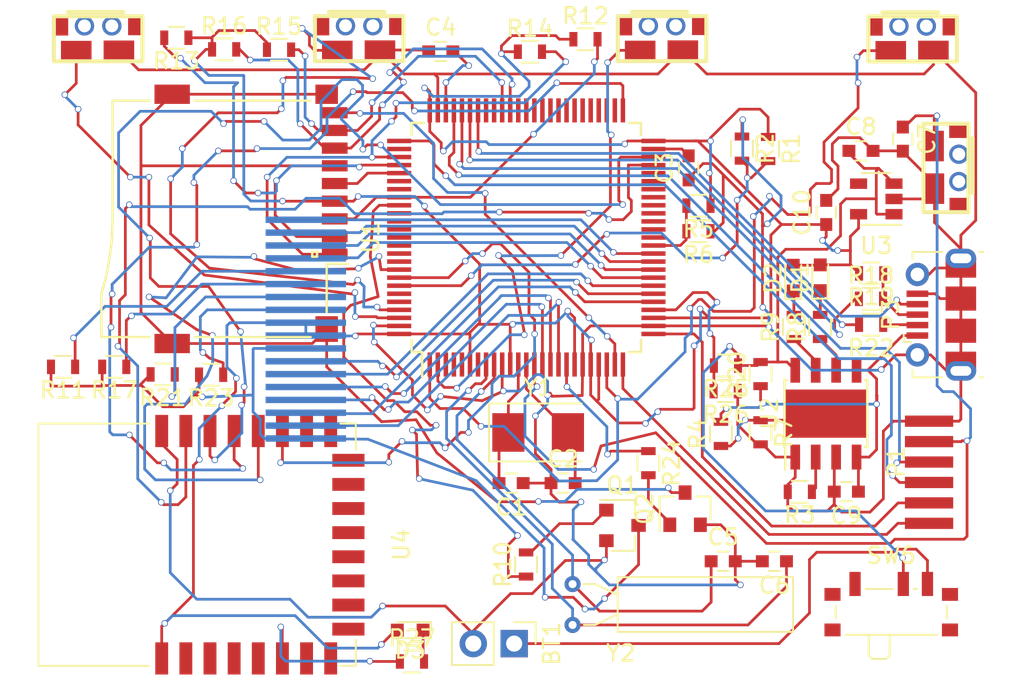
<source format=kicad_pcb>
(kicad_pcb (version 4) (host pcbnew 4.0.4-stable)
  (layers (0 F.Cu signal) (31 B.Cu signal) (34 B.Paste user) (35 F.Paste user) (36 B.SilkS user) (37 F.SilkS user) (38 B.Mask user) (39 F.Mask user) (44 Edge.Cuts user))
  (net 0 "")
  (net 1 GND)
  (net 2 "Net-(C5-Pad1)")
  (net 3 "Net-(C6-Pad1)")
  (net 4 +3V3)
  (net 5 /USB-ID)
  (net 6 /DISP_MISO)
  (net 7 /DISP_MOSI)
  (net 8 /DISP_CS)
  (net 9 /DISP_D/C)
  (net 10 /DISP_CLK)
  (net 11 /DISP_RES)
  (net 12 /USB-DP)
  (net 13 /USB-DM)
  (net 14 "Net-(D2-Pad1)")
  (net 15 "Net-(BT1-Pad1)")
  (net 16 "Net-(C1-Pad2)")
  (net 17 "Net-(C2-Pad2)")
  (net 18 "Net-(C3-Pad2)")
  (net 19 "Net-(C4-Pad2)")
  (net 20 /RESET)
  (net 21 /BMON)
  (net 22 /5v-usb)
  (net 23 /CARD_GND)
  (net 24 /SDIO-CD)
  (net 25 /SDIO-D0)
  (net 26 /SDIO-D1)
  (net 27 /SDIO-CLK)
  (net 28 /SDIO-D2)
  (net 29 /SDIO-D3)
  (net 30 /SDIO-CMD)
  (net 31 "Net-(D1-Pad1)")
  (net 32 /dUSART-tx)
  (net 33 /dUSART-rx)
  (net 34 /dSWDCLK)
  (net 35 /dSWDIO)
  (net 36 /TOUCH-3)
  (net 37 /TOUCH-2)
  (net 38 /TOUCH-1)
  (net 39 /TOUCH-0)
  (net 40 "Net-(P2-Pad14)")
  (net 41 "Net-(P2-Pad13)")
  (net 42 "Net-(P2-Pad12)")
  (net 43 "Net-(P2-Pad11)")
  (net 44 "Net-(P2-Pad1)")
  (net 45 "Net-(P3-Pad2)")
  (net 46 "Net-(P3-Pad3)")
  (net 47 "Net-(Q1-Pad1)")
  (net 48 "Net-(Q2-Pad1)")
  (net 49 /BOOT0)
  (net 50 "Net-(R3-Pad1)")
  (net 51 "Net-(R4-Pad1)")
  (net 52 /BOOT1)
  (net 53 /LED-B1)
  (net 54 /LED-B2)
  (net 55 /DISP_PWR)
  (net 56 /CARD_PWR)
  (net 57 "Net-(SW1-Pad1)")
  (net 58 "Net-(SW2-Pad1)")
  (net 59 /WKUP)
  (net 60 "Net-(SW4-Pad1)")
  (net 61 "Net-(SW6-Pad1)")
  (net 62 "Net-(U1-Pad3)")
  (net 63 "Net-(U1-Pad4)")
  (net 64 "Net-(U1-Pad5)")
  (net 65 "Net-(U1-Pad7)")
  (net 66 "Net-(U1-Pad38)")
  (net 67 "Net-(U1-Pad39)")
  (net 68 "Net-(U1-Pad40)")
  (net 69 "Net-(U1-Pad41)")
  (net 70 "Net-(U1-Pad42)")
  (net 71 "Net-(U1-Pad43)")
  (net 72 "Net-(U1-Pad44)")
  (net 73 "Net-(U1-Pad45)")
  (net 74 "Net-(U1-Pad46)")
  (net 75 "Net-(U1-Pad52)")
  (net 76 "Net-(U1-Pad53)")
  (net 77 "Net-(U1-Pad54)")
  (net 78 "Net-(U1-Pad55)")
  (net 79 "Net-(U1-Pad56)")
  (net 80 "Net-(U1-Pad57)")
  (net 81 "Net-(U1-Pad58)")
  (net 82 "Net-(U1-Pad59)")
  (net 83 "Net-(U1-Pad60)")
  (net 84 "Net-(U1-Pad61)")
  (net 85 "Net-(U1-Pad62)")
  (net 86 "Net-(U1-Pad63)")
  (net 87 "Net-(U1-Pad64)")
  (net 88 "Net-(U1-Pad68)")
  (net 89 "Net-(U1-Pad77)")
  (net 90 "Net-(U1-Pad81)")
  (net 91 "Net-(U1-Pad82)")
  (net 92 "Net-(U1-Pad85)")
  (net 93 "Net-(U1-Pad86)")
  (net 94 "Net-(U1-Pad87)")
  (net 95 "Net-(U1-Pad88)")
  (net 96 "Net-(U1-Pad89)")
  (net 97 "Net-(U1-Pad90)")
  (net 98 "Net-(U1-Pad91)")
  (net 99 "Net-(U1-Pad95)")
  (net 100 "Net-(U1-Pad96)")
  (net 101 "Net-(R25-Pad2)")
  (net 102 "Net-(U1-Pad67)")
  (net 103 "Net-(D3-Pad1)")
  (net 104 "Net-(R27-Pad1)")
  (net 105 /BLE-RESET)
  (net 106 /BLE-PWRC)
  (net 107 /BLE-IO-OFF)
  (net 108 /BLE-RX)
  (net 109 /BLE-TX)
  (net 110 "Net-(U4-Pad9)")
  (net 111 "Net-(U4-Pad2)")
  (net 112 "Net-(U4-Pad3)")
  (net 113 "Net-(U4-Pad7)")
  (net 114 "Net-(U4-Pad18)")
  (net 115 "Net-(U4-Pad17)")
  (net 116 "Net-(U4-Pad8)")
  (net 117 "Net-(U4-Pad10)")
  (net 118 "Net-(U4-Pad11)")
  (net 119 "Net-(U4-Pad12)")
  (net 120 "Net-(U4-Pad13)")
  (net 121 "Net-(U4-Pad14)")
  (net 122 "Net-(U4-Pad15)")
  (net 123 "Net-(U4-Pad16)")
  (module v.0:DISP1 (layer B.Cu) (at 63.025 57.125 90)
    (fp_text reference P2 hide)
    (fp_text value CONN_01X18 hide)
    (pad 18 smd rect (at 7.2 -2.4 90) (size 0.4 5) (layers B.Cu B.Paste B.Mask) (net 36 /TOUCH-3))
    (pad 17 smd rect (at 6.4 -2.4 90) (size 0.4 5) (layers B.Cu B.Paste B.Mask) (net 37 /TOUCH-2))
    (pad 16 smd rect (at 5.6 -2.4 90) (size 0.4 5) (layers B.Cu B.Paste B.Mask) (net 38 /TOUCH-1))
    (pad 15 smd rect (at 4.8 -2.4 90) (size 0.4 5) (layers B.Cu B.Paste B.Mask) (net 39 /TOUCH-0))
    (pad 14 smd rect (at 4 -2.4 90) (size 0.4 5) (layers B.Cu B.Paste B.Mask) (net 40 "Net-(P2-Pad14)"))
    (pad 13 smd rect (at 3.2 -2.4 90) (size 0.4 5) (layers B.Cu B.Paste B.Mask) (net 41 "Net-(P2-Pad13)"))
    (pad 12 smd rect (at 2.4 -2.4 90) (size 0.4 5) (layers B.Cu B.Paste B.Mask) (net 42 "Net-(P2-Pad12)"))
    (pad 11 smd rect (at 1.6 -2.4 90) (size 0.4 5) (layers B.Cu B.Paste B.Mask) (net 43 "Net-(P2-Pad11)"))
    (pad 10 smd rect (at 0.8 -2.4 90) (size 0.4 5) (layers B.Cu B.Paste B.Mask) (net 4 +3V3))
    (pad 9 smd rect (at 0 -2.4 90) (size 0.4 5) (layers B.Cu B.Paste B.Mask) (net 4 +3V3))
    (pad 8 smd rect (at -0.8 -2.4 90) (size 0.4 5) (layers B.Cu B.Paste B.Mask) (net 44 "Net-(P2-Pad1)"))
    (pad 7 smd rect (at -1.6 -2.4 90) (size 0.4 5) (layers B.Cu B.Paste B.Mask) (net 6 /DISP_MISO))
    (pad 6 smd rect (at -2.4 -2.4 90) (size 0.4 5) (layers B.Cu B.Paste B.Mask) (net 7 /DISP_MOSI))
    (pad 5 smd rect (at -3.2 -2.4 90) (size 0.4 5) (layers B.Cu B.Paste B.Mask) (net 8 /DISP_CS))
    (pad 4 smd rect (at -4 -2.4 90) (size 0.4 5) (layers B.Cu B.Paste B.Mask) (net 9 /DISP_D/C))
    (pad 3 smd rect (at -4.8 -2.4 90) (size 0.4 5) (layers B.Cu B.Paste B.Mask) (net 10 /DISP_CLK))
    (pad 2 smd rect (at -5.6 -2.4 90) (size 0.4 5) (layers B.Cu B.Paste B.Mask) (net 11 /DISP_RES))
    (pad 1 smd rect (at -6.4 -2.4 90) (size 0.4 5) (layers B.Cu B.Paste B.Mask) (net 44 "Net-(P2-Pad1)"))
  )
  (module Pin_Headers:Pin_Header_Straight_1x02_Pitch2.54mm (layer F.Cu) (at 73.57 76.28 270)
    (fp_text reference BT1 (at 0 -2.33 270) (layer F.SilkS))
    (fp_text value Battery)
    (pad 1 thru_hole rect (at 0 0 270) (size 1.7 1.7) (drill 1) (layers *.Cu *.Mask) (net 15 "Net-(BT1-Pad1)"))
    (pad 2 thru_hole oval (at 0 2.54 270) (size 1.7 1.7) (drill 1) (layers *.Cu *.Mask) (net 1 GND))
  )
  (module Capacitors_SMD:C_0603 (layer F.Cu) (at 73.38 66.3 180)
    (fp_text reference C1 (at 0 -1.5 180) (layer F.SilkS))
    (fp_text value 22)
    (pad 1 smd rect (at -0.75 0 180) (size 0.8 0.75) (layers F.Cu F.Paste F.Mask) (net 1 GND))
    (pad 2 smd rect (at 0.75 0 180) (size 0.8 0.75) (layers F.Cu F.Paste F.Mask) (net 16 "Net-(C1-Pad2)"))
  )
  (module Capacitors_SMD:C_0603 (layer F.Cu) (at 76.61 66.3)
    (fp_text reference C2 (at 0 -1.5) (layer F.SilkS))
    (fp_text value 22)
    (pad 1 smd rect (at -0.75 0) (size 0.8 0.75) (layers F.Cu F.Paste F.Mask) (net 1 GND))
    (pad 2 smd rect (at 0.75 0) (size 0.8 0.75) (layers F.Cu F.Paste F.Mask) (net 17 "Net-(C2-Pad2)"))
  )
  (module Capacitors_SMD:C_0603 (layer F.Cu) (at 84.41 46.7 90)
    (fp_text reference C3 (at 0 -1.5 90) (layer F.SilkS))
    (fp_text value 2.2uF)
    (pad 1 smd rect (at -0.75 0 90) (size 0.8 0.75) (layers F.Cu F.Paste F.Mask) (net 1 GND))
    (pad 2 smd rect (at 0.75 0 90) (size 0.8 0.75) (layers F.Cu F.Paste F.Mask) (net 18 "Net-(C3-Pad2)"))
  )
  (module Capacitors_SMD:C_0603 (layer F.Cu) (at 69.01 39.46)
    (fp_text reference C4 (at 0 -1.5) (layer F.SilkS))
    (fp_text value 2.2uF)
    (pad 1 smd rect (at -0.75 0) (size 0.8 0.75) (layers F.Cu F.Paste F.Mask) (net 1 GND))
    (pad 2 smd rect (at 0.75 0) (size 0.8 0.75) (layers F.Cu F.Paste F.Mask) (net 19 "Net-(C4-Pad2)"))
  )
  (module Capacitors_SMD:C_0603 (layer F.Cu) (at 86.56 71.16)
    (fp_text reference C5 (at 0 -1.5) (layer F.SilkS))
    (fp_text value 22)
    (pad 1 smd rect (at -0.75 0) (size 0.8 0.75) (layers F.Cu F.Paste F.Mask) (net 2 "Net-(C5-Pad1)"))
    (pad 2 smd rect (at 0.75 0) (size 0.8 0.75) (layers F.Cu F.Paste F.Mask) (net 1 GND))
  )
  (module Capacitors_SMD:C_0603 (layer F.Cu) (at 89.74 71.16 180)
    (fp_text reference C6 (at 0 -1.5 180) (layer F.SilkS))
    (fp_text value 22)
    (pad 1 smd rect (at -0.75 0 180) (size 0.8 0.75) (layers F.Cu F.Paste F.Mask) (net 3 "Net-(C6-Pad1)"))
    (pad 2 smd rect (at 0.75 0 180) (size 0.8 0.75) (layers F.Cu F.Paste F.Mask) (net 1 GND))
  )
  (module Capacitors_SMD:C_0603 (layer F.Cu) (at 97.72 44.91 270)
    (fp_text reference C7 (at 0 -1.5 270) (layer F.SilkS))
    (fp_text value 0.1uF)
    (pad 1 smd rect (at -0.75 0 270) (size 0.8 0.75) (layers F.Cu F.Paste F.Mask) (net 20 /RESET))
    (pad 2 smd rect (at 0.75 0 270) (size 0.8 0.75) (layers F.Cu F.Paste F.Mask) (net 1 GND))
  )
  (module Capacitors_SMD:C_0603 (layer F.Cu) (at 95.12 45.64)
    (fp_text reference C8 (at 0 -1.5) (layer F.SilkS))
    (fp_text value 1uF)
    (pad 1 smd rect (at -0.75 0) (size 0.8 0.75) (layers F.Cu F.Paste F.Mask) (net 21 /BMON))
    (pad 2 smd rect (at 0.75 0) (size 0.8 0.75) (layers F.Cu F.Paste F.Mask) (net 1 GND))
  )
  (module Capacitors_SMD:C_0603 (layer F.Cu) (at 94.21 66.83 180)
    (fp_text reference C9 (at 0 -1.5 180) (layer F.SilkS))
    (fp_text value 1uF)
    (pad 1 smd rect (at -0.75 0 180) (size 0.8 0.75) (layers F.Cu F.Paste F.Mask) (net 22 /5v-usb))
    (pad 2 smd rect (at 0.75 0 180) (size 0.8 0.75) (layers F.Cu F.Paste F.Mask) (net 1 GND))
  )
  (module Capacitors_SMD:C_0603 (layer F.Cu) (at 92.96 49.47 90)
    (fp_text reference C10 (at 0 -1.5 90) (layer F.SilkS))
    (fp_text value 1uF)
    (pad 1 smd rect (at -0.75 0 90) (size 0.8 0.75) (layers F.Cu F.Paste F.Mask) (net 4 +3V3))
    (pad 2 smd rect (at 0.75 0 90) (size 0.8 0.75) (layers F.Cu F.Paste F.Mask) (net 1 GND))
  )
  (module v.0:Conn_uSDcard (layer F.Cu) (at 51.92 49.87 270)
    (fp_text reference CON1)
    (fp_text value uSD_Card)
    (pad 6 smd rect (at 7.75 -0.4 270) (size 1.2 2.2) (layers F.Cu F.Paste F.Mask) (net 23 /CARD_GND))
    (pad 6 smd rect (at -7.75 -0.4 270) (size 1.2 2.2) (layers F.Cu F.Paste F.Mask) (net 23 /CARD_GND))
    (pad 6 smd rect (at 6.85 -10 270) (size 1.6 1.4) (layers F.Cu F.Paste F.Mask) (net 23 /CARD_GND))
    (pad 6 smd rect (at -7.75 -10 270) (size 1.2 1.4) (layers F.Cu F.Paste F.Mask) (net 23 /CARD_GND))
    (pad 9 smd rect (at -6.6 -10.5 270) (size 0.7 1.6) (layers F.Cu F.Paste F.Mask) (net 24 /SDIO-CD))
    (pad 7 smd rect (at -4.4 -10.5 270) (size 0.7 1.6) (layers F.Cu F.Paste F.Mask) (net 25 /SDIO-D0))
    (pad 8 smd rect (at -5.5 -10.5 270) (size 0.7 1.6) (layers F.Cu F.Paste F.Mask) (net 26 /SDIO-D1))
    (pad 6 smd rect (at -3.3 -10.5 270) (size 0.7 1.6) (layers F.Cu F.Paste F.Mask) (net 23 /CARD_GND))
    (pad 5 smd rect (at -2.2 -10.5 270) (size 0.7 1.6) (layers F.Cu F.Paste F.Mask) (net 27 /SDIO-CLK))
    (pad 4 smd rect (at -1.1 -10.5 270) (size 0.7 1.6) (layers F.Cu F.Paste F.Mask) (net 4 +3V3))
    (pad 1 smd rect (at 2.2 -10.5 270) (size 0.7 1.6) (layers F.Cu F.Paste F.Mask) (net 28 /SDIO-D2))
    (pad 2 smd rect (at 1.1 -10.5 270) (size 0.7 1.6) (layers F.Cu F.Paste F.Mask) (net 29 /SDIO-D3))
    (pad "" np_thru_hole circle (at 3.05 0 270) (size 1 1) (drill 1) (layers *.Cu))
    (pad "" np_thru_hole circle (at -4.93 0 270) (size 1 1) (drill 1) (layers *.Cu))
    (pad 3 smd rect (at 0 -10.5 270) (size 0.7 1.6) (layers F.Cu F.Paste F.Mask) (net 30 /SDIO-CMD))
  )
  (module LEDs:LED_0603 (layer F.Cu) (at 92.59 53.53 90)
    (fp_text reference D1 (at 0 -1.25 90) (layer F.SilkS))
    (fp_text value LED)
    (pad 2 smd rect (at 0.8 0 270) (size 0.8 0.8) (layers F.Cu F.Paste F.Mask) (net 4 +3V3))
    (pad 1 smd rect (at -0.8 0 270) (size 0.8 0.8) (layers F.Cu F.Paste F.Mask) (net 31 "Net-(D1-Pad1)"))
  )
  (module LEDs:LED_0603 (layer F.Cu) (at 90.91 53.55 90)
    (fp_text reference D2 (at 0 -1.25 90) (layer F.SilkS))
    (fp_text value LED)
    (pad 2 smd rect (at 0.8 0 270) (size 0.8 0.8) (layers F.Cu F.Paste F.Mask) (net 4 +3V3))
    (pad 1 smd rect (at -0.8 0 270) (size 0.8 0.8) (layers F.Cu F.Paste F.Mask) (net 14 "Net-(D2-Pad1)"))
  )
  (module curr_01:debug_conn_x6 (layer F.Cu) (at 96.81 64.99 90)
    (fp_text reference P1 (at 0 0.5 90) (layer F.SilkS))
    (fp_text value CONN_01X06)
    (pad 1 smd rect (at -3.81 2.54 90) (size 0.7 3) (layers F.Cu F.Paste F.Mask) (net 32 /dUSART-tx))
    (pad 2 smd rect (at -2.54 2.54 90) (size 0.7 3) (layers F.Cu F.Paste F.Mask) (net 33 /dUSART-rx))
    (pad 3 smd rect (at -1.27 2.54 90) (size 0.7 3) (layers F.Cu F.Paste F.Mask) (net 34 /dSWDCLK))
    (pad 6 smd rect (at 2.54 2.54 90) (size 0.7 3) (layers F.Cu F.Paste F.Mask) (net 1 GND))
    (pad 5 smd rect (at 1.27 2.54 90) (size 0.7 3) (layers F.Cu F.Paste F.Mask) (net 20 /RESET))
    (pad 4 smd rect (at 0 2.54 90) (size 0.7 3) (layers F.Cu F.Paste F.Mask) (net 35 /dSWDIO))
  )
  (module Connectors_USB:USB_Micro-B_Molex-105017-0001 (layer F.Cu) (at 100.975 55.825 90)
    (fp_text reference P3 (at 0 -4 90) (layer F.SilkS))
    (fp_text value USB_OTG)
    (pad 6 smd rect (at 1 0.35 90) (size 1.5 1.9) (layers F.Cu F.Paste F.Mask) (net 1 GND))
    (pad 6 thru_hole circle (at -2.5 -2.35 90) (size 1.45 1.45) (drill 0.85) (layers *.Cu *.Mask) (net 1 GND))
    (pad 2 smd rect (at -0.65 -2.35 90) (size 0.4 1.35) (layers F.Cu F.Paste F.Mask) (net 45 "Net-(P3-Pad2)"))
    (pad 1 smd rect (at -1.3 -2.35 90) (size 0.4 1.35) (layers F.Cu F.Paste F.Mask) (net 22 /5v-usb))
    (pad 5 smd rect (at 1.3 -2.35 90) (size 0.4 1.35) (layers F.Cu F.Paste F.Mask) (net 1 GND))
    (pad 4 smd rect (at 0.65 -2.35 90) (size 0.4 1.35) (layers F.Cu F.Paste F.Mask) (net 5 /USB-ID))
    (pad 3 smd rect (at 0 -2.35 90) (size 0.4 1.35) (layers F.Cu F.Paste F.Mask) (net 46 "Net-(P3-Pad3)"))
    (pad 6 thru_hole circle (at 2.5 -2.35 90) (size 1.45 1.45) (drill 0.85) (layers *.Cu *.Mask) (net 1 GND))
    (pad 6 smd rect (at -1 0.35 90) (size 1.5 1.9) (layers F.Cu F.Paste F.Mask) (net 1 GND))
    (pad 6 thru_hole oval (at -3.5 0.35 270) (size 1.2 1.9) (drill oval 0.6 1.3) (layers *.Cu *.Mask) (net 1 GND))
    (pad 6 thru_hole oval (at 3.5 0.35 90) (size 1.2 1.9) (drill oval 0.6 1.3) (layers *.Cu *.Mask) (net 1 GND))
    (pad 6 smd rect (at 2.9 0.35 90) (size 1.2 1.9) (layers F.Cu F.Mask) (net 1 GND))
    (pad 6 smd rect (at -2.9 0.35 90) (size 1.2 1.9) (layers F.Cu F.Mask) (net 1 GND))
  )
  (module TO_SOT_Packages_SMD:SOT-23 (layer F.Cu) (at 80.3 68.93)
    (fp_text reference Q1 (at 0 -2.5) (layer F.SilkS))
    (fp_text value 2N7002)
    (pad 1 smd rect (at -1 -0.95) (size 0.9 0.8) (layers F.Cu F.Paste F.Mask) (net 47 "Net-(Q1-Pad1)"))
    (pad 2 smd rect (at -1 0.95) (size 0.9 0.8) (layers F.Cu F.Paste F.Mask) (net 1 GND))
    (pad 3 smd rect (at 1 0) (size 0.9 0.8) (layers F.Cu F.Paste F.Mask) (net 44 "Net-(P2-Pad1)"))
  )
  (module TO_SOT_Packages_SMD:SOT-23 (layer F.Cu) (at 84.19 67.89 90)
    (fp_text reference Q2 (at 0 -2.5 90) (layer F.SilkS))
    (fp_text value 2N7002)
    (pad 1 smd rect (at -1 -0.95 90) (size 0.9 0.8) (layers F.Cu F.Paste F.Mask) (net 48 "Net-(Q2-Pad1)"))
    (pad 2 smd rect (at -1 0.95 90) (size 0.9 0.8) (layers F.Cu F.Paste F.Mask) (net 1 GND))
    (pad 3 smd rect (at 1 0 90) (size 0.9 0.8) (layers F.Cu F.Paste F.Mask) (net 23 /CARD_GND))
  )
  (module Resistors_SMD:R_0603 (layer F.Cu) (at 89.35 45.525 270)
    (fp_text reference R1 (at 0 -1.45 270) (layer F.SilkS))
    (fp_text value 0)
    (pad 1 smd rect (at -0.75 0 270) (size 0.5 0.9) (layers F.Cu F.Paste F.Mask) (net 4 +3V3))
    (pad 2 smd rect (at 0.75 0 270) (size 0.5 0.9) (layers F.Cu F.Paste F.Mask) (net 49 /BOOT0))
  )
  (module Resistors_SMD:R_0603 (layer F.Cu) (at 87.725 45.5 270)
    (fp_text reference R2 (at 0 -1.45 270) (layer F.SilkS))
    (fp_text value 0)
    (pad 1 smd rect (at -0.75 0 270) (size 0.5 0.9) (layers F.Cu F.Paste F.Mask) (net 1 GND))
    (pad 2 smd rect (at 0.75 0 270) (size 0.5 0.9) (layers F.Cu F.Paste F.Mask) (net 49 /BOOT0))
  )
  (module Resistors_SMD:R_0603 (layer F.Cu) (at 91.32 66.84 180)
    (fp_text reference R3 (at 0 -1.45 180) (layer F.SilkS))
    (fp_text value 10k)
    (pad 1 smd rect (at -0.75 0 180) (size 0.5 0.9) (layers F.Cu F.Paste F.Mask) (net 50 "Net-(R3-Pad1)"))
    (pad 2 smd rect (at 0.75 0 180) (size 0.5 0.9) (layers F.Cu F.Paste F.Mask) (net 1 GND))
  )
  (module Resistors_SMD:R_0603 (layer F.Cu) (at 86.42 63.24 90)
    (fp_text reference R4 (at 0 -1.45 90) (layer F.SilkS))
    (fp_text value 0)
    (pad 1 smd rect (at -0.75 0 90) (size 0.5 0.9) (layers F.Cu F.Paste F.Mask) (net 51 "Net-(R4-Pad1)"))
    (pad 2 smd rect (at 0.75 0 90) (size 0.5 0.9) (layers F.Cu F.Paste F.Mask) (net 22 /5v-usb))
  )
  (module Resistors_SMD:R_0603 (layer F.Cu) (at 85.02 49.05 180)
    (fp_text reference R5 (at 0 -1.45 180) (layer F.SilkS))
    (fp_text value 0)
    (pad 1 smd rect (at -0.75 0 180) (size 0.5 0.9) (layers F.Cu F.Paste F.Mask) (net 4 +3V3))
    (pad 2 smd rect (at 0.75 0 180) (size 0.5 0.9) (layers F.Cu F.Paste F.Mask) (net 52 /BOOT1))
  )
  (module Resistors_SMD:R_0603 (layer F.Cu) (at 85.02 50.64 180)
    (fp_text reference R6 (at 0 -1.45 180) (layer F.SilkS))
    (fp_text value 0)
    (pad 1 smd rect (at -0.75 0 180) (size 0.5 0.9) (layers F.Cu F.Paste F.Mask) (net 1 GND))
    (pad 2 smd rect (at 0.75 0 180) (size 0.5 0.9) (layers F.Cu F.Paste F.Mask) (net 52 /BOOT1))
  )
  (module Resistors_SMD:R_0603 (layer F.Cu) (at 88.88 63.14 270)
    (fp_text reference R7 (at 0 -1.45 270) (layer F.SilkS))
    (fp_text value 0)
    (pad 1 smd rect (at -0.75 0 270) (size 0.5 0.9) (layers F.Cu F.Paste F.Mask) (net 51 "Net-(R4-Pad1)"))
    (pad 2 smd rect (at 0.75 0 270) (size 0.5 0.9) (layers F.Cu F.Paste F.Mask) (net 1 GND))
  )
  (module Resistors_SMD:R_0603 (layer F.Cu) (at 92.58 56.59 90)
    (fp_text reference R8 (at 0 -1.45 90) (layer F.SilkS))
    (fp_text value 1k5)
    (pad 1 smd rect (at -0.75 0 90) (size 0.5 0.9) (layers F.Cu F.Paste F.Mask) (net 53 /LED-B1))
    (pad 2 smd rect (at 0.75 0 90) (size 0.5 0.9) (layers F.Cu F.Paste F.Mask) (net 31 "Net-(D1-Pad1)"))
  )
  (module Resistors_SMD:R_0603 (layer F.Cu) (at 90.95 56.59 90)
    (fp_text reference R9 (at 0 -1.45 90) (layer F.SilkS))
    (fp_text value 1k5)
    (pad 1 smd rect (at -0.75 0 90) (size 0.5 0.9) (layers F.Cu F.Paste F.Mask) (net 54 /LED-B2))
    (pad 2 smd rect (at 0.75 0 90) (size 0.5 0.9) (layers F.Cu F.Paste F.Mask) (net 14 "Net-(D2-Pad1)"))
  )
  (module Resistors_SMD:R_0603 (layer F.Cu) (at 74.31 71.36 90)
    (fp_text reference R10 (at 0 -1.45 90) (layer F.SilkS))
    (fp_text value 100)
    (pad 1 smd rect (at -0.75 0 90) (size 0.5 0.9) (layers F.Cu F.Paste F.Mask) (net 55 /DISP_PWR))
    (pad 2 smd rect (at 0.75 0 90) (size 0.5 0.9) (layers F.Cu F.Paste F.Mask) (net 47 "Net-(Q1-Pad1)"))
  )
  (module Resistors_SMD:R_0603 (layer F.Cu) (at 45.54 59.07 180)
    (fp_text reference R11 (at 0 -1.45 180) (layer F.SilkS))
    (fp_text value 63)
    (pad 1 smd rect (at -0.75 0 180) (size 0.5 0.9) (layers F.Cu F.Paste F.Mask) (net 40 "Net-(P2-Pad14)"))
    (pad 2 smd rect (at 0.75 0 180) (size 0.5 0.9) (layers F.Cu F.Paste F.Mask) (net 44 "Net-(P2-Pad1)"))
  )
  (module Resistors_SMD:R_0603 (layer F.Cu) (at 78 38.7)
    (fp_text reference R12 (at 0 -1.45) (layer F.SilkS))
    (fp_text value 33k)
    (pad 1 smd rect (at -0.75 0) (size 0.5 0.9) (layers F.Cu F.Paste F.Mask) (net 4 +3V3))
    (pad 2 smd rect (at 0.75 0) (size 0.5 0.9) (layers F.Cu F.Paste F.Mask) (net 30 /SDIO-CMD))
  )
  (module Resistors_SMD:R_0603 (layer F.Cu) (at 52.578 38.608 180)
    (fp_text reference R13 (at 0 -1.45 180) (layer F.SilkS))
    (fp_text value 33k)
    (pad 1 smd rect (at -0.75 0 180) (size 0.5 0.9) (layers F.Cu F.Paste F.Mask) (net 4 +3V3))
    (pad 2 smd rect (at 0.75 0 180) (size 0.5 0.9) (layers F.Cu F.Paste F.Mask) (net 29 /SDIO-D3))
  )
  (module Resistors_SMD:R_0603 (layer F.Cu) (at 74.55 39.475)
    (fp_text reference R14 (at 0 -1.45) (layer F.SilkS))
    (fp_text value 33k)
    (pad 1 smd rect (at -0.75 0) (size 0.5 0.9) (layers F.Cu F.Paste F.Mask) (net 4 +3V3))
    (pad 2 smd rect (at 0.75 0) (size 0.5 0.9) (layers F.Cu F.Paste F.Mask) (net 28 /SDIO-D2))
  )
  (module Resistors_SMD:R_0603 (layer F.Cu) (at 58.96 39.35)
    (fp_text reference R15 (at 0 -1.45) (layer F.SilkS))
    (fp_text value 33k)
    (pad 1 smd rect (at -0.75 0) (size 0.5 0.9) (layers F.Cu F.Paste F.Mask) (net 4 +3V3))
    (pad 2 smd rect (at 0.75 0) (size 0.5 0.9) (layers F.Cu F.Paste F.Mask) (net 26 /SDIO-D1))
  )
  (module Resistors_SMD:R_0603 (layer F.Cu) (at 55.55 39.33)
    (fp_text reference R16 (at 0 -1.45) (layer F.SilkS))
    (fp_text value 33k)
    (pad 1 smd rect (at -0.75 0) (size 0.5 0.9) (layers F.Cu F.Paste F.Mask) (net 4 +3V3))
    (pad 2 smd rect (at 0.75 0) (size 0.5 0.9) (layers F.Cu F.Paste F.Mask) (net 25 /SDIO-D0))
  )
  (module Resistors_SMD:R_0603 (layer F.Cu) (at 48.72 59.07 180)
    (fp_text reference R17 (at 0 -1.45 180) (layer F.SilkS))
    (fp_text value 63)
    (pad 1 smd rect (at -0.75 0 180) (size 0.5 0.9) (layers F.Cu F.Paste F.Mask) (net 41 "Net-(P2-Pad13)"))
    (pad 2 smd rect (at 0.75 0 180) (size 0.5 0.9) (layers F.Cu F.Paste F.Mask) (net 44 "Net-(P2-Pad1)"))
  )
  (module Resistors_SMD:R_0603 (layer F.Cu) (at 95.74 54.84)
    (fp_text reference R18 (at 0 -1.45) (layer F.SilkS))
    (fp_text value 22R)
    (pad 1 smd rect (at -0.75 0) (size 0.5 0.9) (layers F.Cu F.Paste F.Mask) (net 12 /USB-DP))
    (pad 2 smd rect (at 0.75 0) (size 0.5 0.9) (layers F.Cu F.Paste F.Mask) (net 46 "Net-(P3-Pad3)"))
  )
  (module Resistors_SMD:R_0603 (layer F.Cu) (at 95.75 53.26 180)
    (fp_text reference R19 (at 0 -1.45 180) (layer F.SilkS))
    (fp_text value 1k5)
    (pad 1 smd rect (at -0.75 0 180) (size 0.5 0.9) (layers F.Cu F.Paste F.Mask) (net 46 "Net-(P3-Pad3)"))
    (pad 2 smd rect (at 0.75 0 180) (size 0.5 0.9) (layers F.Cu F.Paste F.Mask) (net 4 +3V3))
  )
  (module Resistors_SMD:R_0603 (layer F.Cu) (at 88.88 59.52 90)
    (fp_text reference R20 (at 0 -1.45 90) (layer F.SilkS))
    (fp_text value 0)
    (pad 1 smd rect (at -0.75 0 90) (size 0.5 0.9) (layers F.Cu F.Paste F.Mask) (net 22 /5v-usb))
    (pad 2 smd rect (at 0.75 0 90) (size 0.5 0.9) (layers F.Cu F.Paste F.Mask) (net 21 /BMON))
  )
  (module Resistors_SMD:R_0603 (layer F.Cu) (at 51.73 59.54 180)
    (fp_text reference R21 (at 0 -1.45 180) (layer F.SilkS))
    (fp_text value 63)
    (pad 1 smd rect (at -0.75 0 180) (size 0.5 0.9) (layers F.Cu F.Paste F.Mask) (net 42 "Net-(P2-Pad12)"))
    (pad 2 smd rect (at 0.75 0 180) (size 0.5 0.9) (layers F.Cu F.Paste F.Mask) (net 44 "Net-(P2-Pad1)"))
  )
  (module Resistors_SMD:R_0603 (layer F.Cu) (at 95.75 56.45 180)
    (fp_text reference R22 (at 0 -1.45 180) (layer F.SilkS))
    (fp_text value 22R)
    (pad 1 smd rect (at -0.75 0 180) (size 0.5 0.9) (layers F.Cu F.Paste F.Mask) (net 45 "Net-(P3-Pad2)"))
    (pad 2 smd rect (at 0.75 0 180) (size 0.5 0.9) (layers F.Cu F.Paste F.Mask) (net 13 /USB-DM))
  )
  (module Resistors_SMD:R_0603 (layer F.Cu) (at 54.74 59.56 180)
    (fp_text reference R23 (at 0 -1.45 180) (layer F.SilkS))
    (fp_text value 63)
    (pad 1 smd rect (at -0.75 0 180) (size 0.5 0.9) (layers F.Cu F.Paste F.Mask) (net 43 "Net-(P2-Pad11)"))
    (pad 2 smd rect (at 0.75 0 180) (size 0.5 0.9) (layers F.Cu F.Paste F.Mask) (net 44 "Net-(P2-Pad1)"))
  )
  (module Resistors_SMD:R_0603 (layer F.Cu) (at 81.91 65.06 270)
    (fp_text reference R24 (at 0 -1.45 270) (layer F.SilkS))
    (fp_text value 100)
    (pad 1 smd rect (at -0.75 0 270) (size 0.5 0.9) (layers F.Cu F.Paste F.Mask) (net 56 /CARD_PWR))
    (pad 2 smd rect (at 0.75 0 270) (size 0.5 0.9) (layers F.Cu F.Paste F.Mask) (net 48 "Net-(Q2-Pad1)"))
  )
  (module v.0:SMDBTN2 (layer F.Cu) (at 61.19 37.26)
    (fp_text reference SW1 hide)
    (fp_text value SW_UP hide)
    (pad 1 smd rect (at 1.39 2.13) (size 1.9 1.2) (layers F.Cu F.Paste F.Mask) (net 57 "Net-(SW1-Pad1)"))
    (pad 2 smd rect (at 4.04 2.11) (size 1.9 1.2) (layers F.Cu F.Paste F.Mask) (net 1 GND))
    (pad "" thru_hole circle (at 3.6 0.6) (size 1.2 1.2) (drill 0.8) (layers *.Cu *.Mask))
    (pad 3 smd rect (at 5.06 0.58) (size 0.9 1.2) (layers F.Cu F.Paste F.Mask))
    (pad 3 smd rect (at 0.44 0.6) (size 0.9 1.2) (layers F.Cu F.Paste F.Mask))
    (pad "" thru_hole circle (at 1.9 0.6) (size 1.2 1.2) (drill 0.8) (layers *.Cu *.Mask))
  )
  (module v.0:SMDBTN2 (layer F.Cu) (at 44.97 37.27)
    (fp_text reference SW2 hide)
    (fp_text value SW_DOWN hide)
    (pad 1 smd rect (at 1.39 2.13) (size 1.9 1.2) (layers F.Cu F.Paste F.Mask) (net 58 "Net-(SW2-Pad1)"))
    (pad 2 smd rect (at 4.04 2.11) (size 1.9 1.2) (layers F.Cu F.Paste F.Mask) (net 1 GND))
    (pad "" thru_hole circle (at 3.6 0.6) (size 1.2 1.2) (drill 0.8) (layers *.Cu *.Mask))
    (pad 3 smd rect (at 5.06 0.58) (size 0.9 1.2) (layers F.Cu F.Paste F.Mask))
    (pad 3 smd rect (at 0.44 0.6) (size 0.9 1.2) (layers F.Cu F.Paste F.Mask))
    (pad "" thru_hole circle (at 1.9 0.6) (size 1.2 1.2) (drill 0.8) (layers *.Cu *.Mask))
  )
  (module v.0:SMDBTN2 (layer F.Cu) (at 95.58 37.28)
    (fp_text reference SW3 hide)
    (fp_text value SW_OK hide)
    (pad 1 smd rect (at 1.39 2.13) (size 1.9 1.2) (layers F.Cu F.Paste F.Mask) (net 59 /WKUP))
    (pad 2 smd rect (at 4.04 2.11) (size 1.9 1.2) (layers F.Cu F.Paste F.Mask) (net 1 GND))
    (pad "" thru_hole circle (at 3.6 0.6) (size 1.2 1.2) (drill 0.8) (layers *.Cu *.Mask))
    (pad 3 smd rect (at 5.06 0.58) (size 0.9 1.2) (layers F.Cu F.Paste F.Mask))
    (pad 3 smd rect (at 0.44 0.6) (size 0.9 1.2) (layers F.Cu F.Paste F.Mask))
    (pad "" thru_hole circle (at 1.9 0.6) (size 1.2 1.2) (drill 0.8) (layers *.Cu *.Mask))
  )
  (module v.0:SMDBTN2 (layer F.Cu) (at 80.01 37.26)
    (fp_text reference SW4 hide)
    (fp_text value SW_BACK hide)
    (pad 1 smd rect (at 1.39 2.13) (size 1.9 1.2) (layers F.Cu F.Paste F.Mask) (net 60 "Net-(SW4-Pad1)"))
    (pad 2 smd rect (at 4.04 2.11) (size 1.9 1.2) (layers F.Cu F.Paste F.Mask) (net 1 GND))
    (pad "" thru_hole circle (at 3.6 0.6) (size 1.2 1.2) (drill 0.8) (layers *.Cu *.Mask))
    (pad 3 smd rect (at 5.06 0.58) (size 0.9 1.2) (layers F.Cu F.Paste F.Mask))
    (pad 3 smd rect (at 0.44 0.6) (size 0.9 1.2) (layers F.Cu F.Paste F.Mask))
    (pad "" thru_hole circle (at 1.9 0.6) (size 1.2 1.2) (drill 0.8) (layers *.Cu *.Mask))
  )
  (module v.0:SMDBTN2 (layer F.Cu) (at 101.8 43.95 270)
    (fp_text reference SW5 hide)
    (fp_text value SW_RESET hide)
    (pad 1 smd rect (at 1.39 2.13 270) (size 1.9 1.2) (layers F.Cu F.Paste F.Mask) (net 20 /RESET))
    (pad 2 smd rect (at 4.04 2.11 270) (size 1.9 1.2) (layers F.Cu F.Paste F.Mask) (net 1 GND))
    (pad "" thru_hole circle (at 3.6 0.6 270) (size 1.2 1.2) (drill 0.8) (layers *.Cu *.Mask))
    (pad 3 smd rect (at 5.06 0.58 270) (size 0.9 1.2) (layers F.Cu F.Paste F.Mask))
    (pad 3 smd rect (at 0.44 0.6 270) (size 0.9 1.2) (layers F.Cu F.Paste F.Mask))
    (pad "" thru_hole circle (at 1.9 0.6 270) (size 1.2 1.2) (drill 0.8) (layers *.Cu *.Mask))
  )
  (module Buttons_Switches_SMD:SW_SPDT_PCM12 (layer F.Cu) (at 97 74)
    (fp_text reference SW6 (at 0 -3.2) (layer F.SilkS))
    (fp_text value SWITCH_INV)
    (pad "" np_thru_hole circle (at -1.5 0.33) (size 0.9 0.9) (drill 0.9) (layers *.Cu *.Mask))
    (pad "" np_thru_hole circle (at 1.5 0.33) (size 0.9 0.9) (drill 0.9) (layers *.Cu *.Mask))
    (pad 1 smd rect (at -2.25 -1.43) (size 0.7 1.5) (layers F.Cu F.Paste F.Mask) (net 61 "Net-(SW6-Pad1)"))
    (pad 2 smd rect (at 0.75 -1.43) (size 0.7 1.5) (layers F.Cu F.Paste F.Mask) (net 21 /BMON))
    (pad 3 smd rect (at 2.25 -1.43) (size 0.7 1.5) (layers F.Cu F.Paste F.Mask) (net 15 "Net-(BT1-Pad1)"))
    (pad "" smd rect (at -3.65 1.43) (size 1 0.8) (layers F.Cu F.Paste F.Mask))
    (pad "" smd rect (at 3.65 1.43) (size 1 0.8) (layers F.Cu F.Paste F.Mask))
    (pad "" smd rect (at 3.65 -0.78) (size 1 0.8) (layers F.Cu F.Paste F.Mask))
    (pad "" smd rect (at -3.65 -0.78) (size 1 0.8) (layers F.Cu F.Paste F.Mask))
  )
  (module Housings_QFP:LQFP-100_14x14mm_Pitch0.5mm (layer F.Cu) (at 74.325 51.025 90)
    (fp_text reference U1 (at 0 -9.65 90) (layer F.SilkS))
    (fp_text value STM32F437VGTx)
    (pad 1 smd rect (at -7.9 -6 90) (size 1.5 0.28) (layers F.Cu F.Paste F.Mask) (net 59 /WKUP))
    (pad 2 smd rect (at -7.9 -5.5 90) (size 1.5 0.28) (layers F.Cu F.Paste F.Mask) (net 60 "Net-(SW4-Pad1)"))
    (pad 3 smd rect (at -7.9 -5 90) (size 1.5 0.28) (layers F.Cu F.Paste F.Mask) (net 62 "Net-(U1-Pad3)"))
    (pad 4 smd rect (at -7.9 -4.5 90) (size 1.5 0.28) (layers F.Cu F.Paste F.Mask) (net 63 "Net-(U1-Pad4)"))
    (pad 5 smd rect (at -7.9 -4 90) (size 1.5 0.28) (layers F.Cu F.Paste F.Mask) (net 64 "Net-(U1-Pad5)"))
    (pad 6 smd rect (at -7.9 -3.5 90) (size 1.5 0.28) (layers F.Cu F.Paste F.Mask) (net 4 +3V3))
    (pad 7 smd rect (at -7.9 -3 90) (size 1.5 0.28) (layers F.Cu F.Paste F.Mask) (net 65 "Net-(U1-Pad7)"))
    (pad 8 smd rect (at -7.9 -2.5 90) (size 1.5 0.28) (layers F.Cu F.Paste F.Mask) (net 3 "Net-(C6-Pad1)"))
    (pad 9 smd rect (at -7.9 -2 90) (size 1.5 0.28) (layers F.Cu F.Paste F.Mask) (net 2 "Net-(C5-Pad1)"))
    (pad 10 smd rect (at -7.9 -1.5 90) (size 1.5 0.28) (layers F.Cu F.Paste F.Mask) (net 1 GND))
    (pad 11 smd rect (at -7.9 -1 90) (size 1.5 0.28) (layers F.Cu F.Paste F.Mask) (net 4 +3V3))
    (pad 12 smd rect (at -7.9 -0.5 90) (size 1.5 0.28) (layers F.Cu F.Paste F.Mask) (net 16 "Net-(C1-Pad2)"))
    (pad 13 smd rect (at -7.9 0 90) (size 1.5 0.28) (layers F.Cu F.Paste F.Mask) (net 17 "Net-(C2-Pad2)"))
    (pad 14 smd rect (at -7.9 0.5 90) (size 1.5 0.28) (layers F.Cu F.Paste F.Mask) (net 20 /RESET))
    (pad 15 smd rect (at -7.9 1 90) (size 1.5 0.28) (layers F.Cu F.Paste F.Mask) (net 9 /DISP_D/C))
    (pad 16 smd rect (at -7.9 1.5 90) (size 1.5 0.28) (layers F.Cu F.Paste F.Mask) (net 8 /DISP_CS))
    (pad 17 smd rect (at -7.9 2 90) (size 1.5 0.28) (layers F.Cu F.Paste F.Mask) (net 11 /DISP_RES))
    (pad 18 smd rect (at -7.9 2.5 90) (size 1.5 0.28) (layers F.Cu F.Paste F.Mask) (net 56 /CARD_PWR))
    (pad 19 smd rect (at -7.9 3 90) (size 1.5 0.28) (layers F.Cu F.Paste F.Mask) (net 4 +3V3))
    (pad 20 smd rect (at -7.9 3.5 90) (size 1.5 0.28) (layers F.Cu F.Paste F.Mask) (net 1 GND))
    (pad 21 smd rect (at -7.9 4 90) (size 1.5 0.28) (layers F.Cu F.Paste F.Mask) (net 4 +3V3))
    (pad 22 smd rect (at -7.9 4.5 90) (size 1.5 0.28) (layers F.Cu F.Paste F.Mask) (net 4 +3V3))
    (pad 23 smd rect (at -7.9 5 90) (size 1.5 0.28) (layers F.Cu F.Paste F.Mask) (net 59 /WKUP))
    (pad 24 smd rect (at -7.9 5.5 90) (size 1.5 0.28) (layers F.Cu F.Paste F.Mask) (net 24 /SDIO-CD))
    (pad 25 smd rect (at -7.9 6 90) (size 1.5 0.28) (layers F.Cu F.Paste F.Mask) (net 32 /dUSART-tx))
    (pad 26 smd rect (at -6 7.9 180) (size 1.5 0.28) (layers F.Cu F.Paste F.Mask) (net 33 /dUSART-rx))
    (pad 27 smd rect (at -5.5 7.9 180) (size 1.5 0.28) (layers F.Cu F.Paste F.Mask) (net 1 GND))
    (pad 28 smd rect (at -5 7.9 180) (size 1.5 0.28) (layers F.Cu F.Paste F.Mask) (net 4 +3V3))
    (pad 29 smd rect (at -4.5 7.9 180) (size 1.5 0.28) (layers F.Cu F.Paste F.Mask) (net 101 "Net-(R25-Pad2)"))
    (pad 30 smd rect (at -4 7.9 180) (size 1.5 0.28) (layers F.Cu F.Paste F.Mask) (net 10 /DISP_CLK))
    (pad 31 smd rect (at -3.5 7.9 180) (size 1.5 0.28) (layers F.Cu F.Paste F.Mask) (net 6 /DISP_MISO))
    (pad 32 smd rect (at -3 7.9 180) (size 1.5 0.28) (layers F.Cu F.Paste F.Mask) (net 7 /DISP_MOSI))
    (pad 33 smd rect (at -2.5 7.9 180) (size 1.5 0.28) (layers F.Cu F.Paste F.Mask) (net 39 /TOUCH-0))
    (pad 34 smd rect (at -2 7.9 180) (size 1.5 0.28) (layers F.Cu F.Paste F.Mask) (net 38 /TOUCH-1))
    (pad 35 smd rect (at -1.5 7.9 180) (size 1.5 0.28) (layers F.Cu F.Paste F.Mask) (net 37 /TOUCH-2))
    (pad 36 smd rect (at -1 7.9 180) (size 1.5 0.28) (layers F.Cu F.Paste F.Mask) (net 36 /TOUCH-3))
    (pad 37 smd rect (at -0.5 7.9 180) (size 1.5 0.28) (layers F.Cu F.Paste F.Mask) (net 52 /BOOT1))
    (pad 38 smd rect (at 0 7.9 180) (size 1.5 0.28) (layers F.Cu F.Paste F.Mask) (net 66 "Net-(U1-Pad38)"))
    (pad 39 smd rect (at 0.5 7.9 180) (size 1.5 0.28) (layers F.Cu F.Paste F.Mask) (net 67 "Net-(U1-Pad39)"))
    (pad 40 smd rect (at 1 7.9 180) (size 1.5 0.28) (layers F.Cu F.Paste F.Mask) (net 68 "Net-(U1-Pad40)"))
    (pad 41 smd rect (at 1.5 7.9 180) (size 1.5 0.28) (layers F.Cu F.Paste F.Mask) (net 69 "Net-(U1-Pad41)"))
    (pad 42 smd rect (at 2 7.9 180) (size 1.5 0.28) (layers F.Cu F.Paste F.Mask) (net 70 "Net-(U1-Pad42)"))
    (pad 43 smd rect (at 2.5 7.9 180) (size 1.5 0.28) (layers F.Cu F.Paste F.Mask) (net 71 "Net-(U1-Pad43)"))
    (pad 44 smd rect (at 3 7.9 180) (size 1.5 0.28) (layers F.Cu F.Paste F.Mask) (net 72 "Net-(U1-Pad44)"))
    (pad 45 smd rect (at 3.5 7.9 180) (size 1.5 0.28) (layers F.Cu F.Paste F.Mask) (net 73 "Net-(U1-Pad45)"))
    (pad 46 smd rect (at 4 7.9 180) (size 1.5 0.28) (layers F.Cu F.Paste F.Mask) (net 74 "Net-(U1-Pad46)"))
    (pad 47 smd rect (at 4.5 7.9 180) (size 1.5 0.28) (layers F.Cu F.Paste F.Mask) (net 105 /BLE-RESET))
    (pad 48 smd rect (at 5 7.9 180) (size 1.5 0.28) (layers F.Cu F.Paste F.Mask) (net 106 /BLE-PWRC))
    (pad 49 smd rect (at 5.5 7.9 180) (size 1.5 0.28) (layers F.Cu F.Paste F.Mask) (net 18 "Net-(C3-Pad2)"))
    (pad 50 smd rect (at 6 7.9 180) (size 1.5 0.28) (layers F.Cu F.Paste F.Mask) (net 4 +3V3))
    (pad 51 smd rect (at 7.9 6 90) (size 1.5 0.28) (layers F.Cu F.Paste F.Mask) (net 107 /BLE-IO-OFF))
    (pad 52 smd rect (at 7.9 5.5 90) (size 1.5 0.28) (layers F.Cu F.Paste F.Mask) (net 75 "Net-(U1-Pad52)"))
    (pad 53 smd rect (at 7.9 5 90) (size 1.5 0.28) (layers F.Cu F.Paste F.Mask) (net 76 "Net-(U1-Pad53)"))
    (pad 54 smd rect (at 7.9 4.5 90) (size 1.5 0.28) (layers F.Cu F.Paste F.Mask) (net 77 "Net-(U1-Pad54)"))
    (pad 55 smd rect (at 7.9 4 90) (size 1.5 0.28) (layers F.Cu F.Paste F.Mask) (net 78 "Net-(U1-Pad55)"))
    (pad 56 smd rect (at 7.9 3.5 90) (size 1.5 0.28) (layers F.Cu F.Paste F.Mask) (net 79 "Net-(U1-Pad56)"))
    (pad 57 smd rect (at 7.9 3 90) (size 1.5 0.28) (layers F.Cu F.Paste F.Mask) (net 80 "Net-(U1-Pad57)"))
    (pad 58 smd rect (at 7.9 2.5 90) (size 1.5 0.28) (layers F.Cu F.Paste F.Mask) (net 81 "Net-(U1-Pad58)"))
    (pad 59 smd rect (at 7.9 2 90) (size 1.5 0.28) (layers F.Cu F.Paste F.Mask) (net 82 "Net-(U1-Pad59)"))
    (pad 60 smd rect (at 7.9 1.5 90) (size 1.5 0.28) (layers F.Cu F.Paste F.Mask) (net 83 "Net-(U1-Pad60)"))
    (pad 61 smd rect (at 7.9 1 90) (size 1.5 0.28) (layers F.Cu F.Paste F.Mask) (net 84 "Net-(U1-Pad61)"))
    (pad 62 smd rect (at 7.9 0.5 90) (size 1.5 0.28) (layers F.Cu F.Paste F.Mask) (net 85 "Net-(U1-Pad62)"))
    (pad 63 smd rect (at 7.9 0 90) (size 1.5 0.28) (layers F.Cu F.Paste F.Mask) (net 86 "Net-(U1-Pad63)"))
    (pad 64 smd rect (at 7.9 -0.5 90) (size 1.5 0.28) (layers F.Cu F.Paste F.Mask) (net 87 "Net-(U1-Pad64)"))
    (pad 65 smd rect (at 7.9 -1 90) (size 1.5 0.28) (layers F.Cu F.Paste F.Mask) (net 25 /SDIO-D0))
    (pad 66 smd rect (at 7.9 -1.5 90) (size 1.5 0.28) (layers F.Cu F.Paste F.Mask) (net 26 /SDIO-D1))
    (pad 67 smd rect (at 7.9 -2 90) (size 1.5 0.28) (layers F.Cu F.Paste F.Mask) (net 102 "Net-(U1-Pad67)"))
    (pad 68 smd rect (at 7.9 -2.5 90) (size 1.5 0.28) (layers F.Cu F.Paste F.Mask) (net 88 "Net-(U1-Pad68)"))
    (pad 69 smd rect (at 7.9 -3 90) (size 1.5 0.28) (layers F.Cu F.Paste F.Mask) (net 5 /USB-ID))
    (pad 70 smd rect (at 7.9 -3.5 90) (size 1.5 0.28) (layers F.Cu F.Paste F.Mask) (net 13 /USB-DM))
    (pad 71 smd rect (at 7.9 -4 90) (size 1.5 0.28) (layers F.Cu F.Paste F.Mask) (net 12 /USB-DP))
    (pad 72 smd rect (at 7.9 -4.5 90) (size 1.5 0.28) (layers F.Cu F.Paste F.Mask) (net 35 /dSWDIO))
    (pad 73 smd rect (at 7.9 -5 90) (size 1.5 0.28) (layers F.Cu F.Paste F.Mask) (net 19 "Net-(C4-Pad2)"))
    (pad 74 smd rect (at 7.9 -5.5 90) (size 1.5 0.28) (layers F.Cu F.Paste F.Mask) (net 1 GND))
    (pad 75 smd rect (at 7.9 -6 90) (size 1.5 0.28) (layers F.Cu F.Paste F.Mask) (net 4 +3V3))
    (pad 76 smd rect (at 6 -7.9 180) (size 1.5 0.28) (layers F.Cu F.Paste F.Mask) (net 34 /dSWDCLK))
    (pad 77 smd rect (at 5.5 -7.9 180) (size 1.5 0.28) (layers F.Cu F.Paste F.Mask) (net 89 "Net-(U1-Pad77)"))
    (pad 78 smd rect (at 5 -7.9 180) (size 1.5 0.28) (layers F.Cu F.Paste F.Mask) (net 28 /SDIO-D2))
    (pad 79 smd rect (at 4.5 -7.9 180) (size 1.5 0.28) (layers F.Cu F.Paste F.Mask) (net 29 /SDIO-D3))
    (pad 80 smd rect (at 4 -7.9 180) (size 1.5 0.28) (layers F.Cu F.Paste F.Mask) (net 27 /SDIO-CLK))
    (pad 81 smd rect (at 3.5 -7.9 180) (size 1.5 0.28) (layers F.Cu F.Paste F.Mask) (net 90 "Net-(U1-Pad81)"))
    (pad 82 smd rect (at 3 -7.9 180) (size 1.5 0.28) (layers F.Cu F.Paste F.Mask) (net 91 "Net-(U1-Pad82)"))
    (pad 83 smd rect (at 2.5 -7.9 180) (size 1.5 0.28) (layers F.Cu F.Paste F.Mask) (net 30 /SDIO-CMD))
    (pad 84 smd rect (at 2 -7.9 180) (size 1.5 0.28) (layers F.Cu F.Paste F.Mask) (net 55 /DISP_PWR))
    (pad 85 smd rect (at 1.5 -7.9 180) (size 1.5 0.28) (layers F.Cu F.Paste F.Mask) (net 92 "Net-(U1-Pad85)"))
    (pad 86 smd rect (at 1 -7.9 180) (size 1.5 0.28) (layers F.Cu F.Paste F.Mask) (net 93 "Net-(U1-Pad86)"))
    (pad 87 smd rect (at 0.5 -7.9 180) (size 1.5 0.28) (layers F.Cu F.Paste F.Mask) (net 94 "Net-(U1-Pad87)"))
    (pad 88 smd rect (at 0 -7.9 180) (size 1.5 0.28) (layers F.Cu F.Paste F.Mask) (net 95 "Net-(U1-Pad88)"))
    (pad 89 smd rect (at -0.5 -7.9 180) (size 1.5 0.28) (layers F.Cu F.Paste F.Mask) (net 96 "Net-(U1-Pad89)"))
    (pad 90 smd rect (at -1 -7.9 180) (size 1.5 0.28) (layers F.Cu F.Paste F.Mask) (net 97 "Net-(U1-Pad90)"))
    (pad 91 smd rect (at -1.5 -7.9 180) (size 1.5 0.28) (layers F.Cu F.Paste F.Mask) (net 98 "Net-(U1-Pad91)"))
    (pad 92 smd rect (at -2 -7.9 180) (size 1.5 0.28) (layers F.Cu F.Paste F.Mask) (net 108 /BLE-RX))
    (pad 93 smd rect (at -2.5 -7.9 180) (size 1.5 0.28) (layers F.Cu F.Paste F.Mask) (net 109 /BLE-TX))
    (pad 94 smd rect (at -3 -7.9 180) (size 1.5 0.28) (layers F.Cu F.Paste F.Mask) (net 49 /BOOT0))
    (pad 95 smd rect (at -3.5 -7.9 180) (size 1.5 0.28) (layers F.Cu F.Paste F.Mask) (net 99 "Net-(U1-Pad95)"))
    (pad 96 smd rect (at -4 -7.9 180) (size 1.5 0.28) (layers F.Cu F.Paste F.Mask) (net 100 "Net-(U1-Pad96)"))
    (pad 97 smd rect (at -4.5 -7.9 180) (size 1.5 0.28) (layers F.Cu F.Paste F.Mask) (net 57 "Net-(SW1-Pad1)"))
    (pad 98 smd rect (at -5 -7.9 180) (size 1.5 0.28) (layers F.Cu F.Paste F.Mask) (net 58 "Net-(SW2-Pad1)"))
    (pad 99 smd rect (at -5.5 -7.9 180) (size 1.5 0.28) (layers F.Cu F.Paste F.Mask) (net 1 GND))
    (pad 100 smd rect (at -6 -7.9 180) (size 1.5 0.28) (layers F.Cu F.Paste F.Mask) (net 4 +3V3))
  )
  (module v.0:SOIC-8_3.9x4.9mm_Pitch1.27mm_9pin (layer F.Cu) (at 92.94 61.98 90)
    (fp_text reference U2 (at 0 -3.5 90) (layer F.SilkS))
    (fp_text value TP4056)
    (pad 1 smd rect (at -2.7 -1.905 90) (size 1.55 0.6) (layers F.Cu F.Paste F.Mask) (net 1 GND))
    (pad 2 smd rect (at -2.7 -0.635 90) (size 1.55 0.6) (layers F.Cu F.Paste F.Mask) (net 50 "Net-(R3-Pad1)"))
    (pad 3 smd rect (at -2.7 0.635 90) (size 1.55 0.6) (layers F.Cu F.Paste F.Mask) (net 1 GND))
    (pad 4 smd rect (at -2.7 1.905 90) (size 1.55 0.6) (layers F.Cu F.Paste F.Mask) (net 22 /5v-usb))
    (pad 5 smd rect (at 2.7 1.905 90) (size 1.55 0.6) (layers F.Cu F.Paste F.Mask) (net 22 /5v-usb))
    (pad 6 smd rect (at 2.7 0.635 90) (size 1.55 0.6) (layers F.Cu F.Paste F.Mask) (net 53 /LED-B1))
    (pad 7 smd rect (at 2.7 -0.635 90) (size 1.55 0.6) (layers F.Cu F.Paste F.Mask) (net 54 /LED-B2))
    (pad 8 smd rect (at 2.7 -1.905 90) (size 1.55 0.6) (layers F.Cu F.Paste F.Mask) (net 21 /BMON))
    (pad 9 smd rect (at 0 0 90) (size 3 5) (layers F.Cu F.Paste F.Mask) (net 51 "Net-(R4-Pad1)"))
  )
  (module TO_SOT_Packages_SMD:SOT-23-5 (layer F.Cu) (at 96.07 48.63 180)
    (fp_text reference U3 (at 0 -2.9 180) (layer F.SilkS))
    (fp_text value TLV70230DBV)
    (pad 1 smd rect (at -1.1 -0.95 180) (size 1.06 0.65) (layers F.Cu F.Paste F.Mask) (net 21 /BMON))
    (pad 2 smd rect (at -1.1 0 180) (size 1.06 0.65) (layers F.Cu F.Paste F.Mask) (net 1 GND))
    (pad 3 smd rect (at -1.1 0.95 180) (size 1.06 0.65) (layers F.Cu F.Paste F.Mask) (net 21 /BMON))
    (pad 4 smd rect (at 1.1 0.95 180) (size 1.06 0.65) (layers F.Cu F.Paste F.Mask))
    (pad 5 smd rect (at 1.1 -0.95 180) (size 1.06 0.65) (layers F.Cu F.Paste F.Mask) (net 4 +3V3))
  )
  (module Crystals:Crystal_SMD_5032-2pin_5.0x3.2mm (layer F.Cu) (at 75.06 63.15)
    (fp_text reference Y1 (at 0 -2.8) (layer F.SilkS))
    (fp_text value Crystal)
    (pad 1 smd rect (at -1.85 0) (size 2 2.4) (layers F.Cu F.Paste F.Mask) (net 16 "Net-(C1-Pad2)"))
    (pad 2 smd rect (at 1.85 0) (size 2 2.4) (layers F.Cu F.Paste F.Mask) (net 17 "Net-(C2-Pad2)"))
  )
  (module Crystals:Crystal_AT310_d3.0mm_l10.0mm_Horizontal (layer F.Cu) (at 77.2 75.12 90)
    (fp_text reference Y2 (at -1.75 3 180) (layer F.SilkS))
    (fp_text value Crystal)
    (pad 1 thru_hole circle (at 0 0 90) (size 1 1) (drill 0.5) (layers *.Cu *.Mask) (net 3 "Net-(C6-Pad1)"))
    (pad 2 thru_hole circle (at 2.54 0 90) (size 1 1) (drill 0.5) (layers *.Cu *.Mask) (net 2 "Net-(C5-Pad1)"))
  )
  (module Resistors_SMD:R_0603 (layer F.Cu) (at 86.73 58.99 180)
    (fp_text reference R25 (at 0 -1.45 180) (layer F.SilkS))
    (fp_text value 100k)
    (pad 1 smd rect (at -0.75 0 180) (size 0.5 0.9) (layers F.Cu F.Paste F.Mask) (net 21 /BMON))
    (pad 2 smd rect (at 0.75 0 180) (size 0.5 0.9) (layers F.Cu F.Paste F.Mask) (net 101 "Net-(R25-Pad2)"))
  )
  (module Resistors_SMD:R_0603 (layer F.Cu) (at 86.71 60.58 180)
    (fp_text reference R26 (at 0 -1.45 180) (layer F.SilkS))
    (fp_text value 100k)
    (pad 1 smd rect (at -0.75 0 180) (size 0.5 0.9) (layers F.Cu F.Paste F.Mask) (net 1 GND))
    (pad 2 smd rect (at 0.75 0 180) (size 0.5 0.9) (layers F.Cu F.Paste F.Mask) (net 101 "Net-(R25-Pad2)"))
  )
  (module LEDs:LED_0603 (layer F.Cu) (at 67.11 75.44 180)
    (fp_text reference D3 (at 0 -1.25 180) (layer F.SilkS))
    (fp_text value LED)
    (pad 2 smd rect (at 0.8 0) (size 0.8 0.8) (layers F.Cu F.Paste F.Mask) (net 4 +3V3))
    (pad 1 smd rect (at -0.8 0) (size 0.8 0.8) (layers F.Cu F.Paste F.Mask) (net 103 "Net-(D3-Pad1)"))
  )
  (module Resistors_SMD:R_0603 (layer F.Cu) (at 67.22 77.39)
    (fp_text reference R27 (at 0 -1.45) (layer F.SilkS))
    (fp_text value 1k5)
    (pad 1 smd rect (at -0.75 0) (size 0.5 0.9) (layers F.Cu F.Paste F.Mask) (net 104 "Net-(R27-Pad1)"))
    (pad 2 smd rect (at 0.75 0) (size 0.5 0.9) (layers F.Cu F.Paste F.Mask) (net 103 "Net-(D3-Pad1)"))
  )
  (module JDY-08:JDY-08_HandSoldering (layer F.Cu) (at 53.87 70.13 90)
    (fp_text reference U4 (at 0 12.7 90) (layer F.SilkS))
    (fp_text value JDY-08)
    (pad 1 smd rect (at -7.07 -2.2 270) (size 2 0.8) (layers F.Cu F.Paste F.Mask) (net 4 +3V3))
    (pad 9 smd rect (at -5.25 9.4 270) (size 0.8 2) (layers F.Cu F.Paste F.Mask) (net 110 "Net-(U4-Pad9)"))
    (pad 24 smd rect (at 7.07 -2.2 270) (size 2 0.8) (layers F.Cu F.Paste F.Mask) (net 1 GND))
    (pad 23 smd rect (at 7.07 -0.7 270) (size 2 0.8) (layers F.Cu F.Paste F.Mask) (net 105 /BLE-RESET))
    (pad 2 smd rect (at -7.07 -0.7 270) (size 2 0.8) (layers F.Cu F.Paste F.Mask) (net 111 "Net-(U4-Pad2)"))
    (pad 3 smd rect (at -7.07 0.8 270) (size 2 0.8) (layers F.Cu F.Paste F.Mask) (net 112 "Net-(U4-Pad3)"))
    (pad 22 smd rect (at 7.07 0.8 270) (size 2 0.8) (layers F.Cu F.Paste F.Mask) (net 106 /BLE-PWRC))
    (pad 21 smd rect (at 7.07 2.3 270) (size 2 0.8) (layers F.Cu F.Paste F.Mask) (net 107 /BLE-IO-OFF))
    (pad 4 smd rect (at -7.07 2.3 270) (size 2 0.8) (layers F.Cu F.Paste F.Mask))
    (pad 5 smd rect (at -7.07 3.8 270) (size 2 0.8) (layers F.Cu F.Paste F.Mask))
    (pad 20 smd rect (at 7.07 3.8 270) (size 2 0.8) (layers F.Cu F.Paste F.Mask) (net 108 /BLE-RX))
    (pad 19 smd rect (at 7.07 5.3 270) (size 2 0.8) (layers F.Cu F.Paste F.Mask) (net 109 /BLE-TX))
    (pad 6 smd rect (at -7.07 5.3 270) (size 2 0.8) (layers F.Cu F.Paste F.Mask) (net 104 "Net-(R27-Pad1)"))
    (pad 7 smd rect (at -7.07 6.8 270) (size 2 0.8) (layers F.Cu F.Paste F.Mask) (net 113 "Net-(U4-Pad7)"))
    (pad 18 smd rect (at 7.07 6.8 270) (size 2 0.8) (layers F.Cu F.Paste F.Mask) (net 114 "Net-(U4-Pad18)"))
    (pad 17 smd rect (at 7.07 8.3 270) (size 2 0.8) (layers F.Cu F.Paste F.Mask) (net 115 "Net-(U4-Pad17)"))
    (pad 8 smd rect (at -7.07 8.3 270) (size 2 0.8) (layers F.Cu F.Paste F.Mask) (net 116 "Net-(U4-Pad8)"))
    (pad 10 smd rect (at -3.75 9.4 270) (size 0.8 2) (layers F.Cu F.Paste F.Mask) (net 117 "Net-(U4-Pad10)"))
    (pad 11 smd rect (at -2.25 9.4 270) (size 0.8 2) (layers F.Cu F.Paste F.Mask) (net 118 "Net-(U4-Pad11)"))
    (pad 12 smd rect (at -0.75 9.4 270) (size 0.8 2) (layers F.Cu F.Paste F.Mask) (net 119 "Net-(U4-Pad12)"))
    (pad 13 smd rect (at 0.75 9.4 270) (size 0.8 2) (layers F.Cu F.Paste F.Mask) (net 120 "Net-(U4-Pad13)"))
    (pad 14 smd rect (at 2.25 9.4 270) (size 0.8 2) (layers F.Cu F.Paste F.Mask) (net 121 "Net-(U4-Pad14)"))
    (pad 15 smd rect (at 3.75 9.4 270) (size 0.8 2) (layers F.Cu F.Paste F.Mask) (net 122 "Net-(U4-Pad15)"))
    (pad 16 smd rect (at 5.25 9.4 270) (size 0.8 2) (layers F.Cu F.Paste F.Mask) (net 123 "Net-(U4-Pad16)"))
  )
  (gr_line (start 43.275 36.875) (end 102.775 36.875) (angle 90) (layer Edge.Cuts) (width 0.001))
  (gr_line (start 43.275 78.875) (end 102.775 78.875) (angle 90) (layer Edge.Cuts) (width 0.001))
  (gr_line (start 43.275 36.875) (end 43.275 78.875) (angle 90) (layer Edge.Cuts) (width 0.001))
  (gr_line (start 102.775 36.875) (end 102.775 78.875) (angle 90) (layer Edge.Cuts) (width 0.001))
  (segment (start 71.03 76.28) (end 71.03 75.68) (width 0.17) (layer F.Cu) (net 1))
  (segment (start 71.03 75.68) (end 69.29 73.94) (width 0.17) (layer F.Cu) (net 1))
  (segment (start 52.63 64.83) (end 51.67 63.87) (width 0.17) (layer F.Cu) (net 1))
  (segment (start 52.63 66.34) (end 52.63 64.83) (width 0.17) (layer F.Cu) (net 1))
  (segment (start 52.2 66.77) (end 52.63 66.34) (width 0.17) (layer F.Cu) (net 1))
  (via (at 52.2 66.77) (size 0.4) (drill 0.3) (layers F.Cu B.Cu) (net 1))
  (segment (start 52.2 71.87) (end 52.2 66.77) (width 0.17) (layer B.Cu) (net 1))
  (segment (start 53.85 73.52) (end 52.2 71.87) (width 0.17) (layer B.Cu) (net 1))
  (segment (start 59.64 73.52) (end 53.85 73.52) (width 0.17) (layer B.Cu) (net 1))
  (segment (start 60.76 74.64) (end 59.64 73.52) (width 0.17) (layer B.Cu) (net 1))
  (segment (start 64.69 74.64) (end 60.76 74.64) (width 0.17) (layer B.Cu) (net 1))
  (segment (start 65.39 73.94) (end 64.69 74.64) (width 0.17) (layer B.Cu) (net 1))
  (via (at 65.39 73.94) (size 0.4) (drill 0.3) (layers F.Cu B.Cu) (net 1))
  (segment (start 69.29 73.94) (end 65.39 73.94) (width 0.17) (layer F.Cu) (net 1))
  (segment (start 51.67 63.87) (end 51.67 63.06) (width 0.17) (layer F.Cu) (net 1))
  (segment (start 79.3 69.88) (end 79.3 70.96) (width 0.17) (layer F.Cu) (net 1))
  (segment (start 79.3 70.96) (end 79.18 71.08) (width 0.17) (layer F.Cu) (net 1))
  (segment (start 85.14 68.89) (end 86.4 68.89) (width 0.17) (layer F.Cu) (net 1))
  (segment (start 87.31 69.8) (end 87.31 71.16) (width 0.17) (layer F.Cu) (net 1))
  (segment (start 86.4 68.89) (end 87.31 69.8) (width 0.17) (layer F.Cu) (net 1))
  (segment (start 71.03 76.28) (end 71.03 75.49) (width 0.17) (layer F.Cu) (net 1))
  (segment (start 71.03 75.49) (end 73.35 73.17) (width 0.17) (layer F.Cu) (net 1))
  (segment (start 73.35 73.17) (end 74.69 73.17) (width 0.17) (layer F.Cu) (net 1))
  (segment (start 74.69 73.17) (end 76.75 71.11) (width 0.17) (layer F.Cu) (net 1))
  (segment (start 76.75 71.11) (end 79.15 71.11) (width 0.17) (layer F.Cu) (net 1))
  (segment (start 79.15 71.11) (end 79.18 71.08) (width 0.17) (layer F.Cu) (net 1))
  (via (at 79.18 71.08) (size 0.4) (drill 0.3) (layers F.Cu B.Cu) (net 1))
  (segment (start 79.18 71.08) (end 78.65 71.61) (width 0.17) (layer B.Cu) (net 1))
  (segment (start 78.65 71.61) (end 78.65 71.8) (width 0.17) (layer B.Cu) (net 1))
  (segment (start 75.86 66.3) (end 75.86 66.97) (width 0.17) (layer F.Cu) (net 1))
  (segment (start 87.31 72.31) (end 87.31 71.16) (width 0.17) (layer F.Cu) (net 1))
  (segment (start 87.63 72.63) (end 87.31 72.31) (width 0.17) (layer F.Cu) (net 1))
  (via (at 87.63 72.63) (size 0.4) (drill 0.3) (layers F.Cu B.Cu) (net 1))
  (segment (start 79.48 72.63) (end 87.63 72.63) (width 0.17) (layer B.Cu) (net 1))
  (segment (start 78.2 71.35) (end 78.65 71.8) (width 0.17) (layer B.Cu) (net 1))
  (segment (start 78.65 71.8) (end 79.48 72.63) (width 0.17) (layer B.Cu) (net 1))
  (segment (start 78.2 70.78) (end 78.2 71.35) (width 0.17) (layer B.Cu) (net 1))
  (segment (start 77.22 69.8) (end 78.2 70.78) (width 0.17) (layer B.Cu) (net 1))
  (segment (start 77.22 69.77) (end 77.22 69.8) (width 0.17) (layer B.Cu) (net 1))
  (segment (start 77.24 69.75) (end 77.22 69.77) (width 0.17) (layer B.Cu) (net 1))
  (segment (start 77.24 67.95) (end 77.24 69.75) (width 0.17) (layer B.Cu) (net 1))
  (segment (start 77.72 67.47) (end 77.24 67.95) (width 0.17) (layer B.Cu) (net 1))
  (via (at 77.72 67.47) (size 0.4) (drill 0.3) (layers F.Cu B.Cu) (net 1))
  (segment (start 77.71 67.48) (end 77.72 67.47) (width 0.17) (layer F.Cu) (net 1))
  (segment (start 76.37 67.48) (end 77.71 67.48) (width 0.17) (layer F.Cu) (net 1))
  (segment (start 75.86 66.97) (end 76.37 67.48) (width 0.17) (layer F.Cu) (net 1))
  (segment (start 87.31 71.16) (end 88.99 71.16) (width 0.17) (layer F.Cu) (net 1))
  (segment (start 89 50.275) (end 89.2 50.275) (width 0.17) (layer F.Cu) (net 1))
  (segment (start 87.725 43.75) (end 87.725 44.75) (width 0.17) (layer F.Cu) (net 1))
  (segment (start 87.775 43.7) (end 87.725 43.75) (width 0.17) (layer F.Cu) (net 1))
  (via (at 87.775 43.7) (size 0.4) (drill 0.3) (layers F.Cu B.Cu) (net 1))
  (segment (start 87.775 46.05) (end 87.775 43.7) (width 0.17) (layer B.Cu) (net 1))
  (segment (start 90.15 48.425) (end 87.775 46.05) (width 0.17) (layer B.Cu) (net 1))
  (segment (start 90.15 49.325) (end 90.15 48.425) (width 0.17) (layer B.Cu) (net 1))
  (segment (start 89.3 50.175) (end 90.15 49.325) (width 0.17) (layer B.Cu) (net 1))
  (via (at 89.3 50.175) (size 0.4) (drill 0.3) (layers F.Cu B.Cu) (net 1))
  (segment (start 89.2 50.275) (end 89.3 50.175) (width 0.17) (layer F.Cu) (net 1))
  (segment (start 72.9 60.575) (end 71.575 61.175) (width 0.17) (layer F.Cu) (net 1))
  (segment (start 64.875 56.525) (end 66.425 56.525) (width 0.17) (layer F.Cu) (net 1))
  (segment (start 64.825 56.475) (end 64.875 56.525) (width 0.17) (layer F.Cu) (net 1))
  (via (at 64.825 56.475) (size 0.4) (drill 0.3) (layers F.Cu B.Cu) (net 1))
  (segment (start 64.825 57.475) (end 64.825 56.475) (width 0.17) (layer B.Cu) (net 1))
  (segment (start 64.875 57.525) (end 64.825 57.475) (width 0.17) (layer B.Cu) (net 1))
  (via (at 64.875 57.525) (size 0.4) (drill 0.3) (layers F.Cu B.Cu) (net 1))
  (segment (start 67.25 59.9) (end 64.875 57.525) (width 0.17) (layer F.Cu) (net 1))
  (segment (start 67.25 60.825) (end 67.25 59.9) (width 0.17) (layer F.Cu) (net 1))
  (segment (start 68.175 61.75) (end 67.25 60.825) (width 0.17) (layer F.Cu) (net 1))
  (via (at 68.175 61.75) (size 0.4) (drill 0.3) (layers F.Cu B.Cu) (net 1))
  (segment (start 68.175 61.725) (end 68.175 61.75) (width 0.17) (layer B.Cu) (net 1))
  (segment (start 69 60.9) (end 68.175 61.725) (width 0.17) (layer B.Cu) (net 1))
  (via (at 69 60.9) (size 0.4) (drill 0.3) (layers F.Cu B.Cu) (net 1))
  (segment (start 71.575 61.175) (end 69 60.9) (width 0.17) (layer F.Cu) (net 1))
  (segment (start 49.01 39.38) (end 49.01 39.74) (width 0.17) (layer F.Cu) (net 1))
  (segment (start 75.65 60.85) (end 75.65 59.975) (width 0.17) (layer B.Cu) (net 1))
  (segment (start 72.825 60.5) (end 72.825 58.925) (width 0.17) (layer F.Cu) (net 1))
  (segment (start 72.9 60.575) (end 72.825 60.5) (width 0.17) (layer F.Cu) (net 1))
  (via (at 72.9 60.575) (size 0.4) (drill 0.3) (layers F.Cu B.Cu) (net 1))
  (segment (start 73.9 60.575) (end 72.9 60.575) (width 0.17) (layer B.Cu) (net 1))
  (segment (start 74.925 59.55) (end 73.9 60.575) (width 0.17) (layer B.Cu) (net 1))
  (segment (start 75.225 59.55) (end 74.925 59.55) (width 0.17) (layer B.Cu) (net 1))
  (segment (start 75.65 59.975) (end 75.225 59.55) (width 0.17) (layer B.Cu) (net 1))
  (segment (start 65.23 39.37) (end 65.23 39.63) (width 0.17) (layer F.Cu) (net 1))
  (segment (start 65.23 39.63) (end 64.26 40.6) (width 0.17) (layer F.Cu) (net 1))
  (segment (start 50.23 40.6) (end 49.01 39.38) (width 0.17) (layer F.Cu) (net 1))
  (segment (start 64.26 40.6) (end 50.23 40.6) (width 0.17) (layer F.Cu) (net 1))
  (segment (start 68.825 43.125) (end 68.825 41.075) (width 0.17) (layer F.Cu) (net 1))
  (segment (start 68.825 41.075) (end 68.61 40.86) (width 0.17) (layer F.Cu) (net 1))
  (segment (start 65.23 39.37) (end 68.17 39.37) (width 0.17) (layer F.Cu) (net 1))
  (segment (start 68.17 39.37) (end 68.26 39.46) (width 0.17) (layer F.Cu) (net 1))
  (segment (start 75.86 66.3) (end 75.86 65.44) (width 0.17) (layer F.Cu) (net 1))
  (segment (start 77.798797 60.852525) (end 77.825 58.925) (width 0.17) (layer F.Cu) (net 1))
  (segment (start 75.925 60.9) (end 77.798797 60.852525) (width 0.17) (layer F.Cu) (net 1))
  (segment (start 75.8 60.7) (end 75.925 60.9) (width 0.17) (layer F.Cu) (net 1))
  (segment (start 75.65 60.85) (end 75.8 60.7) (width 0.17) (layer F.Cu) (net 1))
  (via (at 75.65 60.85) (size 0.4) (drill 0.3) (layers F.Cu B.Cu) (net 1))
  (segment (start 75.65 61.36) (end 75.65 60.85) (width 0.17) (layer B.Cu) (net 1))
  (segment (start 74.89 62.12) (end 75.65 61.36) (width 0.17) (layer B.Cu) (net 1))
  (via (at 74.89 62.12) (size 0.4) (drill 0.3) (layers F.Cu B.Cu) (net 1))
  (segment (start 74.89 64.47) (end 74.89 62.12) (width 0.17) (layer F.Cu) (net 1))
  (segment (start 75.86 65.44) (end 74.89 64.47) (width 0.17) (layer F.Cu) (net 1))
  (segment (start 77.825 58.925) (end 77.825 57.015) (width 0.17) (layer F.Cu) (net 1))
  (segment (start 77.825 57.015) (end 78.315 56.525) (width 0.17) (layer F.Cu) (net 1))
  (segment (start 78.315 56.525) (end 82.225 56.525) (width 0.17) (layer F.Cu) (net 1))
  (segment (start 74.13 66.3) (end 75.86 66.3) (width 0.17) (layer F.Cu) (net 1))
  (segment (start 99.62 39.39) (end 99.62 40.28) (width 0.17) (layer F.Cu) (net 1))
  (segment (start 85.54 40.86) (end 84.05 39.37) (width 0.17) (layer F.Cu) (net 1))
  (segment (start 99.04 40.86) (end 85.54 40.86) (width 0.17) (layer F.Cu) (net 1))
  (segment (start 99.62 40.28) (end 99.04 40.86) (width 0.17) (layer F.Cu) (net 1))
  (segment (start 84.05 39.37) (end 83.99 39.37) (width 0.17) (layer F.Cu) (net 1))
  (segment (start 83.99 39.37) (end 82.5 40.86) (width 0.17) (layer F.Cu) (net 1))
  (segment (start 82.5 40.86) (end 68.61 40.86) (width 0.17) (layer F.Cu) (net 1))
  (segment (start 68.61 40.86) (end 66.72 40.86) (width 0.17) (layer F.Cu) (net 1))
  (segment (start 66.72 40.86) (end 65.23 39.37) (width 0.17) (layer F.Cu) (net 1))
  (segment (start 85.77 50.64) (end 86.02 50.64) (width 0.17) (layer F.Cu) (net 1))
  (segment (start 86.02 50.64) (end 86.56 50.1) (width 0.17) (layer F.Cu) (net 1))
  (segment (start 86.56 50.1) (end 86.56 47.12) (width 0.17) (layer F.Cu) (net 1))
  (segment (start 84.41 47.45) (end 84.41 47.33) (width 0.17) (layer F.Cu) (net 1))
  (segment (start 84.41 47.33) (end 85.31 46.43) (width 0.17) (layer F.Cu) (net 1))
  (segment (start 85.31 46.43) (end 85.87 46.43) (width 0.17) (layer F.Cu) (net 1))
  (segment (start 85.87 46.43) (end 86.56 47.12) (width 0.17) (layer F.Cu) (net 1))
  (segment (start 86.56 47.12) (end 89 49.56) (width 0.17) (layer F.Cu) (net 1))
  (segment (start 89 49.56) (end 89 50.275) (width 0.17) (layer F.Cu) (net 1))
  (segment (start 89 50.275) (end 89 55.35) (width 0.17) (layer F.Cu) (net 1))
  (segment (start 89 55.35) (end 89.02 55.37) (width 0.17) (layer F.Cu) (net 1))
  (via (at 89.02 55.37) (size 0.4) (drill 0.3) (layers F.Cu B.Cu) (net 1))
  (segment (start 89.02 55.37) (end 89.4 55.75) (width 0.17) (layer B.Cu) (net 1))
  (segment (start 89.4 55.75) (end 89.4 56.6) (width 0.17) (layer B.Cu) (net 1))
  (segment (start 82.225 56.525) (end 89.325 56.525) (width 0.17) (layer F.Cu) (net 1))
  (segment (start 97.295 58.325) (end 98.625 58.325) (width 0.17) (layer F.Cu) (net 1))
  (segment (start 96.38 59.24) (end 97.295 58.325) (width 0.17) (layer F.Cu) (net 1))
  (via (at 96.38 59.24) (size 0.4) (drill 0.3) (layers F.Cu B.Cu) (net 1))
  (segment (start 96.34 59.28) (end 96.38 59.24) (width 0.17) (layer B.Cu) (net 1))
  (segment (start 92.08 59.28) (end 96.34 59.28) (width 0.17) (layer B.Cu) (net 1))
  (segment (start 89.4 56.6) (end 92.08 59.28) (width 0.17) (layer B.Cu) (net 1))
  (via (at 89.4 56.6) (size 0.4) (drill 0.3) (layers F.Cu B.Cu) (net 1))
  (segment (start 89.325 56.525) (end 89.4 56.6) (width 0.17) (layer F.Cu) (net 1))
  (segment (start 92.96 48.72) (end 92.98 48.72) (width 0.17) (layer F.Cu) (net 1))
  (segment (start 92.98 48.72) (end 93.69 48.01) (width 0.17) (layer F.Cu) (net 1))
  (segment (start 93.69 48.01) (end 93.69 46.58) (width 0.17) (layer F.Cu) (net 1))
  (segment (start 93.69 46.58) (end 93.34 46.23) (width 0.17) (layer F.Cu) (net 1))
  (segment (start 93.34 46.23) (end 93.34 45.21) (width 0.17) (layer F.Cu) (net 1))
  (segment (start 93.34 45.21) (end 93.73 44.82) (width 0.17) (layer F.Cu) (net 1))
  (segment (start 93.73 44.82) (end 95.05 44.82) (width 0.17) (layer F.Cu) (net 1))
  (segment (start 95.05 44.82) (end 95.87 45.64) (width 0.17) (layer F.Cu) (net 1))
  (segment (start 88.88 63.89) (end 88.67 63.89) (width 0.17) (layer F.Cu) (net 1))
  (segment (start 88.67 63.89) (end 87.46 62.68) (width 0.17) (layer F.Cu) (net 1))
  (segment (start 87.46 62.68) (end 87.46 60.58) (width 0.17) (layer F.Cu) (net 1))
  (segment (start 93.46 66.83) (end 93.46 67.61) (width 0.17) (layer F.Cu) (net 1))
  (segment (start 90.57 67.68) (end 90.57 66.4) (width 0.17) (layer F.Cu) (net 1))
  (segment (start 90.92 68.03) (end 90.57 67.68) (width 0.17) (layer F.Cu) (net 1))
  (segment (start 93.04 68.03) (end 90.92 68.03) (width 0.17) (layer F.Cu) (net 1))
  (segment (start 93.46 67.61) (end 93.04 68.03) (width 0.17) (layer F.Cu) (net 1))
  (segment (start 90.57 66.4) (end 91.035 65.935) (width 0.17) (layer F.Cu) (net 1))
  (segment (start 91.035 65.935) (end 91.035 64.68) (width 0.17) (layer F.Cu) (net 1))
  (segment (start 99.35 62.45) (end 97.13 62.45) (width 0.17) (layer F.Cu) (net 1))
  (segment (start 93.46 67.64) (end 93.46 66.83) (width 0.17) (layer F.Cu) (net 1))
  (segment (start 93.92 68.1) (end 93.46 67.64) (width 0.17) (layer F.Cu) (net 1))
  (segment (start 95.68 68.1) (end 93.92 68.1) (width 0.17) (layer F.Cu) (net 1))
  (segment (start 96.51 67.27) (end 95.68 68.1) (width 0.17) (layer F.Cu) (net 1))
  (segment (start 96.51 63.07) (end 96.51 67.27) (width 0.17) (layer F.Cu) (net 1))
  (segment (start 97.13 62.45) (end 96.51 63.07) (width 0.17) (layer F.Cu) (net 1))
  (segment (start 93.46 66.83) (end 93.46 64.795) (width 0.17) (layer F.Cu) (net 1))
  (segment (start 93.46 64.795) (end 93.575 64.68) (width 0.17) (layer F.Cu) (net 1))
  (segment (start 95.87 45.64) (end 97.7 45.64) (width 0.17) (layer F.Cu) (net 1))
  (segment (start 97.7 45.64) (end 97.72 45.66) (width 0.17) (layer F.Cu) (net 1))
  (segment (start 101.325 52.325) (end 101.325 50.885) (width 0.17) (layer F.Cu) (net 1))
  (segment (start 102.25 42.02) (end 99.62 39.39) (width 0.17) (layer F.Cu) (net 1))
  (segment (start 102.25 49.96) (end 102.25 42.02) (width 0.17) (layer F.Cu) (net 1))
  (segment (start 101.325 50.885) (end 102.25 49.96) (width 0.17) (layer F.Cu) (net 1))
  (segment (start 97.72 45.66) (end 97.72 45.7) (width 0.17) (layer F.Cu) (net 1))
  (segment (start 97.72 45.7) (end 99.69 47.67) (width 0.17) (layer F.Cu) (net 1))
  (segment (start 99.69 47.67) (end 99.69 47.99) (width 0.17) (layer F.Cu) (net 1))
  (segment (start 97.17 48.63) (end 99.05 48.63) (width 0.17) (layer F.Cu) (net 1))
  (segment (start 99.05 48.63) (end 99.69 47.99) (width 0.17) (layer F.Cu) (net 1))
  (segment (start 101.325 52.325) (end 101.325 51.725) (width 0.17) (layer F.Cu) (net 1))
  (segment (start 101.325 51.725) (end 99.69 50.09) (width 0.17) (layer F.Cu) (net 1))
  (segment (start 99.69 50.09) (end 99.69 47.99) (width 0.17) (layer F.Cu) (net 1))
  (segment (start 88.88 63.89) (end 89.01 63.89) (width 0.17) (layer F.Cu) (net 1))
  (segment (start 89.01 63.89) (end 89.8 64.68) (width 0.17) (layer F.Cu) (net 1))
  (segment (start 89.8 64.68) (end 91.035 64.68) (width 0.17) (layer F.Cu) (net 1))
  (segment (start 99.35 62.45) (end 101.21 62.45) (width 0.17) (layer F.Cu) (net 1))
  (segment (start 101.325 62.335) (end 101.325 59.325) (width 0.17) (layer F.Cu) (net 1))
  (segment (start 101.21 62.45) (end 101.325 62.335) (width 0.17) (layer F.Cu) (net 1))
  (segment (start 98.625 58.325) (end 99.445 58.325) (width 0.17) (layer F.Cu) (net 1))
  (segment (start 99.445 58.325) (end 100.445 59.325) (width 0.17) (layer F.Cu) (net 1))
  (segment (start 100.445 59.325) (end 101.325 59.325) (width 0.17) (layer F.Cu) (net 1))
  (segment (start 98.625 53.325) (end 99.345 53.325) (width 0.17) (layer F.Cu) (net 1))
  (segment (start 99.345 53.325) (end 99.745 52.925) (width 0.17) (layer F.Cu) (net 1))
  (segment (start 99.745 52.925) (end 101.325 52.925) (width 0.17) (layer F.Cu) (net 1))
  (segment (start 101.325 52.925) (end 101.325 52.325) (width 0.17) (layer F.Cu) (net 1))
  (segment (start 101.325 54.825) (end 100.035 54.825) (width 0.17) (layer F.Cu) (net 1))
  (segment (start 99.735 54.525) (end 98.625 54.525) (width 0.17) (layer F.Cu) (net 1))
  (segment (start 100.035 54.825) (end 99.735 54.525) (width 0.17) (layer F.Cu) (net 1))
  (segment (start 101.325 59.325) (end 101.325 58.725) (width 0.17) (layer F.Cu) (net 1))
  (segment (start 101.325 58.725) (end 101.325 56.825) (width 0.17) (layer F.Cu) (net 1))
  (segment (start 101.325 56.825) (end 101.325 54.825) (width 0.17) (layer F.Cu) (net 1))
  (segment (start 101.325 54.825) (end 101.325 52.925) (width 0.17) (layer F.Cu) (net 1))
  (segment (start 101.325 52.925) (end 101.325 52.325) (width 0.17) (layer F.Cu) (net 1))
  (segment (start 85.81 71.16) (end 85.81 73.7) (width 0.17) (layer F.Cu) (net 2))
  (segment (start 78.88 74.26) (end 77.2 72.58) (width 0.17) (layer F.Cu) (net 2))
  (segment (start 85.25 74.26) (end 78.88 74.26) (width 0.17) (layer F.Cu) (net 2))
  (segment (start 85.81 73.7) (end 85.25 74.26) (width 0.17) (layer F.Cu) (net 2))
  (segment (start 70.015 63.46) (end 70.015 63.595) (width 0.17) (layer B.Cu) (net 2))
  (segment (start 77.2 70.78) (end 77.2 72.58) (width 0.17) (layer B.Cu) (net 2))
  (segment (start 70.015 63.595) (end 77.2 70.78) (width 0.17) (layer B.Cu) (net 2))
  (segment (start 72.325 58.925) (end 72.325 59.8) (width 0.17) (layer F.Cu) (net 2))
  (segment (start 70.015 62.11) (end 70.015 63.46) (width 0.17) (layer B.Cu) (net 2))
  (segment (start 70.015 63.46) (end 70.015 63.575) (width 0.17) (layer B.Cu) (net 2))
  (segment (start 71.525 60.6) (end 70.015 62.11) (width 0.17) (layer B.Cu) (net 2))
  (via (at 71.525 60.6) (size 0.4) (drill 0.3) (layers F.Cu B.Cu) (net 2))
  (segment (start 72.325 59.8) (end 71.525 60.6) (width 0.17) (layer F.Cu) (net 2))
  (segment (start 77.2 75.12) (end 88.1 75.12) (width 0.17) (layer F.Cu) (net 3))
  (segment (start 90.49 72.73) (end 90.49 71.16) (width 0.17) (layer F.Cu) (net 3))
  (segment (start 88.1 75.12) (end 90.49 72.73) (width 0.17) (layer F.Cu) (net 3))
  (segment (start 77.2 75.12) (end 77.2 74.11) (width 0.17) (layer B.Cu) (net 3))
  (segment (start 71.825 59.819164) (end 71.825 58.925) (width 0.17) (layer F.Cu) (net 3))
  (segment (start 71.527082 60.117082) (end 71.825 59.819164) (width 0.17) (layer F.Cu) (net 3))
  (segment (start 71.162918 60.117082) (end 71.527082 60.117082) (width 0.17) (layer F.Cu) (net 3))
  (segment (start 70.73 60.55) (end 71.162918 60.117082) (width 0.17) (layer F.Cu) (net 3))
  (via (at 70.73 60.55) (size 0.4) (drill 0.3) (layers F.Cu B.Cu) (net 3))
  (segment (start 70.67 60.55) (end 70.73 60.55) (width 0.17) (layer B.Cu) (net 3))
  (segment (start 69.37 61.85) (end 70.67 60.55) (width 0.17) (layer B.Cu) (net 3))
  (segment (start 69.37 63.52) (end 69.37 61.85) (width 0.17) (layer B.Cu) (net 3))
  (segment (start 75.94 70.09) (end 69.37 63.52) (width 0.17) (layer B.Cu) (net 3))
  (segment (start 75.94 72.85) (end 75.94 70.09) (width 0.17) (layer B.Cu) (net 3))
  (segment (start 77.2 74.11) (end 75.94 72.85) (width 0.17) (layer B.Cu) (net 3))
  (segment (start 60.625 56.325) (end 55.905 56.325) (width 0.17) (layer B.Cu) (net 4))
  (segment (start 53.64 73.24) (end 51.86 75.02) (width 0.17) (layer F.Cu) (net 4))
  (segment (start 53.64 65.2) (end 53.64 73.24) (width 0.17) (layer F.Cu) (net 4))
  (segment (start 54.01 64.83) (end 53.64 65.2) (width 0.17) (layer F.Cu) (net 4))
  (via (at 54.01 64.83) (size 0.4) (drill 0.3) (layers F.Cu B.Cu) (net 4))
  (segment (start 54 64.82) (end 54.01 64.83) (width 0.17) (layer B.Cu) (net 4))
  (segment (start 54 62.9) (end 54 64.82) (width 0.17) (layer B.Cu) (net 4))
  (segment (start 55.41 61.49) (end 54 62.9) (width 0.17) (layer B.Cu) (net 4))
  (via (at 55.41 61.49) (size 0.4) (drill 0.3) (layers F.Cu B.Cu) (net 4))
  (segment (start 55.41 61.46) (end 55.41 61.49) (width 0.17) (layer F.Cu) (net 4))
  (segment (start 56.26 60.61) (end 55.41 61.46) (width 0.17) (layer F.Cu) (net 4))
  (segment (start 56.26 59.83) (end 56.26 60.61) (width 0.17) (layer F.Cu) (net 4))
  (segment (start 56.31 59.78) (end 56.26 59.83) (width 0.17) (layer F.Cu) (net 4))
  (via (at 56.31 59.78) (size 0.4) (drill 0.3) (layers F.Cu B.Cu) (net 4))
  (segment (start 56.31 59.68) (end 56.31 59.78) (width 0.17) (layer B.Cu) (net 4))
  (segment (start 55.72 59.09) (end 56.31 59.68) (width 0.17) (layer B.Cu) (net 4))
  (segment (start 55.72 56.51) (end 55.72 59.09) (width 0.17) (layer B.Cu) (net 4))
  (segment (start 55.905 56.325) (end 55.72 56.51) (width 0.17) (layer B.Cu) (net 4))
  (segment (start 66.31 75.44) (end 66.21 75.44) (width 0.17) (layer F.Cu) (net 4))
  (segment (start 66.21 75.44) (end 65.32 76.33) (width 0.17) (layer F.Cu) (net 4))
  (via (at 51.86 75.02) (size 0.4) (drill 0.3) (layers F.Cu B.Cu) (net 4))
  (segment (start 52.34 74.54) (end 51.86 75.02) (width 0.17) (layer B.Cu) (net 4))
  (segment (start 59.96 74.54) (end 52.34 74.54) (width 0.17) (layer B.Cu) (net 4))
  (segment (start 61.98 76.56) (end 59.96 74.54) (width 0.17) (layer B.Cu) (net 4))
  (segment (start 65.09 76.56) (end 61.98 76.56) (width 0.17) (layer B.Cu) (net 4))
  (segment (start 65.32 76.33) (end 65.09 76.56) (width 0.17) (layer B.Cu) (net 4))
  (via (at 65.32 76.33) (size 0.4) (drill 0.3) (layers F.Cu B.Cu) (net 4))
  (segment (start 51.86 75.02) (end 51.67 75.21) (width 0.17) (layer F.Cu) (net 4))
  (segment (start 51.67 75.21) (end 51.67 77.2) (width 0.17) (layer F.Cu) (net 4))
  (segment (start 85.77 45.03) (end 85.77 44.83) (width 0.17) (layer F.Cu) (net 4))
  (segment (start 89.35 43.55) (end 89.35 44.775) (width 0.17) (layer F.Cu) (net 4))
  (segment (start 88.85 43.05) (end 89.35 43.55) (width 0.17) (layer F.Cu) (net 4))
  (segment (start 87.55 43.05) (end 88.85 43.05) (width 0.17) (layer F.Cu) (net 4))
  (segment (start 85.77 44.83) (end 87.55 43.05) (width 0.17) (layer F.Cu) (net 4))
  (segment (start 71.425 56.425) (end 71.425 52.675) (width 0.17) (layer F.Cu) (net 4))
  (segment (start 63.58 48.77) (end 62.42 48.77) (width 0.17) (layer F.Cu) (net 4))
  (segment (start 63.875 48.475) (end 63.58 48.77) (width 0.17) (layer F.Cu) (net 4))
  (via (at 63.875 48.475) (size 0.4) (drill 0.3) (layers F.Cu B.Cu) (net 4))
  (segment (start 67.4 48.475) (end 63.875 48.475) (width 0.17) (layer B.Cu) (net 4))
  (segment (start 68 49.075) (end 67.4 48.475) (width 0.17) (layer B.Cu) (net 4))
  (via (at 68 49.075) (size 0.4) (drill 0.3) (layers F.Cu B.Cu) (net 4))
  (segment (start 68 49.25) (end 68 49.075) (width 0.17) (layer F.Cu) (net 4))
  (segment (start 71.425 52.675) (end 68 49.25) (width 0.17) (layer F.Cu) (net 4))
  (segment (start 66.425 57.025) (end 70.725 57.025) (width 0.17) (layer F.Cu) (net 4))
  (segment (start 70.725 57.025) (end 70.825 56.925) (width 0.17) (layer F.Cu) (net 4))
  (segment (start 60.625 56.325) (end 60.625 57.125) (width 0.17) (layer B.Cu) (net 4))
  (segment (start 60.625 57.125) (end 60.65 57.15) (width 0.17) (layer B.Cu) (net 4))
  (segment (start 60.65 57.15) (end 63.7 57.15) (width 0.17) (layer B.Cu) (net 4))
  (via (at 63.7 57.15) (size 0.4) (drill 0.3) (layers F.Cu B.Cu) (net 4))
  (segment (start 63.7 57.15) (end 63.825 57.025) (width 0.17) (layer F.Cu) (net 4))
  (segment (start 63.825 57.025) (end 66.425 57.025) (width 0.17) (layer F.Cu) (net 4))
  (segment (start 77.25 38.7) (end 76.375 38.7) (width 0.17) (layer F.Cu) (net 4))
  (segment (start 72.775 39.125) (end 72.775 39.6) (width 0.17) (layer F.Cu) (net 4))
  (segment (start 73.425 38.475) (end 72.775 39.125) (width 0.17) (layer F.Cu) (net 4))
  (segment (start 76.15 38.475) (end 73.425 38.475) (width 0.17) (layer F.Cu) (net 4))
  (segment (start 76.375 38.7) (end 76.15 38.475) (width 0.17) (layer F.Cu) (net 4))
  (segment (start 78.325 58.925) (end 78.325 57.275) (width 0.17) (layer F.Cu) (net 4))
  (segment (start 76.9 55.925) (end 76.9 55.6) (width 0.17) (layer B.Cu) (net 4))
  (segment (start 78.375 57.4) (end 76.9 55.925) (width 0.17) (layer B.Cu) (net 4))
  (via (at 78.375 57.4) (size 0.4) (drill 0.3) (layers F.Cu B.Cu) (net 4))
  (segment (start 78.375 57.325) (end 78.375 57.4) (width 0.17) (layer F.Cu) (net 4))
  (segment (start 78.325 57.275) (end 78.375 57.325) (width 0.17) (layer F.Cu) (net 4))
  (segment (start 70.825 58.925) (end 70.825 56.925) (width 0.17) (layer F.Cu) (net 4))
  (segment (start 71.325 56.425) (end 71.425 56.425) (width 0.17) (layer F.Cu) (net 4))
  (segment (start 71.425 56.425) (end 73.475 56.425) (width 0.17) (layer F.Cu) (net 4))
  (segment (start 70.825 56.925) (end 71.325 56.425) (width 0.17) (layer F.Cu) (net 4))
  (segment (start 77.325 58.925) (end 77.325 56.025) (width 0.17) (layer F.Cu) (net 4))
  (segment (start 77.325 56.025) (end 76.9 55.6) (width 0.17) (layer F.Cu) (net 4))
  (via (at 76.9 55.6) (size 0.4) (drill 0.3) (layers F.Cu B.Cu) (net 4))
  (segment (start 73.325 56.575) (end 73.325 58.925) (width 0.17) (layer F.Cu) (net 4))
  (segment (start 73.475 56.425) (end 73.325 56.575) (width 0.17) (layer F.Cu) (net 4))
  (via (at 73.475 56.425) (size 0.4) (drill 0.3) (layers F.Cu B.Cu) (net 4))
  (segment (start 76.9 55.6) (end 76.15 56.35) (width 0.17) (layer B.Cu) (net 4))
  (segment (start 76.15 56.35) (end 73.55 56.35) (width 0.17) (layer B.Cu) (net 4))
  (segment (start 73.55 56.35) (end 73.475 56.425) (width 0.17) (layer B.Cu) (net 4))
  (segment (start 68.325 43.125) (end 68.325 41.95) (width 0.17) (layer F.Cu) (net 4))
  (segment (start 72.9 39.475) (end 73.8 39.475) (width 0.17) (layer F.Cu) (net 4))
  (segment (start 72.775 39.6) (end 72.9 39.475) (width 0.17) (layer F.Cu) (net 4))
  (via (at 72.775 39.6) (size 0.4) (drill 0.3) (layers F.Cu B.Cu) (net 4))
  (segment (start 74.5 41.325) (end 72.775 39.6) (width 0.17) (layer B.Cu) (net 4))
  (segment (start 74.5 41.65) (end 74.5 41.325) (width 0.17) (layer B.Cu) (net 4))
  (segment (start 73.9 42.25) (end 74.5 41.65) (width 0.17) (layer B.Cu) (net 4))
  (segment (start 68.525 42.25) (end 73.9 42.25) (width 0.17) (layer B.Cu) (net 4))
  (segment (start 68 41.725) (end 68.525 42.25) (width 0.17) (layer B.Cu) (net 4))
  (via (at 68 41.725) (size 0.4) (drill 0.3) (layers F.Cu B.Cu) (net 4))
  (segment (start 68.1 41.725) (end 68 41.725) (width 0.17) (layer F.Cu) (net 4))
  (segment (start 68.325 41.95) (end 68.1 41.725) (width 0.17) (layer F.Cu) (net 4))
  (segment (start 53.328 38.608) (end 54.772 38.608) (width 0.17) (layer F.Cu) (net 4))
  (segment (start 54.772 38.608) (end 54.8 38.58) (width 0.17) (layer F.Cu) (net 4))
  (segment (start 62.42 48.77) (end 59.19 48.77) (width 0.17) (layer F.Cu) (net 4))
  (segment (start 59.19 48.77) (end 59.18 48.76) (width 0.17) (layer F.Cu) (net 4))
  (via (at 59.18 48.76) (size 0.4) (drill 0.3) (layers F.Cu B.Cu) (net 4))
  (segment (start 59.18 48.76) (end 57.2 48.76) (width 0.17) (layer B.Cu) (net 4))
  (segment (start 57.2 48.76) (end 56.77 48.33) (width 0.17) (layer B.Cu) (net 4))
  (segment (start 56.77 48.33) (end 56.77 40.97) (width 0.17) (layer B.Cu) (net 4))
  (segment (start 56.77 40.97) (end 56.75 40.95) (width 0.17) (layer B.Cu) (net 4))
  (segment (start 56.75 40.95) (end 54.6 40.95) (width 0.17) (layer B.Cu) (net 4))
  (segment (start 54.6 40.95) (end 53.7 40.05) (width 0.17) (layer B.Cu) (net 4))
  (via (at 53.7 40.05) (size 0.4) (drill 0.3) (layers F.Cu B.Cu) (net 4))
  (segment (start 53.7 40.05) (end 54.42 39.33) (width 0.17) (layer F.Cu) (net 4))
  (segment (start 54.42 39.33) (end 54.8 39.33) (width 0.17) (layer F.Cu) (net 4))
  (segment (start 58.21 39.35) (end 58.21 38.91) (width 0.17) (layer F.Cu) (net 4))
  (segment (start 58.21 38.91) (end 57.46 38.16) (width 0.17) (layer F.Cu) (net 4))
  (segment (start 57.46 38.16) (end 55.22 38.16) (width 0.17) (layer F.Cu) (net 4))
  (segment (start 55.22 38.16) (end 54.8 38.58) (width 0.17) (layer F.Cu) (net 4))
  (segment (start 54.8 38.58) (end 54.8 39.33) (width 0.17) (layer F.Cu) (net 4))
  (segment (start 82.225 45.025) (end 80.625 45.025) (width 0.17) (layer F.Cu) (net 4))
  (segment (start 68.325 44.425) (end 68.325 43.125) (width 0.17) (layer F.Cu) (net 4))
  (segment (start 69.04 45.14) (end 68.325 44.425) (width 0.17) (layer F.Cu) (net 4))
  (segment (start 69.04 45.52) (end 69.04 45.14) (width 0.17) (layer F.Cu) (net 4))
  (segment (start 69.17 45.65) (end 69.04 45.52) (width 0.17) (layer F.Cu) (net 4))
  (via (at 69.17 45.65) (size 0.4) (drill 0.3) (layers F.Cu B.Cu) (net 4))
  (segment (start 69.75 45.07) (end 69.17 45.65) (width 0.17) (layer B.Cu) (net 4))
  (segment (start 71.83 45.07) (end 69.75 45.07) (width 0.17) (layer B.Cu) (net 4))
  (segment (start 72.01 45.25) (end 71.83 45.07) (width 0.17) (layer B.Cu) (net 4))
  (segment (start 80.4 45.25) (end 72.01 45.25) (width 0.17) (layer B.Cu) (net 4))
  (segment (start 80.44 45.21) (end 80.4 45.25) (width 0.17) (layer B.Cu) (net 4))
  (via (at 80.44 45.21) (size 0.4) (drill 0.3) (layers F.Cu B.Cu) (net 4))
  (segment (start 80.625 45.025) (end 80.44 45.21) (width 0.17) (layer F.Cu) (net 4))
  (segment (start 80.04 62.56) (end 81.7 62.56) (width 0.17) (layer F.Cu) (net 4))
  (segment (start 78.705 61.205) (end 80.04 62.54) (width 0.17) (layer F.Cu) (net 4))
  (segment (start 80.04 62.54) (end 80.04 62.56) (width 0.17) (layer F.Cu) (net 4))
  (segment (start 85.675 56.025) (end 85.725 56.025) (width 0.17) (layer F.Cu) (net 4))
  (segment (start 85.12 55.47) (end 85.675 56.025) (width 0.17) (layer F.Cu) (net 4))
  (via (at 85.12 55.47) (size 0.4) (drill 0.3) (layers F.Cu B.Cu) (net 4))
  (segment (start 85.15 55.5) (end 85.12 55.47) (width 0.17) (layer B.Cu) (net 4))
  (segment (start 85.15 57.36) (end 85.15 55.5) (width 0.17) (layer B.Cu) (net 4))
  (segment (start 84.75 57.76) (end 85.15 57.36) (width 0.17) (layer B.Cu) (net 4))
  (via (at 84.75 57.76) (size 0.4) (drill 0.3) (layers F.Cu B.Cu) (net 4))
  (segment (start 84.75 61.63) (end 84.75 57.76) (width 0.17) (layer F.Cu) (net 4))
  (segment (start 84.67 61.71) (end 84.75 61.63) (width 0.17) (layer F.Cu) (net 4))
  (segment (start 82.64 61.71) (end 84.67 61.71) (width 0.17) (layer F.Cu) (net 4))
  (segment (start 82.49 61.86) (end 82.64 61.71) (width 0.17) (layer F.Cu) (net 4))
  (via (at 82.49 61.86) (size 0.4) (drill 0.3) (layers F.Cu B.Cu) (net 4))
  (segment (start 82.46 61.86) (end 82.49 61.86) (width 0.17) (layer B.Cu) (net 4))
  (segment (start 81.73 62.59) (end 82.46 61.86) (width 0.17) (layer B.Cu) (net 4))
  (via (at 81.73 62.59) (size 0.4) (drill 0.3) (layers F.Cu B.Cu) (net 4))
  (segment (start 81.7 62.56) (end 81.73 62.59) (width 0.17) (layer F.Cu) (net 4))
  (segment (start 78.825 58.925) (end 78.825 61.085) (width 0.17) (layer F.Cu) (net 4))
  (segment (start 78.825 61.085) (end 78.705 61.205) (width 0.17) (layer F.Cu) (net 4))
  (segment (start 78.325 58.925) (end 78.325 60.825) (width 0.17) (layer F.Cu) (net 4))
  (segment (start 78.325 60.825) (end 78.705 61.205) (width 0.17) (layer F.Cu) (net 4))
  (segment (start 85.77 49.05) (end 85.77 47.1) (width 0.17) (layer F.Cu) (net 4))
  (segment (start 85.765 45.025) (end 84.785 45.025) (width 0.17) (layer F.Cu) (net 4))
  (segment (start 85.77 45.03) (end 85.765 45.025) (width 0.17) (layer F.Cu) (net 4))
  (via (at 85.77 45.03) (size 0.4) (drill 0.3) (layers F.Cu B.Cu) (net 4))
  (segment (start 85.77 46.94) (end 85.77 45.03) (width 0.17) (layer B.Cu) (net 4))
  (segment (start 85.69 47.02) (end 85.77 46.94) (width 0.17) (layer B.Cu) (net 4))
  (via (at 85.69 47.02) (size 0.4) (drill 0.3) (layers F.Cu B.Cu) (net 4))
  (segment (start 85.77 47.1) (end 85.69 47.02) (width 0.17) (layer F.Cu) (net 4))
  (segment (start 82.225 56.025) (end 85.725 56.025) (width 0.17) (layer F.Cu) (net 4))
  (segment (start 85.725 56.025) (end 89.495 56.025) (width 0.17) (layer F.Cu) (net 4))
  (segment (start 89.495 56.025) (end 89.52 56) (width 0.17) (layer F.Cu) (net 4))
  (segment (start 89.52 56) (end 89.52 50.88) (width 0.17) (layer F.Cu) (net 4))
  (segment (start 89.52 50.88) (end 90.18 50.22) (width 0.17) (layer F.Cu) (net 4))
  (segment (start 82.225 45.025) (end 84.785 45.025) (width 0.17) (layer F.Cu) (net 4))
  (segment (start 84.785 45.025) (end 84.985 45.025) (width 0.17) (layer F.Cu) (net 4))
  (segment (start 90.18 50.22) (end 92.96 50.22) (width 0.17) (layer F.Cu) (net 4))
  (segment (start 84.985 45.025) (end 90.18 50.22) (width 0.17) (layer F.Cu) (net 4))
  (segment (start 92.96 50.22) (end 92.96 50.98) (width 0.17) (layer F.Cu) (net 4))
  (segment (start 93.67 51.84) (end 94.46 51.84) (width 0.17) (layer F.Cu) (net 4))
  (via (at 93.67 51.84) (size 0.4) (drill 0.3) (layers F.Cu B.Cu) (net 4))
  (segment (start 93.36 51.84) (end 93.67 51.84) (width 0.17) (layer B.Cu) (net 4))
  (segment (start 92.73 51.21) (end 93.36 51.84) (width 0.17) (layer B.Cu) (net 4))
  (via (at 92.73 51.21) (size 0.4) (drill 0.3) (layers F.Cu B.Cu) (net 4))
  (segment (start 92.96 50.98) (end 92.73 51.21) (width 0.17) (layer F.Cu) (net 4))
  (segment (start 94.46 52.73) (end 94.46 51.84) (width 0.17) (layer F.Cu) (net 4))
  (segment (start 94.46 51.84) (end 94.46 50.96) (width 0.17) (layer F.Cu) (net 4))
  (segment (start 94.97 50.45) (end 94.97 49.58) (width 0.17) (layer F.Cu) (net 4))
  (segment (start 94.46 50.96) (end 94.97 50.45) (width 0.17) (layer F.Cu) (net 4))
  (segment (start 90.91 52.75) (end 92.57 52.75) (width 0.17) (layer F.Cu) (net 4))
  (segment (start 92.57 52.75) (end 92.59 52.73) (width 0.17) (layer F.Cu) (net 4))
  (segment (start 92.59 52.73) (end 94.46 52.73) (width 0.17) (layer F.Cu) (net 4))
  (segment (start 94.46 52.73) (end 94.47 52.73) (width 0.17) (layer F.Cu) (net 4))
  (segment (start 94.47 52.73) (end 95 53.26) (width 0.17) (layer F.Cu) (net 4))
  (segment (start 71.325 43.125) (end 71.325 45.625) (width 0.17) (layer F.Cu) (net 5))
  (segment (start 97.605 55.175) (end 98.625 55.175) (width 0.17) (layer F.Cu) (net 5))
  (segment (start 97.34 54.91) (end 97.605 55.175) (width 0.17) (layer F.Cu) (net 5))
  (via (at 97.34 54.91) (size 0.4) (drill 0.3) (layers F.Cu B.Cu) (net 5))
  (segment (start 96.33 55.92) (end 97.34 54.91) (width 0.17) (layer B.Cu) (net 5))
  (segment (start 93.900836 55.92) (end 96.33 55.92) (width 0.17) (layer B.Cu) (net 5))
  (segment (start 83.780836 45.8) (end 93.900836 55.92) (width 0.17) (layer B.Cu) (net 5))
  (segment (start 71.5 45.8) (end 83.780836 45.8) (width 0.17) (layer B.Cu) (net 5))
  (segment (start 71.37 45.67) (end 71.5 45.8) (width 0.17) (layer B.Cu) (net 5))
  (via (at 71.37 45.67) (size 0.4) (drill 0.3) (layers F.Cu B.Cu) (net 5))
  (segment (start 71.325 45.625) (end 71.37 45.67) (width 0.17) (layer F.Cu) (net 5))
  (segment (start 82.225 54.525) (end 78.175 54.525) (width 0.17) (layer F.Cu) (net 6))
  (segment (start 65.095 58.725) (end 60.625 58.725) (width 0.17) (layer B.Cu) (net 6))
  (segment (start 65.39 59.02) (end 65.095 58.725) (width 0.17) (layer B.Cu) (net 6))
  (via (at 65.39 59.02) (size 0.4) (drill 0.3) (layers F.Cu B.Cu) (net 6))
  (segment (start 65.58 59.02) (end 65.39 59.02) (width 0.17) (layer F.Cu) (net 6))
  (segment (start 66.26 59.7) (end 65.58 59.02) (width 0.17) (layer F.Cu) (net 6))
  (via (at 66.26 59.7) (size 0.4) (drill 0.3) (layers F.Cu B.Cu) (net 6))
  (segment (start 72.28 53.68) (end 66.26 59.7) (width 0.17) (layer B.Cu) (net 6))
  (segment (start 77.33 53.68) (end 72.28 53.68) (width 0.17) (layer B.Cu) (net 6))
  (segment (start 77.45 53.8) (end 77.33 53.68) (width 0.17) (layer B.Cu) (net 6))
  (via (at 77.45 53.8) (size 0.4) (drill 0.3) (layers F.Cu B.Cu) (net 6))
  (segment (start 78.175 54.525) (end 77.45 53.8) (width 0.17) (layer F.Cu) (net 6))
  (segment (start 82.225 54.025) (end 78.455 54.025) (width 0.17) (layer F.Cu) (net 7))
  (segment (start 65.705 59.525) (end 60.625 59.525) (width 0.17) (layer B.Cu) (net 7))
  (segment (start 71.94 53.29) (end 65.705 59.525) (width 0.17) (layer B.Cu) (net 7))
  (segment (start 77.72 53.29) (end 71.94 53.29) (width 0.17) (layer B.Cu) (net 7))
  (segment (start 78.15 53.72) (end 77.72 53.29) (width 0.17) (layer B.Cu) (net 7))
  (via (at 78.15 53.72) (size 0.4) (drill 0.3) (layers F.Cu B.Cu) (net 7))
  (segment (start 78.455 54.025) (end 78.15 53.72) (width 0.17) (layer F.Cu) (net 7))
  (segment (start 60.625 60.325) (end 65.525 60.325) (width 0.17) (layer B.Cu) (net 8))
  (segment (start 75.825 54.915) (end 75.825 58.925) (width 0.17) (layer F.Cu) (net 8))
  (segment (start 75.7 54.79) (end 75.825 54.915) (width 0.17) (layer F.Cu) (net 8))
  (via (at 75.7 54.79) (size 0.4) (drill 0.3) (layers F.Cu B.Cu) (net 8))
  (segment (start 75.55 54.64) (end 75.7 54.79) (width 0.17) (layer B.Cu) (net 8))
  (segment (start 72.77 54.64) (end 75.55 54.64) (width 0.17) (layer B.Cu) (net 8))
  (segment (start 72.69 54.72) (end 72.77 54.64) (width 0.17) (layer B.Cu) (net 8))
  (segment (start 72.69 54.75) (end 72.69 54.72) (width 0.17) (layer B.Cu) (net 8))
  (segment (start 66.71 60.73) (end 72.69 54.75) (width 0.17) (layer B.Cu) (net 8))
  (via (at 66.71 60.73) (size 0.4) (drill 0.3) (layers F.Cu B.Cu) (net 8))
  (segment (start 66 60.73) (end 66.71 60.73) (width 0.17) (layer F.Cu) (net 8))
  (segment (start 65.56 60.29) (end 66 60.73) (width 0.17) (layer F.Cu) (net 8))
  (via (at 65.56 60.29) (size 0.4) (drill 0.3) (layers F.Cu B.Cu) (net 8))
  (segment (start 65.525 60.325) (end 65.56 60.29) (width 0.17) (layer B.Cu) (net 8))
  (segment (start 60.625 61.125) (end 64.605 61.125) (width 0.17) (layer B.Cu) (net 9))
  (segment (start 75.325 55.375) (end 75.325 58.925) (width 0.17) (layer F.Cu) (net 9))
  (segment (start 75.29 55.34) (end 75.325 55.375) (width 0.17) (layer F.Cu) (net 9))
  (via (at 75.29 55.34) (size 0.4) (drill 0.3) (layers F.Cu B.Cu) (net 9))
  (segment (start 75.29 55.28) (end 75.29 55.34) (width 0.17) (layer B.Cu) (net 9))
  (segment (start 75.19 55.18) (end 75.29 55.28) (width 0.17) (layer B.Cu) (net 9))
  (segment (start 73.08 55.18) (end 75.19 55.18) (width 0.17) (layer B.Cu) (net 9))
  (segment (start 67 61.26) (end 73.08 55.18) (width 0.17) (layer B.Cu) (net 9))
  (segment (start 66.21 61.26) (end 67 61.26) (width 0.17) (layer B.Cu) (net 9))
  (segment (start 65.75 61.72) (end 66.21 61.26) (width 0.17) (layer B.Cu) (net 9))
  (via (at 65.75 61.72) (size 0.4) (drill 0.3) (layers F.Cu B.Cu) (net 9))
  (segment (start 65.73 61.74) (end 65.75 61.72) (width 0.17) (layer F.Cu) (net 9))
  (segment (start 65.5 61.74) (end 65.73 61.74) (width 0.17) (layer F.Cu) (net 9))
  (segment (start 64.74 60.98) (end 65.5 61.74) (width 0.17) (layer F.Cu) (net 9))
  (via (at 64.74 60.98) (size 0.4) (drill 0.3) (layers F.Cu B.Cu) (net 9))
  (segment (start 64.74 60.99) (end 64.74 60.98) (width 0.17) (layer B.Cu) (net 9))
  (segment (start 64.605 61.125) (end 64.74 60.99) (width 0.17) (layer B.Cu) (net 9))
  (segment (start 82.225 55.025) (end 77.955 55.025) (width 0.17) (layer F.Cu) (net 10))
  (segment (start 64.71 61.98) (end 60.68 61.98) (width 0.17) (layer B.Cu) (net 10))
  (segment (start 72.59 54.1) (end 64.71 61.98) (width 0.17) (layer B.Cu) (net 10))
  (segment (start 77.03 54.1) (end 72.59 54.1) (width 0.17) (layer B.Cu) (net 10))
  (segment (start 77.37 54.44) (end 77.03 54.1) (width 0.17) (layer B.Cu) (net 10))
  (via (at 77.37 54.44) (size 0.4) (drill 0.3) (layers F.Cu B.Cu) (net 10))
  (segment (start 77.955 55.025) (end 77.37 54.44) (width 0.17) (layer F.Cu) (net 10))
  (segment (start 60.68 61.98) (end 60.625 61.925) (width 0.17) (layer B.Cu) (net 10))
  (segment (start 60.625 62.725) (end 66.365 62.725) (width 0.17) (layer B.Cu) (net 11))
  (segment (start 76.325 55.075) (end 76.325 58.925) (width 0.17) (layer F.Cu) (net 11))
  (segment (start 76.35 55.05) (end 76.325 55.075) (width 0.17) (layer F.Cu) (net 11))
  (via (at 76.35 55.05) (size 0.4) (drill 0.3) (layers F.Cu B.Cu) (net 11))
  (segment (start 75.53 55.87) (end 76.35 55.05) (width 0.17) (layer B.Cu) (net 11))
  (segment (start 73.22 55.87) (end 75.53 55.87) (width 0.17) (layer B.Cu) (net 11))
  (segment (start 66.365 62.725) (end 73.22 55.87) (width 0.17) (layer B.Cu) (net 11))
  (segment (start 94.99 54.84) (end 94.77 54.84) (width 0.17) (layer F.Cu) (net 12))
  (segment (start 94.77 54.84) (end 93.48 56.13) (width 0.17) (layer F.Cu) (net 12))
  (segment (start 93.48 56.13) (end 93.48 56.76) (width 0.17) (layer F.Cu) (net 12))
  (segment (start 93.48 56.76) (end 93.79 57.07) (width 0.17) (layer F.Cu) (net 12))
  (via (at 93.79 57.07) (size 0.4) (drill 0.3) (layers F.Cu B.Cu) (net 12))
  (segment (start 93.79 57.07) (end 93.41 56.69) (width 0.17) (layer B.Cu) (net 12))
  (segment (start 93.41 56.69) (end 93.41 56.45) (width 0.17) (layer B.Cu) (net 12))
  (segment (start 93.41 56.45) (end 83.7 46.74) (width 0.17) (layer B.Cu) (net 12))
  (segment (start 83.7 46.74) (end 70.45 46.74) (width 0.17) (layer B.Cu) (net 12))
  (segment (start 70.45 46.74) (end 70.18 46.47) (width 0.17) (layer B.Cu) (net 12))
  (via (at 70.18 46.47) (size 0.4) (drill 0.3) (layers F.Cu B.Cu) (net 12))
  (segment (start 70.18 46.47) (end 70.325 46.325) (width 0.17) (layer F.Cu) (net 12))
  (segment (start 70.325 46.325) (end 70.325 43.125) (width 0.17) (layer F.Cu) (net 12))
  (segment (start 95 56.45) (end 93.95 56.45) (width 0.17) (layer F.Cu) (net 13))
  (segment (start 70.825 46.195) (end 70.825 43.125) (width 0.17) (layer F.Cu) (net 13))
  (segment (start 70.81 46.21) (end 70.825 46.195) (width 0.17) (layer F.Cu) (net 13))
  (via (at 70.81 46.21) (size 0.4) (drill 0.3) (layers F.Cu B.Cu) (net 13))
  (segment (start 83.71 46.21) (end 70.81 46.21) (width 0.17) (layer B.Cu) (net 13))
  (segment (start 93.95 56.45) (end 83.71 46.21) (width 0.17) (layer B.Cu) (net 13))
  (via (at 93.95 56.45) (size 0.4) (drill 0.3) (layers F.Cu B.Cu) (net 13))
  (segment (start 90.95 55.84) (end 90.95 54.39) (width 0.17) (layer F.Cu) (net 14))
  (segment (start 90.95 54.39) (end 90.91 54.35) (width 0.17) (layer F.Cu) (net 14))
  (segment (start 73.57 76.28) (end 90.02 76.28) (width 0.17) (layer F.Cu) (net 15))
  (segment (start 99.25 71.11) (end 99.25 72.57) (width 0.17) (layer F.Cu) (net 15))
  (segment (start 98.55 70.41) (end 99.25 71.11) (width 0.17) (layer F.Cu) (net 15))
  (segment (start 97.31 70.41) (end 98.55 70.41) (width 0.17) (layer F.Cu) (net 15))
  (segment (start 97.12 70.6) (end 97.31 70.41) (width 0.17) (layer F.Cu) (net 15))
  (segment (start 92.37 70.6) (end 97.12 70.6) (width 0.17) (layer F.Cu) (net 15))
  (segment (start 91.92 71.05) (end 92.37 70.6) (width 0.17) (layer F.Cu) (net 15))
  (segment (start 91.92 74.38) (end 91.92 71.05) (width 0.17) (layer F.Cu) (net 15))
  (segment (start 90.02 76.28) (end 91.92 74.38) (width 0.17) (layer F.Cu) (net 15))
  (segment (start 72.63 66.3) (end 72.63 63.73) (width 0.17) (layer F.Cu) (net 16))
  (segment (start 72.63 63.73) (end 73.21 63.15) (width 0.17) (layer F.Cu) (net 16))
  (segment (start 73.21 63.15) (end 73.21 61.24) (width 0.17) (layer F.Cu) (net 16))
  (segment (start 73.825 60.625) (end 73.825 58.925) (width 0.17) (layer F.Cu) (net 16))
  (segment (start 73.21 61.24) (end 73.825 60.625) (width 0.17) (layer F.Cu) (net 16))
  (segment (start 77.36 66.3) (end 77.36 63.6) (width 0.17) (layer F.Cu) (net 17))
  (segment (start 77.36 63.6) (end 76.91 63.15) (width 0.17) (layer F.Cu) (net 17))
  (segment (start 76.91 63.15) (end 76.91 63.03) (width 0.17) (layer F.Cu) (net 17))
  (segment (start 76.91 63.03) (end 74.325 60.445) (width 0.17) (layer F.Cu) (net 17))
  (segment (start 74.325 60.445) (end 74.325 58.925) (width 0.17) (layer F.Cu) (net 17))
  (segment (start 82.225 45.525) (end 83.985 45.525) (width 0.17) (layer F.Cu) (net 18))
  (segment (start 83.985 45.525) (end 84.41 45.95) (width 0.17) (layer F.Cu) (net 18))
  (segment (start 69.325 43.125) (end 69.325 41.395) (width 0.17) (layer F.Cu) (net 19))
  (segment (start 70.75 40.34) (end 69.87 39.46) (width 0.17) (layer F.Cu) (net 19))
  (via (at 70.75 40.34) (size 0.4) (drill 0.3) (layers F.Cu B.Cu) (net 19))
  (segment (start 70.38 40.34) (end 70.75 40.34) (width 0.17) (layer B.Cu) (net 19))
  (segment (start 69.33 41.39) (end 70.38 40.34) (width 0.17) (layer B.Cu) (net 19))
  (via (at 69.33 41.39) (size 0.4) (drill 0.3) (layers F.Cu B.Cu) (net 19))
  (segment (start 69.325 41.395) (end 69.33 41.39) (width 0.17) (layer F.Cu) (net 19))
  (segment (start 69.87 39.46) (end 69.76 39.46) (width 0.17) (layer F.Cu) (net 19))
  (segment (start 74.825 58.925) (end 74.825 60.135) (width 0.17) (layer F.Cu) (net 20))
  (segment (start 101.71 69.6) (end 101.71 63.67) (width 0.17) (layer F.Cu) (net 20))
  (segment (start 101.52 69.79) (end 101.71 69.6) (width 0.17) (layer F.Cu) (net 20))
  (segment (start 97.22 69.79) (end 101.52 69.79) (width 0.17) (layer F.Cu) (net 20))
  (segment (start 96.96 70.05) (end 97.22 69.79) (width 0.17) (layer F.Cu) (net 20))
  (segment (start 89.25 70.05) (end 96.96 70.05) (width 0.17) (layer F.Cu) (net 20))
  (segment (start 82.37 63.17) (end 89.25 70.05) (width 0.17) (layer F.Cu) (net 20))
  (segment (start 78.966564 63.989986) (end 82.37 63.17) (width 0.17) (layer F.Cu) (net 20))
  (segment (start 78.51 65.45) (end 78.966564 63.989986) (width 0.17) (layer F.Cu) (net 20))
  (via (at 78.51 65.45) (size 0.4) (drill 0.3) (layers F.Cu B.Cu) (net 20))
  (segment (start 76.31 65.45) (end 78.51 65.45) (width 0.17) (layer B.Cu) (net 20))
  (segment (start 74.24 63.38) (end 76.31 65.45) (width 0.17) (layer B.Cu) (net 20))
  (segment (start 74.24 61.05) (end 74.24 63.38) (width 0.17) (layer B.Cu) (net 20))
  (segment (start 74.99 60.3) (end 74.24 61.05) (width 0.17) (layer B.Cu) (net 20))
  (via (at 74.99 60.3) (size 0.4) (drill 0.3) (layers F.Cu B.Cu) (net 20))
  (segment (start 74.825 60.135) (end 74.99 60.3) (width 0.17) (layer F.Cu) (net 20))
  (segment (start 97.72 44.16) (end 97.82 44.16) (width 0.17) (layer F.Cu) (net 20))
  (segment (start 97.82 44.16) (end 98.52 43.46) (width 0.17) (layer F.Cu) (net 20))
  (segment (start 98.52 43.46) (end 99.84 43.46) (width 0.17) (layer F.Cu) (net 20))
  (segment (start 99.35 63.72) (end 101.34 63.72) (width 0.17) (layer F.Cu) (net 20))
  (segment (start 99.67 43.63) (end 99.67 45.34) (width 0.17) (layer F.Cu) (net 20))
  (segment (start 99.84 43.46) (end 99.67 43.63) (width 0.17) (layer F.Cu) (net 20))
  (via (at 99.84 43.46) (size 0.4) (drill 0.3) (layers F.Cu B.Cu) (net 20))
  (segment (start 99.85 43.47) (end 99.84 43.46) (width 0.17) (layer B.Cu) (net 20))
  (segment (start 99.85 60.25) (end 99.85 43.47) (width 0.17) (layer B.Cu) (net 20))
  (segment (start 100.21 60.61) (end 99.85 60.25) (width 0.17) (layer B.Cu) (net 20))
  (segment (start 100.86 60.61) (end 100.21 60.61) (width 0.17) (layer B.Cu) (net 20))
  (segment (start 101.93 61.68) (end 100.86 60.61) (width 0.17) (layer B.Cu) (net 20))
  (segment (start 101.93 63.45) (end 101.93 61.68) (width 0.17) (layer B.Cu) (net 20))
  (segment (start 101.71 63.67) (end 101.93 63.45) (width 0.17) (layer B.Cu) (net 20))
  (via (at 101.71 63.67) (size 0.4) (drill 0.3) (layers F.Cu B.Cu) (net 20))
  (segment (start 101.39 63.67) (end 101.71 63.67) (width 0.17) (layer F.Cu) (net 20))
  (segment (start 101.34 63.72) (end 101.39 63.67) (width 0.17) (layer F.Cu) (net 20))
  (segment (start 87.48 58.99) (end 87.48 58.31) (width 0.17) (layer F.Cu) (net 21))
  (segment (start 97.75 70.99) (end 97.75 72.57) (width 0.17) (layer F.Cu) (net 21))
  (segment (start 97.7 70.94) (end 97.75 70.99) (width 0.17) (layer F.Cu) (net 21))
  (via (at 97.7 70.94) (size 0.4) (drill 0.3) (layers F.Cu B.Cu) (net 21))
  (segment (start 94.79 68.03) (end 97.7 70.94) (width 0.17) (layer B.Cu) (net 21))
  (segment (start 89.19 68.03) (end 94.79 68.03) (width 0.17) (layer B.Cu) (net 21))
  (segment (start 85.33 64.17) (end 89.19 68.03) (width 0.17) (layer B.Cu) (net 21))
  (segment (start 85.33 59.42) (end 85.33 64.17) (width 0.17) (layer B.Cu) (net 21))
  (segment (start 86.96 57.79) (end 85.33 59.42) (width 0.17) (layer B.Cu) (net 21))
  (via (at 86.96 57.79) (size 0.4) (drill 0.3) (layers F.Cu B.Cu) (net 21))
  (segment (start 87.48 58.31) (end 86.96 57.79) (width 0.17) (layer F.Cu) (net 21))
  (segment (start 96.07 48.62) (end 94.18 48.62) (width 0.17) (layer F.Cu) (net 21))
  (segment (start 89.93 58.76) (end 89.93 58.77) (width 0.17) (layer F.Cu) (net 21))
  (segment (start 89.94 58.76) (end 89.93 58.76) (width 0.17) (layer F.Cu) (net 21))
  (segment (start 89.95 58.77) (end 89.94 58.76) (width 0.17) (layer F.Cu) (net 21))
  (segment (start 89.95 52.25) (end 89.95 58.77) (width 0.17) (layer F.Cu) (net 21))
  (segment (start 90.44 51.76) (end 89.95 52.25) (width 0.17) (layer F.Cu) (net 21))
  (segment (start 93.01 51.76) (end 90.44 51.76) (width 0.17) (layer F.Cu) (net 21))
  (segment (start 93.85 50.92) (end 93.01 51.76) (width 0.17) (layer F.Cu) (net 21))
  (segment (start 93.85 48.95) (end 93.85 50.92) (width 0.17) (layer F.Cu) (net 21))
  (segment (start 94.18 48.62) (end 93.85 48.95) (width 0.17) (layer F.Cu) (net 21))
  (segment (start 87.48 58.99) (end 88.66 58.99) (width 0.17) (layer F.Cu) (net 21))
  (segment (start 88.66 58.99) (end 88.88 58.77) (width 0.17) (layer F.Cu) (net 21))
  (segment (start 88.88 58.77) (end 89.93 58.77) (width 0.17) (layer F.Cu) (net 21))
  (segment (start 89.93 58.77) (end 90.525 58.77) (width 0.17) (layer F.Cu) (net 21))
  (segment (start 90.525 58.77) (end 91.035 59.28) (width 0.17) (layer F.Cu) (net 21))
  (segment (start 97.17 49.58) (end 96.12 49.58) (width 0.17) (layer F.Cu) (net 21))
  (segment (start 96.07 46.88) (end 96.22 46.73) (width 0.17) (layer F.Cu) (net 21))
  (segment (start 96.07 49.53) (end 96.07 48.62) (width 0.17) (layer F.Cu) (net 21))
  (segment (start 96.07 48.62) (end 96.07 46.88) (width 0.17) (layer F.Cu) (net 21))
  (segment (start 96.12 49.58) (end 96.07 49.53) (width 0.17) (layer F.Cu) (net 21))
  (segment (start 94.37 45.64) (end 94.37 45.79) (width 0.17) (layer F.Cu) (net 21))
  (segment (start 94.37 45.79) (end 95.31 46.73) (width 0.17) (layer F.Cu) (net 21))
  (segment (start 95.31 46.73) (end 96.22 46.73) (width 0.17) (layer F.Cu) (net 21))
  (segment (start 96.22 46.73) (end 97.17 47.68) (width 0.17) (layer F.Cu) (net 21))
  (segment (start 86.42 62.49) (end 86.42 61.99) (width 0.17) (layer F.Cu) (net 22))
  (segment (start 88.77 61.6) (end 89.04 61.33) (width 0.17) (layer B.Cu) (net 22))
  (segment (start 86.81 61.6) (end 88.77 61.6) (width 0.17) (layer B.Cu) (net 22))
  (segment (start 86.75 61.66) (end 86.81 61.6) (width 0.17) (layer B.Cu) (net 22))
  (via (at 86.75 61.66) (size 0.4) (drill 0.3) (layers F.Cu B.Cu) (net 22))
  (segment (start 86.42 61.99) (end 86.75 61.66) (width 0.17) (layer F.Cu) (net 22))
  (segment (start 88.88 60.27) (end 88.88 61.14) (width 0.17) (layer F.Cu) (net 22))
  (segment (start 96.11 60.84) (end 96.09 60.84) (width 0.17) (layer F.Cu) (net 22))
  (segment (start 96.11 61.37) (end 96.11 60.84) (width 0.17) (layer F.Cu) (net 22))
  (segment (start 96.09 61.39) (end 96.11 61.37) (width 0.17) (layer F.Cu) (net 22))
  (via (at 96.09 61.39) (size 0.4) (drill 0.3) (layers F.Cu B.Cu) (net 22))
  (segment (start 89.1 61.39) (end 96.09 61.39) (width 0.17) (layer B.Cu) (net 22))
  (segment (start 89.04 61.33) (end 89.1 61.39) (width 0.17) (layer B.Cu) (net 22))
  (via (at 89.04 61.33) (size 0.4) (drill 0.3) (layers F.Cu B.Cu) (net 22))
  (segment (start 89.04 61.3) (end 89.04 61.33) (width 0.17) (layer F.Cu) (net 22))
  (segment (start 88.88 61.14) (end 89.04 61.3) (width 0.17) (layer F.Cu) (net 22))
  (segment (start 94.96 66.83) (end 94.96 64.795) (width 0.17) (layer F.Cu) (net 22))
  (segment (start 94.96 64.795) (end 94.845 64.68) (width 0.17) (layer F.Cu) (net 22))
  (segment (start 95.54 59.28) (end 95.55 59.28) (width 0.17) (layer F.Cu) (net 22))
  (segment (start 95.63 64.68) (end 94.845 64.68) (width 0.17) (layer F.Cu) (net 22))
  (segment (start 96.09 64.22) (end 95.63 64.68) (width 0.17) (layer F.Cu) (net 22))
  (segment (start 96.09 59.82) (end 96.09 60.84) (width 0.17) (layer F.Cu) (net 22))
  (segment (start 96.09 60.84) (end 96.09 64.22) (width 0.17) (layer F.Cu) (net 22))
  (segment (start 95.55 59.28) (end 96.09 59.82) (width 0.17) (layer F.Cu) (net 22))
  (segment (start 98.625 57.125) (end 97.695 57.125) (width 0.17) (layer F.Cu) (net 22))
  (segment (start 95.54 59.28) (end 94.845 59.28) (width 0.17) (layer F.Cu) (net 22))
  (segment (start 97.695 57.125) (end 95.54 59.28) (width 0.17) (layer F.Cu) (net 22))
  (segment (start 84.19 66.89) (end 83.35 66.89) (width 0.17) (layer F.Cu) (net 23))
  (segment (start 61.92 59.07) (end 61.92 56.72) (width 0.17) (layer F.Cu) (net 23))
  (segment (start 65.33 62.48) (end 61.92 59.07) (width 0.17) (layer F.Cu) (net 23))
  (segment (start 67.4717 62.360463) (end 65.33 62.48) (width 0.17) (layer F.Cu) (net 23))
  (segment (start 72.52 67.46) (end 68.769192 64.424221) (width 0.17) (layer F.Cu) (net 23))
  (segment (start 68.769192 64.424221) (end 67.4717 62.360463) (width 0.17) (layer F.Cu) (net 23))
  (segment (start 75.06 67.46) (end 72.52 67.46) (width 0.17) (layer F.Cu) (net 23))
  (segment (start 75.08 67.44) (end 75.06 67.46) (width 0.17) (layer F.Cu) (net 23))
  (via (at 75.08 67.44) (size 0.4) (drill 0.3) (layers F.Cu B.Cu) (net 23))
  (segment (start 76.73 67.44) (end 75.08 67.44) (width 0.17) (layer B.Cu) (net 23))
  (segment (start 77.48 66.69) (end 76.73 67.44) (width 0.17) (layer B.Cu) (net 23))
  (segment (start 83.05 66.69) (end 77.48 66.69) (width 0.17) (layer B.Cu) (net 23))
  (segment (start 83.15 66.59) (end 83.05 66.69) (width 0.17) (layer B.Cu) (net 23))
  (via (at 83.15 66.59) (size 0.4) (drill 0.3) (layers F.Cu B.Cu) (net 23))
  (segment (start 83.15 66.69) (end 83.15 66.59) (width 0.17) (layer F.Cu) (net 23))
  (segment (start 83.35 66.89) (end 83.15 66.69) (width 0.17) (layer F.Cu) (net 23))
  (segment (start 62.42 46.57) (end 50.45 46.57) (width 0.17) (layer F.Cu) (net 23))
  (segment (start 50.45 46.57) (end 50.38 46.5) (width 0.17) (layer F.Cu) (net 23))
  (segment (start 61.92 42.12) (end 52.32 42.12) (width 0.17) (layer F.Cu) (net 23))
  (segment (start 52.32 42.12) (end 50.38 44.06) (width 0.17) (layer F.Cu) (net 23))
  (segment (start 50.38 44.06) (end 50.38 46.5) (width 0.17) (layer F.Cu) (net 23))
  (segment (start 50.38 46.5) (end 50.38 55.68) (width 0.17) (layer F.Cu) (net 23))
  (segment (start 50.38 55.68) (end 52.32 57.62) (width 0.17) (layer F.Cu) (net 23))
  (segment (start 52.32 57.62) (end 61.02 57.62) (width 0.17) (layer F.Cu) (net 23))
  (segment (start 61.02 57.62) (end 61.92 56.72) (width 0.17) (layer F.Cu) (net 23))
  (segment (start 79.825 58.925) (end 79.825 57.645) (width 0.17) (layer F.Cu) (net 24))
  (segment (start 63.95 43.27) (end 62.42 43.27) (width 0.17) (layer F.Cu) (net 24))
  (segment (start 63.99 43.31) (end 63.95 43.27) (width 0.17) (layer F.Cu) (net 24))
  (via (at 63.99 43.31) (size 0.4) (drill 0.3) (layers F.Cu B.Cu) (net 24))
  (segment (start 66.7 43.31) (end 63.99 43.31) (width 0.17) (layer B.Cu) (net 24))
  (segment (start 68.56 45.17) (end 66.7 43.31) (width 0.17) (layer B.Cu) (net 24))
  (segment (start 68.56 47.36) (end 68.56 45.17) (width 0.17) (layer B.Cu) (net 24))
  (segment (start 69.43 48.23) (end 68.56 47.36) (width 0.17) (layer B.Cu) (net 24))
  (segment (start 71.72 48.23) (end 69.43 48.23) (width 0.17) (layer B.Cu) (net 24))
  (segment (start 71.77 48.28) (end 71.72 48.23) (width 0.17) (layer B.Cu) (net 24))
  (via (at 71.77 48.28) (size 0.4) (drill 0.3) (layers F.Cu B.Cu) (net 24))
  (segment (start 71.77 49.58) (end 71.77 48.28) (width 0.17) (layer F.Cu) (net 24))
  (segment (start 78.21 56.02) (end 71.77 49.58) (width 0.17) (layer F.Cu) (net 24))
  (via (at 78.21 56.02) (size 0.4) (drill 0.3) (layers F.Cu B.Cu) (net 24))
  (segment (start 78.21 56.03) (end 78.21 56.02) (width 0.17) (layer B.Cu) (net 24))
  (segment (start 79.35 57.17) (end 78.21 56.03) (width 0.17) (layer B.Cu) (net 24))
  (via (at 79.35 57.17) (size 0.4) (drill 0.3) (layers F.Cu B.Cu) (net 24))
  (segment (start 79.825 57.645) (end 79.35 57.17) (width 0.17) (layer F.Cu) (net 24))
  (segment (start 56.3 39.33) (end 56.51 39.33) (width 0.17) (layer F.Cu) (net 25))
  (segment (start 56.51 39.33) (end 57.17 39.99) (width 0.17) (layer F.Cu) (net 25))
  (segment (start 62.42 45.47) (end 61.79 45.47) (width 0.17) (layer F.Cu) (net 25))
  (segment (start 61.79 45.47) (end 60.28 43.96) (width 0.17) (layer F.Cu) (net 25))
  (via (at 57.17 39.99) (size 0.4) (drill 0.3) (layers F.Cu B.Cu) (net 25))
  (segment (start 59.54 39.99) (end 57.17 39.99) (width 0.17) (layer B.Cu) (net 25))
  (segment (start 60.13 40.58) (end 59.54 39.99) (width 0.17) (layer B.Cu) (net 25))
  (segment (start 60.13 43.81) (end 60.13 40.58) (width 0.17) (layer B.Cu) (net 25))
  (segment (start 60.28 43.96) (end 60.13 43.81) (width 0.17) (layer B.Cu) (net 25))
  (via (at 60.28 43.96) (size 0.4) (drill 0.3) (layers F.Cu B.Cu) (net 25))
  (segment (start 62.42 45.47) (end 63.42 45.47) (width 0.17) (layer F.Cu) (net 25))
  (segment (start 73.325 41.615) (end 73.325 43.125) (width 0.17) (layer F.Cu) (net 25))
  (segment (start 73.44 41.5) (end 73.325 41.615) (width 0.17) (layer F.Cu) (net 25))
  (via (at 73.44 41.5) (size 0.4) (drill 0.3) (layers F.Cu B.Cu) (net 25))
  (segment (start 73.44 41.16) (end 73.44 41.5) (width 0.17) (layer B.Cu) (net 25))
  (segment (start 71.58 39.3) (end 73.44 41.16) (width 0.17) (layer B.Cu) (net 25))
  (segment (start 67.31 39.3) (end 71.58 39.3) (width 0.17) (layer B.Cu) (net 25))
  (segment (start 65.84 40.77) (end 67.31 39.3) (width 0.17) (layer B.Cu) (net 25))
  (via (at 65.84 40.77) (size 0.4) (drill 0.3) (layers F.Cu B.Cu) (net 25))
  (segment (start 66.1 40.77) (end 65.84 40.77) (width 0.17) (layer F.Cu) (net 25))
  (segment (start 66.69 41.36) (end 66.1 40.77) (width 0.17) (layer F.Cu) (net 25))
  (via (at 66.69 41.36) (size 0.4) (drill 0.3) (layers F.Cu B.Cu) (net 25))
  (segment (start 66.69 41.48) (end 66.69 41.36) (width 0.17) (layer B.Cu) (net 25))
  (segment (start 65.39 42.78) (end 66.69 41.48) (width 0.17) (layer B.Cu) (net 25))
  (via (at 65.39 42.78) (size 0.4) (drill 0.3) (layers F.Cu B.Cu) (net 25))
  (segment (start 65.21 42.96) (end 65.39 42.78) (width 0.17) (layer F.Cu) (net 25))
  (segment (start 65.21 43.68) (end 65.21 42.96) (width 0.17) (layer F.Cu) (net 25))
  (segment (start 63.42 45.47) (end 65.21 43.68) (width 0.17) (layer F.Cu) (net 25))
  (segment (start 62.42 44.37) (end 61.4 44.37) (width 0.17) (layer F.Cu) (net 26))
  (segment (start 60.19 39.35) (end 59.71 39.35) (width 0.17) (layer F.Cu) (net 26))
  (segment (start 60.58 39.74) (end 60.19 39.35) (width 0.17) (layer F.Cu) (net 26))
  (via (at 60.58 39.74) (size 0.4) (drill 0.3) (layers F.Cu B.Cu) (net 26))
  (segment (start 60.58 43.55) (end 60.58 39.74) (width 0.17) (layer B.Cu) (net 26))
  (segment (start 60.98 43.95) (end 60.58 43.55) (width 0.17) (layer B.Cu) (net 26))
  (via (at 60.98 43.95) (size 0.4) (drill 0.3) (layers F.Cu B.Cu) (net 26))
  (segment (start 61.4 44.37) (end 60.98 43.95) (width 0.17) (layer F.Cu) (net 26))
  (segment (start 72.825 43.125) (end 72.825 41.395) (width 0.17) (layer F.Cu) (net 26))
  (segment (start 63.83 44.37) (end 62.42 44.37) (width 0.17) (layer F.Cu) (net 26))
  (segment (start 64.71 43.49) (end 63.83 44.37) (width 0.17) (layer F.Cu) (net 26))
  (segment (start 64.71 42.67) (end 64.71 43.49) (width 0.17) (layer F.Cu) (net 26))
  (segment (start 64.74 42.64) (end 64.71 42.67) (width 0.17) (layer F.Cu) (net 26))
  (via (at 64.74 42.64) (size 0.4) (drill 0.3) (layers F.Cu B.Cu) (net 26))
  (segment (start 67.62 39.76) (end 64.74 42.64) (width 0.17) (layer B.Cu) (net 26))
  (segment (start 71.17 39.76) (end 67.62 39.76) (width 0.17) (layer B.Cu) (net 26))
  (segment (start 72.8 41.39) (end 71.17 39.76) (width 0.17) (layer B.Cu) (net 26))
  (via (at 72.8 41.39) (size 0.4) (drill 0.3) (layers F.Cu B.Cu) (net 26))
  (segment (start 72.82 41.39) (end 72.8 41.39) (width 0.17) (layer F.Cu) (net 26))
  (segment (start 72.825 41.395) (end 72.82 41.39) (width 0.17) (layer F.Cu) (net 26))
  (segment (start 62.42 47.67) (end 63.82 47.67) (width 0.17) (layer F.Cu) (net 27))
  (segment (start 64.465 47.025) (end 66.425 47.025) (width 0.17) (layer F.Cu) (net 27))
  (segment (start 63.82 47.67) (end 64.465 47.025) (width 0.17) (layer F.Cu) (net 27))
  (segment (start 64.74 46.04) (end 64.74 45.01) (width 0.17) (layer B.Cu) (net 28))
  (segment (start 76.15 39.475) (end 75.3 39.475) (width 0.17) (layer F.Cu) (net 28))
  (segment (start 76.775 40.1) (end 76.15 39.475) (width 0.17) (layer F.Cu) (net 28))
  (via (at 76.775 40.1) (size 0.4) (drill 0.3) (layers F.Cu B.Cu) (net 28))
  (segment (start 74.225 42.65) (end 76.775 40.1) (width 0.17) (layer B.Cu) (net 28))
  (segment (start 66.25 42.65) (end 74.225 42.65) (width 0.17) (layer B.Cu) (net 28))
  (segment (start 66.225 42.675) (end 66.25 42.65) (width 0.17) (layer B.Cu) (net 28))
  (via (at 66.225 42.675) (size 0.4) (drill 0.3) (layers F.Cu B.Cu) (net 28))
  (segment (start 66.225 43.525) (end 66.225 42.675) (width 0.17) (layer F.Cu) (net 28))
  (segment (start 65.95 43.8) (end 66.225 43.525) (width 0.17) (layer F.Cu) (net 28))
  (via (at 65.95 43.8) (size 0.4) (drill 0.3) (layers F.Cu B.Cu) (net 28))
  (segment (start 64.74 45.01) (end 65.95 43.8) (width 0.17) (layer B.Cu) (net 28))
  (segment (start 62.42 52.07) (end 60.42 52.07) (width 0.17) (layer F.Cu) (net 28))
  (segment (start 64.755 46.025) (end 66.425 46.025) (width 0.17) (layer F.Cu) (net 28))
  (segment (start 64.74 46.04) (end 64.755 46.025) (width 0.17) (layer F.Cu) (net 28))
  (via (at 64.74 46.04) (size 0.4) (drill 0.3) (layers F.Cu B.Cu) (net 28))
  (segment (start 59.45 46.04) (end 64.74 46.04) (width 0.17) (layer B.Cu) (net 28))
  (segment (start 58.22 47.27) (end 59.45 46.04) (width 0.17) (layer B.Cu) (net 28))
  (via (at 58.22 47.27) (size 0.4) (drill 0.3) (layers F.Cu B.Cu) (net 28))
  (segment (start 58.22 49.87) (end 58.22 47.27) (width 0.17) (layer F.Cu) (net 28))
  (segment (start 60.42 52.07) (end 58.22 49.87) (width 0.17) (layer F.Cu) (net 28))
  (segment (start 51.828 38.608) (end 51.828 39.128) (width 0.17) (layer F.Cu) (net 29))
  (segment (start 58.8 48.134) (end 58.8 47.49) (width 0.17) (layer B.Cu) (net 29))
  (segment (start 58.674 48.26) (end 58.8 48.134) (width 0.17) (layer B.Cu) (net 29))
  (segment (start 57.658 48.26) (end 58.674 48.26) (width 0.17) (layer B.Cu) (net 29))
  (via (at 57.658 48.26) (size 0.4) (drill 0.3) (layers F.Cu B.Cu) (net 29))
  (segment (start 56.896 48.26) (end 57.658 48.26) (width 0.17) (layer F.Cu) (net 29))
  (segment (start 56.134 47.498) (end 56.896 48.26) (width 0.17) (layer F.Cu) (net 29))
  (via (at 56.134 47.498) (size 0.4) (drill 0.3) (layers F.Cu B.Cu) (net 29))
  (segment (start 56.134 41.656) (end 56.134 47.498) (width 0.17) (layer B.Cu) (net 29))
  (segment (start 56.388 41.402) (end 56.134 41.656) (width 0.17) (layer B.Cu) (net 29))
  (segment (start 54.356 41.402) (end 56.388 41.402) (width 0.17) (layer B.Cu) (net 29))
  (segment (start 52.832 39.878) (end 54.356 41.402) (width 0.17) (layer B.Cu) (net 29))
  (via (at 52.832 39.878) (size 0.4) (drill 0.3) (layers F.Cu B.Cu) (net 29))
  (segment (start 52.578 39.878) (end 52.832 39.878) (width 0.17) (layer F.Cu) (net 29))
  (segment (start 51.828 39.128) (end 52.578 39.878) (width 0.17) (layer F.Cu) (net 29))
  (segment (start 66.425 46.525) (end 64.075 46.525) (width 0.17) (layer F.Cu) (net 29))
  (segment (start 60.05 50.97) (end 62.42 50.97) (width 0.17) (layer F.Cu) (net 29))
  (segment (start 58.72 49.64) (end 60.05 50.97) (width 0.17) (layer F.Cu) (net 29))
  (segment (start 58.72 47.57) (end 58.72 49.64) (width 0.17) (layer F.Cu) (net 29))
  (segment (start 58.8 47.49) (end 58.72 47.57) (width 0.17) (layer F.Cu) (net 29))
  (via (at 58.8 47.49) (size 0.4) (drill 0.3) (layers F.Cu B.Cu) (net 29))
  (segment (start 58.79 47.5) (end 58.8 47.49) (width 0.17) (layer B.Cu) (net 29))
  (segment (start 59.72 46.57) (end 58.79 47.5) (width 0.17) (layer B.Cu) (net 29))
  (segment (start 63.87 46.57) (end 59.72 46.57) (width 0.17) (layer B.Cu) (net 29))
  (segment (start 63.95 46.65) (end 63.87 46.57) (width 0.17) (layer B.Cu) (net 29))
  (via (at 63.95 46.65) (size 0.4) (drill 0.3) (layers F.Cu B.Cu) (net 29))
  (segment (start 64.075 46.525) (end 63.95 46.65) (width 0.17) (layer F.Cu) (net 29))
  (segment (start 66.425 48.525) (end 70.85 48.525) (width 0.17) (layer F.Cu) (net 30))
  (segment (start 78.75 39.9) (end 78.75 38.7) (width 0.17) (layer F.Cu) (net 30))
  (segment (start 78.55 40.1) (end 78.75 39.9) (width 0.17) (layer F.Cu) (net 30))
  (via (at 78.55 40.1) (size 0.4) (drill 0.3) (layers F.Cu B.Cu) (net 30))
  (segment (start 78.55 40.825) (end 78.55 40.1) (width 0.17) (layer B.Cu) (net 30))
  (segment (start 74.775 44.6) (end 78.55 40.825) (width 0.17) (layer B.Cu) (net 30))
  (via (at 74.775 44.6) (size 0.4) (drill 0.3) (layers F.Cu B.Cu) (net 30))
  (segment (start 70.85 48.525) (end 74.775 44.6) (width 0.17) (layer F.Cu) (net 30))
  (segment (start 62.42 49.87) (end 63.65 49.87) (width 0.17) (layer F.Cu) (net 30))
  (segment (start 64.995 48.525) (end 66.425 48.525) (width 0.17) (layer F.Cu) (net 30))
  (segment (start 63.65 49.87) (end 64.995 48.525) (width 0.17) (layer F.Cu) (net 30))
  (segment (start 92.59 54.33) (end 92.59 55.83) (width 0.17) (layer F.Cu) (net 31))
  (segment (start 92.59 55.83) (end 92.58 55.84) (width 0.17) (layer F.Cu) (net 31))
  (segment (start 80.325 58.925) (end 80.325 60.415) (width 0.17) (layer F.Cu) (net 32))
  (segment (start 97.41 68.8) (end 99.35 68.8) (width 0.17) (layer F.Cu) (net 32))
  (segment (start 96.72 69.49) (end 97.41 68.8) (width 0.17) (layer F.Cu) (net 32))
  (segment (start 89.4 69.49) (end 96.72 69.49) (width 0.17) (layer F.Cu) (net 32))
  (segment (start 80.325 60.415) (end 89.4 69.49) (width 0.17) (layer F.Cu) (net 32))
  (segment (start 82.225 57.025) (end 84.745 57.025) (width 0.17) (layer F.Cu) (net 33))
  (segment (start 97.43 67.53) (end 99.35 67.53) (width 0.17) (layer F.Cu) (net 33))
  (segment (start 95.99 68.97) (end 97.43 67.53) (width 0.17) (layer F.Cu) (net 33))
  (segment (start 89.57 68.97) (end 95.99 68.97) (width 0.17) (layer F.Cu) (net 33))
  (segment (start 85.26 64.66) (end 89.57 68.97) (width 0.17) (layer F.Cu) (net 33))
  (segment (start 85.26 57.54) (end 85.26 64.66) (width 0.17) (layer F.Cu) (net 33))
  (segment (start 84.745 57.025) (end 85.26 57.54) (width 0.17) (layer F.Cu) (net 33))
  (segment (start 99.35 66.26) (end 97.52 66.26) (width 0.17) (layer F.Cu) (net 34))
  (segment (start 68.325 45.025) (end 66.425 45.025) (width 0.17) (layer F.Cu) (net 34))
  (segment (start 68.59 45.29) (end 68.325 45.025) (width 0.17) (layer F.Cu) (net 34))
  (segment (start 68.59 46.46) (end 68.59 45.29) (width 0.17) (layer F.Cu) (net 34))
  (segment (start 69.32 47.19) (end 68.59 46.46) (width 0.17) (layer F.Cu) (net 34))
  (via (at 69.32 47.19) (size 0.4) (drill 0.3) (layers F.Cu B.Cu) (net 34))
  (segment (start 69.88 47.75) (end 69.32 47.19) (width 0.17) (layer B.Cu) (net 34))
  (segment (start 82.92 47.75) (end 69.88 47.75) (width 0.17) (layer B.Cu) (net 34))
  (segment (start 93.73 58.56) (end 82.92 47.75) (width 0.17) (layer B.Cu) (net 34))
  (segment (start 96.56 58.56) (end 93.73 58.56) (width 0.17) (layer B.Cu) (net 34))
  (segment (start 97.01 59.01) (end 96.56 58.56) (width 0.17) (layer B.Cu) (net 34))
  (segment (start 97.01 63.31) (end 97.01 59.01) (width 0.17) (layer B.Cu) (net 34))
  (segment (start 96.73 63.59) (end 97.01 63.31) (width 0.17) (layer B.Cu) (net 34))
  (segment (start 96.73 65.47) (end 96.73 63.59) (width 0.17) (layer B.Cu) (net 34))
  (segment (start 97.09 65.83) (end 96.73 65.47) (width 0.17) (layer B.Cu) (net 34))
  (via (at 97.09 65.83) (size 0.4) (drill 0.3) (layers F.Cu B.Cu) (net 34))
  (segment (start 97.52 66.26) (end 97.09 65.83) (width 0.17) (layer F.Cu) (net 34))
  (segment (start 69.825 43.125) (end 69.825 45.735) (width 0.17) (layer F.Cu) (net 35))
  (segment (start 97.39 64.99) (end 99.35 64.99) (width 0.17) (layer F.Cu) (net 35))
  (segment (start 97.34 65.04) (end 97.39 64.99) (width 0.17) (layer F.Cu) (net 35))
  (via (at 97.34 65.04) (size 0.4) (drill 0.3) (layers F.Cu B.Cu) (net 35))
  (segment (start 97.51 64.87) (end 97.34 65.04) (width 0.17) (layer B.Cu) (net 35))
  (segment (start 97.51 58.79) (end 97.51 64.87) (width 0.17) (layer B.Cu) (net 35))
  (segment (start 96.64 57.92) (end 97.51 58.79) (width 0.17) (layer B.Cu) (net 35))
  (segment (start 93.85 57.92) (end 96.64 57.92) (width 0.17) (layer B.Cu) (net 35))
  (segment (start 83.12 47.19) (end 93.85 57.92) (width 0.17) (layer B.Cu) (net 35))
  (segment (start 70.19 47.19) (end 83.12 47.19) (width 0.17) (layer B.Cu) (net 35))
  (segment (start 70.13 47.13) (end 70.19 47.19) (width 0.17) (layer B.Cu) (net 35))
  (via (at 70.13 47.13) (size 0.4) (drill 0.3) (layers F.Cu B.Cu) (net 35))
  (segment (start 69.54 46.54) (end 70.13 47.13) (width 0.17) (layer F.Cu) (net 35))
  (segment (start 69.54 46.02) (end 69.54 46.54) (width 0.17) (layer F.Cu) (net 35))
  (segment (start 69.825 45.735) (end 69.54 46.02) (width 0.17) (layer F.Cu) (net 35))
  (segment (start 60.625 49.925) (end 77.715 49.925) (width 0.17) (layer B.Cu) (net 36))
  (segment (start 79.815 52.025) (end 82.225 52.025) (width 0.17) (layer F.Cu) (net 36))
  (segment (start 79.74 51.95) (end 79.815 52.025) (width 0.17) (layer F.Cu) (net 36))
  (via (at 79.74 51.95) (size 0.4) (drill 0.3) (layers F.Cu B.Cu) (net 36))
  (segment (start 77.715 49.925) (end 79.74 51.95) (width 0.17) (layer B.Cu) (net 36))
  (segment (start 82.225 52.525) (end 79.515 52.525) (width 0.17) (layer F.Cu) (net 37))
  (segment (start 63.985 50.725) (end 60.625 50.725) (width 0.17) (layer B.Cu) (net 37))
  (segment (start 64.39 50.32) (end 63.985 50.725) (width 0.17) (layer B.Cu) (net 37))
  (segment (start 77.31 50.32) (end 64.39 50.32) (width 0.17) (layer B.Cu) (net 37))
  (segment (start 79.02 52.03) (end 77.31 50.32) (width 0.17) (layer B.Cu) (net 37))
  (via (at 79.02 52.03) (size 0.4) (drill 0.3) (layers F.Cu B.Cu) (net 37))
  (segment (start 79.515 52.525) (end 79.02 52.03) (width 0.17) (layer F.Cu) (net 37))
  (segment (start 60.625 51.525) (end 63.855 51.525) (width 0.17) (layer B.Cu) (net 38))
  (segment (start 79.235 53.025) (end 82.225 53.025) (width 0.17) (layer F.Cu) (net 38))
  (segment (start 78.97 52.76) (end 79.235 53.025) (width 0.17) (layer F.Cu) (net 38))
  (via (at 78.97 52.76) (size 0.4) (drill 0.3) (layers F.Cu B.Cu) (net 38))
  (segment (start 78.97 52.74) (end 78.97 52.76) (width 0.17) (layer B.Cu) (net 38))
  (segment (start 77.04 50.81) (end 78.97 52.74) (width 0.17) (layer B.Cu) (net 38))
  (segment (start 64.57 50.81) (end 77.04 50.81) (width 0.17) (layer B.Cu) (net 38))
  (segment (start 63.855 51.525) (end 64.57 50.81) (width 0.17) (layer B.Cu) (net 38))
  (segment (start 82.225 53.525) (end 79.035 53.525) (width 0.17) (layer F.Cu) (net 39))
  (segment (start 63.86 52.29) (end 60.66 52.29) (width 0.17) (layer B.Cu) (net 39))
  (segment (start 64.81 51.34) (end 63.86 52.29) (width 0.17) (layer B.Cu) (net 39))
  (segment (start 76.85 51.34) (end 64.81 51.34) (width 0.17) (layer B.Cu) (net 39))
  (segment (start 78.32 52.81) (end 76.85 51.34) (width 0.17) (layer B.Cu) (net 39))
  (via (at 78.32 52.81) (size 0.4) (drill 0.3) (layers F.Cu B.Cu) (net 39))
  (segment (start 79.035 53.525) (end 78.32 52.81) (width 0.17) (layer F.Cu) (net 39))
  (segment (start 60.66 52.29) (end 60.625 52.325) (width 0.17) (layer B.Cu) (net 39))
  (segment (start 60.625 53.125) (end 54.175 53.125) (width 0.17) (layer B.Cu) (net 40))
  (segment (start 46.29 57.37) (end 46.29 59.07) (width 0.17) (layer F.Cu) (net 40))
  (segment (start 46.19 57.27) (end 46.29 57.37) (width 0.17) (layer F.Cu) (net 40))
  (via (at 46.19 57.27) (size 0.4) (drill 0.3) (layers F.Cu B.Cu) (net 40))
  (segment (start 48.15 55.31) (end 46.19 57.27) (width 0.17) (layer B.Cu) (net 40))
  (segment (start 51.99 55.31) (end 48.15 55.31) (width 0.17) (layer B.Cu) (net 40))
  (segment (start 54.175 53.125) (end 51.99 55.31) (width 0.17) (layer B.Cu) (net 40))
  (segment (start 49.47 59.07) (end 49.47 56.19) (width 0.17) (layer F.Cu) (net 41))
  (segment (start 54.155 53.925) (end 60.625 53.925) (width 0.17) (layer B.Cu) (net 41))
  (segment (start 52.29 55.79) (end 54.155 53.925) (width 0.17) (layer B.Cu) (net 41))
  (segment (start 49.9 55.79) (end 52.29 55.79) (width 0.17) (layer B.Cu) (net 41))
  (segment (start 49.79 55.9) (end 49.9 55.79) (width 0.17) (layer B.Cu) (net 41))
  (via (at 49.79 55.9) (size 0.4) (drill 0.3) (layers F.Cu B.Cu) (net 41))
  (segment (start 49.76 55.9) (end 49.79 55.9) (width 0.17) (layer F.Cu) (net 41))
  (segment (start 49.47 56.19) (end 49.76 55.9) (width 0.17) (layer F.Cu) (net 41))
  (segment (start 60.625 54.725) (end 54.395 54.725) (width 0.17) (layer B.Cu) (net 42))
  (segment (start 52.48 60.74) (end 52.48 59.54) (width 0.17) (layer F.Cu) (net 42))
  (segment (start 52.3 60.92) (end 52.48 60.74) (width 0.17) (layer F.Cu) (net 42))
  (via (at 52.3 60.92) (size 0.4) (drill 0.3) (layers F.Cu B.Cu) (net 42))
  (segment (start 52.38 60.92) (end 52.3 60.92) (width 0.17) (layer B.Cu) (net 42))
  (segment (start 52.49 60.81) (end 52.38 60.92) (width 0.17) (layer B.Cu) (net 42))
  (segment (start 52.49 56.63) (end 52.49 60.81) (width 0.17) (layer B.Cu) (net 42))
  (segment (start 54.395 54.725) (end 52.49 56.63) (width 0.17) (layer B.Cu) (net 42))
  (segment (start 55.49 59.56) (end 55.49 58.82) (width 0.17) (layer F.Cu) (net 43))
  (segment (start 54.505 55.525) (end 60.625 55.525) (width 0.17) (layer B.Cu) (net 43))
  (segment (start 54.07 55.96) (end 54.505 55.525) (width 0.17) (layer B.Cu) (net 43))
  (segment (start 54.07 58.02) (end 54.07 55.96) (width 0.17) (layer B.Cu) (net 43))
  (segment (start 54.23 58.18) (end 54.07 58.02) (width 0.17) (layer B.Cu) (net 43))
  (via (at 54.23 58.18) (size 0.4) (drill 0.3) (layers F.Cu B.Cu) (net 43))
  (segment (start 54.643159 58.52889) (end 54.23 58.18) (width 0.17) (layer F.Cu) (net 43))
  (segment (start 55.49 58.82) (end 54.643159 58.52889) (width 0.17) (layer F.Cu) (net 43))
  (segment (start 53.73 60.84) (end 54.17 60.98) (width 0.17) (layer F.Cu) (net 44))
  (segment (start 54.21 60.96) (end 57.35 60.82) (width 0.17) (layer B.Cu) (net 44))
  (segment (start 54.19 60.94) (end 54.21 60.96) (width 0.17) (layer B.Cu) (net 44))
  (via (at 54.19 60.94) (size 0.4) (drill 0.3) (layers F.Cu B.Cu) (net 44))
  (segment (start 54.19 60.96) (end 54.19 60.94) (width 0.17) (layer F.Cu) (net 44))
  (segment (start 54.17 60.98) (end 54.19 60.96) (width 0.17) (layer F.Cu) (net 44))
  (segment (start 50.25 60.23) (end 50.42 60.23) (width 0.17) (layer F.Cu) (net 44))
  (segment (start 53.99 60.58) (end 53.99 59.56) (width 0.17) (layer F.Cu) (net 44))
  (segment (start 53.02 61.55) (end 53.73 60.84) (width 0.17) (layer F.Cu) (net 44))
  (segment (start 53.73 60.84) (end 53.99 60.58) (width 0.17) (layer F.Cu) (net 44))
  (segment (start 51.74 61.55) (end 53.02 61.55) (width 0.17) (layer F.Cu) (net 44))
  (segment (start 50.42 60.23) (end 51.74 61.55) (width 0.17) (layer F.Cu) (net 44))
  (segment (start 47.97 60.23) (end 50.25 60.23) (width 0.17) (layer F.Cu) (net 44))
  (segment (start 50.25 60.23) (end 50.29 60.23) (width 0.17) (layer F.Cu) (net 44))
  (segment (start 50.29 60.23) (end 50.98 59.54) (width 0.17) (layer F.Cu) (net 44))
  (segment (start 44.79 59.07) (end 44.79 60.27) (width 0.17) (layer F.Cu) (net 44))
  (segment (start 47.97 60.24) (end 47.97 60.23) (width 0.17) (layer F.Cu) (net 44))
  (segment (start 47.97 60.23) (end 47.97 59.07) (width 0.17) (layer F.Cu) (net 44))
  (segment (start 48 60.27) (end 47.97 60.24) (width 0.17) (layer F.Cu) (net 44))
  (segment (start 44.79 60.27) (end 48 60.27) (width 0.17) (layer F.Cu) (net 44))
  (segment (start 81.3 68.93) (end 81.3 71.37) (width 0.17) (layer F.Cu) (net 44))
  (segment (start 71.205 66.145) (end 64.48 63.57) (width 0.17) (layer B.Cu) (net 44))
  (segment (start 64.48 63.57) (end 60.625 63.525) (width 0.17) (layer B.Cu) (net 44))
  (segment (start 75.43 70.33) (end 71.205 66.145) (width 0.17) (layer B.Cu) (net 44))
  (segment (start 75.43 73.34) (end 75.43 70.33) (width 0.17) (layer B.Cu) (net 44))
  (segment (start 75.49 73.4) (end 75.43 73.34) (width 0.17) (layer B.Cu) (net 44))
  (via (at 75.49 73.4) (size 0.4) (drill 0.3) (layers F.Cu B.Cu) (net 44))
  (segment (start 77.24 73.4) (end 75.49 73.4) (width 0.17) (layer F.Cu) (net 44))
  (segment (start 77.97 74.13) (end 77.24 73.4) (width 0.17) (layer F.Cu) (net 44))
  (via (at 77.97 74.13) (size 0.4) (drill 0.3) (layers F.Cu B.Cu) (net 44))
  (segment (start 78.54 74.13) (end 77.97 74.13) (width 0.17) (layer B.Cu) (net 44))
  (segment (start 79.19 73.48) (end 78.54 74.13) (width 0.17) (layer B.Cu) (net 44))
  (via (at 79.19 73.48) (size 0.4) (drill 0.3) (layers F.Cu B.Cu) (net 44))
  (segment (start 81.3 71.37) (end 79.19 73.48) (width 0.17) (layer F.Cu) (net 44))
  (segment (start 60.625 63.525) (end 58.05 63.525) (width 0.17) (layer B.Cu) (net 44))
  (segment (start 58.05 63.525) (end 57.8 63.275) (width 0.17) (layer B.Cu) (net 44))
  (segment (start 57.8 63.275) (end 57.8 62.325) (width 0.17) (layer B.Cu) (net 44))
  (segment (start 57.8 62.325) (end 57.35 61.875) (width 0.17) (layer B.Cu) (net 44))
  (segment (start 57.35 61.875) (end 57.35 60.82) (width 0.17) (layer B.Cu) (net 44))
  (segment (start 57.4 57.925) (end 60.625 57.925) (width 0.17) (layer B.Cu) (net 44))
  (segment (start 57.35 60.82) (end 57.35 57.975) (width 0.17) (layer B.Cu) (net 44))
  (segment (start 57.35 57.975) (end 57.4 57.925) (width 0.17) (layer B.Cu) (net 44))
  (segment (start 60.625 63.525) (end 58.6 63.525) (width 0.17) (layer B.Cu) (net 44))
  (segment (start 96.5 56.45) (end 98.6 56.45) (width 0.17) (layer F.Cu) (net 45))
  (segment (start 98.6 56.45) (end 98.625 56.475) (width 0.17) (layer F.Cu) (net 45))
  (segment (start 96.49 54.84) (end 96.49 53.27) (width 0.17) (layer F.Cu) (net 46))
  (segment (start 96.49 53.27) (end 96.5 53.26) (width 0.17) (layer F.Cu) (net 46))
  (segment (start 98.625 55.825) (end 97.475 55.825) (width 0.17) (layer F.Cu) (net 46))
  (segment (start 97.475 55.825) (end 96.49 54.84) (width 0.17) (layer F.Cu) (net 46))
  (segment (start 74.31 70.61) (end 74.6 70.61) (width 0.17) (layer F.Cu) (net 47))
  (segment (start 74.6 70.61) (end 76.39 68.82) (width 0.17) (layer F.Cu) (net 47))
  (segment (start 76.39 68.82) (end 78.46 68.82) (width 0.17) (layer F.Cu) (net 47))
  (segment (start 78.46 68.82) (end 79.3 67.98) (width 0.17) (layer F.Cu) (net 47))
  (segment (start 83.24 68.89) (end 83.24 68.77) (width 0.17) (layer F.Cu) (net 48))
  (segment (start 83.24 68.77) (end 81.91 67.44) (width 0.17) (layer F.Cu) (net 48))
  (segment (start 81.91 67.44) (end 81.91 65.81) (width 0.17) (layer F.Cu) (net 48))
  (segment (start 88.05 47.325) (end 88.3 47.325) (width 0.17) (layer F.Cu) (net 49))
  (segment (start 88.3 47.325) (end 89.35 46.275) (width 0.17) (layer F.Cu) (net 49))
  (segment (start 88.05 47.325) (end 88.05 46.575) (width 0.17) (layer F.Cu) (net 49))
  (segment (start 70.275 54.025) (end 70.9 53.4) (width 0.17) (layer F.Cu) (net 49))
  (via (at 70.9 53.4) (size 0.4) (drill 0.3) (layers F.Cu B.Cu) (net 49))
  (segment (start 70.9 53.4) (end 71.575 52.725) (width 0.17) (layer B.Cu) (net 49))
  (segment (start 71.575 52.725) (end 77.35 52.725) (width 0.17) (layer B.Cu) (net 49))
  (segment (start 77.35 52.725) (end 77.375 52.7) (width 0.17) (layer B.Cu) (net 49))
  (via (at 77.375 52.7) (size 0.4) (drill 0.3) (layers F.Cu B.Cu) (net 49))
  (segment (start 77.375 52.7) (end 79.25 50.825) (width 0.17) (layer F.Cu) (net 49))
  (segment (start 79.25 50.825) (end 79.325 50.825) (width 0.17) (layer F.Cu) (net 49))
  (via (at 79.325 50.825) (size 0.4) (drill 0.3) (layers F.Cu B.Cu) (net 49))
  (segment (start 79.325 50.825) (end 79.4 50.75) (width 0.17) (layer B.Cu) (net 49))
  (segment (start 79.4 50.75) (end 82.725 50.75) (width 0.17) (layer B.Cu) (net 49))
  (segment (start 82.725 50.75) (end 84.275 52.3) (width 0.17) (layer B.Cu) (net 49))
  (segment (start 84.275 52.3) (end 86.525 52.3) (width 0.17) (layer B.Cu) (net 49))
  (via (at 86.525 52.3) (size 0.4) (drill 0.3) (layers F.Cu B.Cu) (net 49))
  (segment (start 86.525 52.3) (end 87.425 51.4) (width 0.17) (layer F.Cu) (net 49))
  (segment (start 87.425 51.4) (end 87.425 48.7) (width 0.17) (layer F.Cu) (net 49))
  (via (at 87.425 48.7) (size 0.4) (drill 0.3) (layers F.Cu B.Cu) (net 49))
  (segment (start 87.425 48.7) (end 88.05 48.075) (width 0.17) (layer B.Cu) (net 49))
  (segment (start 88.05 48.075) (end 88.05 47.325) (width 0.17) (layer B.Cu) (net 49))
  (via (at 88.05 47.325) (size 0.4) (drill 0.3) (layers F.Cu B.Cu) (net 49))
  (segment (start 66.425 54.025) (end 70.275 54.025) (width 0.17) (layer F.Cu) (net 49))
  (segment (start 88.05 46.575) (end 87.725 46.25) (width 0.17) (layer F.Cu) (net 49))
  (segment (start 92.305 64.68) (end 92.305 66.605) (width 0.17) (layer F.Cu) (net 50))
  (segment (start 92.305 66.605) (end 92.07 66.84) (width 0.17) (layer F.Cu) (net 50))
  (segment (start 88.88 62.39) (end 87.95 62.39) (width 0.17) (layer F.Cu) (net 51))
  (segment (start 87.01 63.99) (end 86.42 63.99) (width 0.17) (layer F.Cu) (net 51))
  (segment (start 87.49 63.51) (end 87.01 63.99) (width 0.17) (layer F.Cu) (net 51))
  (via (at 87.49 63.51) (size 0.4) (drill 0.3) (layers F.Cu B.Cu) (net 51))
  (segment (start 87.49 62.81) (end 87.49 63.51) (width 0.17) (layer B.Cu) (net 51))
  (segment (start 87.93 62.37) (end 87.49 62.81) (width 0.17) (layer B.Cu) (net 51))
  (via (at 87.93 62.37) (size 0.4) (drill 0.3) (layers F.Cu B.Cu) (net 51))
  (segment (start 87.95 62.39) (end 87.93 62.37) (width 0.17) (layer F.Cu) (net 51))
  (segment (start 88.88 62.39) (end 92.53 62.39) (width 0.17) (layer F.Cu) (net 51))
  (segment (start 92.53 62.39) (end 92.94 61.98) (width 0.17) (layer F.Cu) (net 51))
  (segment (start 84.27 49.05) (end 84.27 50.64) (width 0.17) (layer F.Cu) (net 52))
  (segment (start 84.27 50.64) (end 84.26 50.65) (width 0.17) (layer F.Cu) (net 52))
  (segment (start 84.26 50.65) (end 84.26 51.16) (width 0.17) (layer F.Cu) (net 52))
  (segment (start 84.26 51.16) (end 83.895 51.525) (width 0.17) (layer F.Cu) (net 52))
  (segment (start 83.895 51.525) (end 82.225 51.525) (width 0.17) (layer F.Cu) (net 52))
  (segment (start 93.575 59.28) (end 93.575 58.335) (width 0.17) (layer F.Cu) (net 53))
  (segment (start 93.575 58.335) (end 92.58 57.34) (width 0.17) (layer F.Cu) (net 53))
  (segment (start 92.305 59.28) (end 92.305 58.695) (width 0.17) (layer F.Cu) (net 54))
  (segment (start 92.305 58.695) (end 90.95 57.34) (width 0.17) (layer F.Cu) (net 54))
  (segment (start 66.425 49.025) (end 65.185 49.025) (width 0.17) (layer F.Cu) (net 55))
  (segment (start 73.27 72.11) (end 74.31 72.11) (width 0.17) (layer F.Cu) (net 55))
  (segment (start 73.21 72.17) (end 73.27 72.11) (width 0.17) (layer F.Cu) (net 55))
  (segment (start 73.21 70.13) (end 73.21 72.17) (width 0.17) (layer F.Cu) (net 55))
  (segment (start 73.78 69.56) (end 73.21 70.13) (width 0.17) (layer F.Cu) (net 55))
  (via (at 73.78 69.56) (size 0.4) (drill 0.3) (layers F.Cu B.Cu) (net 55))
  (segment (start 71 66.74) (end 73.78 69.56) (width 0.17) (layer B.Cu) (net 55))
  (segment (start 67.68 66.03) (end 71 66.74) (width 0.17) (layer B.Cu) (net 55))
  (segment (start 67.67 66.02) (end 67.68 66.03) (width 0.17) (layer B.Cu) (net 55))
  (via (at 67.67 66.02) (size 0.4) (drill 0.3) (layers F.Cu B.Cu) (net 55))
  (segment (start 67.57 65.92) (end 67.67 66.02) (width 0.17) (layer F.Cu) (net 55))
  (segment (start 67.5 63.26) (end 67.57 65.92) (width 0.17) (layer F.Cu) (net 55))
  (segment (start 67.24 63) (end 67.5 63.26) (width 0.17) (layer F.Cu) (net 55))
  (via (at 67.24 63) (size 0.4) (drill 0.3) (layers F.Cu B.Cu) (net 55))
  (segment (start 67.25 62.99) (end 67.24 63) (width 0.17) (layer B.Cu) (net 55))
  (segment (start 68.43 62.99) (end 67.25 62.99) (width 0.17) (layer B.Cu) (net 55))
  (segment (start 68.72 62.7) (end 68.43 62.99) (width 0.17) (layer B.Cu) (net 55))
  (via (at 68.72 62.7) (size 0.4) (drill 0.3) (layers F.Cu B.Cu) (net 55))
  (segment (start 68.36 62.7) (end 68.72 62.7) (width 0.17) (layer F.Cu) (net 55))
  (segment (start 67.52 61.86) (end 68.36 62.7) (width 0.17) (layer F.Cu) (net 55))
  (segment (start 66.77 61.86) (end 67.52 61.86) (width 0.17) (layer F.Cu) (net 55))
  (segment (start 66.08 61.17) (end 66.77 61.86) (width 0.17) (layer F.Cu) (net 55))
  (segment (start 65.68 61.17) (end 66.08 61.17) (width 0.17) (layer F.Cu) (net 55))
  (segment (start 62.98 58.47) (end 65.68 61.17) (width 0.17) (layer F.Cu) (net 55))
  (segment (start 62.98 55.68) (end 62.98 58.47) (width 0.17) (layer F.Cu) (net 55))
  (segment (start 63.42 55.24) (end 62.98 55.68) (width 0.17) (layer F.Cu) (net 55))
  (segment (start 65.12 54.7) (end 63.42 55.24) (width 0.17) (layer F.Cu) (net 55))
  (segment (start 64.63 52.21) (end 65.12 54.7) (width 0.17) (layer F.Cu) (net 55))
  (segment (start 64.82 49.39) (end 64.63 52.21) (width 0.17) (layer F.Cu) (net 55))
  (segment (start 65.185 49.025) (end 64.82 49.39) (width 0.17) (layer F.Cu) (net 55))
  (segment (start 76.825 58.925) (end 76.825 60.285) (width 0.17) (layer F.Cu) (net 56))
  (segment (start 79.56 64.31) (end 81.91 64.31) (width 0.17) (layer F.Cu) (net 56))
  (segment (start 79.37 64.5) (end 79.56 64.31) (width 0.17) (layer F.Cu) (net 56))
  (via (at 79.37 64.5) (size 0.4) (drill 0.3) (layers F.Cu B.Cu) (net 56))
  (segment (start 79.33 64.46) (end 79.37 64.5) (width 0.17) (layer B.Cu) (net 56))
  (segment (start 79.33 62.79) (end 79.33 64.46) (width 0.17) (layer B.Cu) (net 56))
  (segment (start 76.85 60.31) (end 79.33 62.79) (width 0.17) (layer B.Cu) (net 56))
  (via (at 76.85 60.31) (size 0.4) (drill 0.3) (layers F.Cu B.Cu) (net 56))
  (segment (start 76.825 60.285) (end 76.85 60.31) (width 0.17) (layer F.Cu) (net 56))
  (segment (start 66.425 55.525) (end 65.225 55.525) (width 0.17) (layer F.Cu) (net 57))
  (segment (start 61.165 39.39) (end 62.58 39.39) (width 0.17) (layer F.Cu) (net 57))
  (segment (start 60.85 39.075) (end 61.165 39.39) (width 0.17) (layer F.Cu) (net 57))
  (segment (start 60.85 38.475) (end 60.85 39.075) (width 0.17) (layer F.Cu) (net 57))
  (segment (start 60.4 38.025) (end 60.85 38.475) (width 0.17) (layer F.Cu) (net 57))
  (via (at 60.4 38.025) (size 0.4) (drill 0.3) (layers F.Cu B.Cu) (net 57))
  (segment (start 60.275 37.9) (end 60.4 38.025) (width 0.17) (layer B.Cu) (net 57))
  (segment (start 60.2 37.9) (end 60.275 37.9) (width 0.17) (layer B.Cu) (net 57))
  (segment (start 64.78 41.15) (end 60.2 37.9) (width 0.17) (layer B.Cu) (net 57))
  (via (at 64.78 41.15) (size 0.4) (drill 0.3) (layers F.Cu B.Cu) (net 57))
  (segment (start 63.375 41.075) (end 64.78 41.15) (width 0.17) (layer F.Cu) (net 57))
  (segment (start 59.4 41.075) (end 63.375 41.075) (width 0.17) (layer F.Cu) (net 57))
  (segment (start 59.2 41.275) (end 59.4 41.075) (width 0.17) (layer F.Cu) (net 57))
  (via (at 59.2 41.275) (size 0.4) (drill 0.3) (layers F.Cu B.Cu) (net 57))
  (segment (start 59.2 42.925) (end 59.2 41.275) (width 0.17) (layer B.Cu) (net 57))
  (segment (start 59.1 43.025) (end 59.2 42.925) (width 0.17) (layer B.Cu) (net 57))
  (via (at 59.1 43.025) (size 0.4) (drill 0.3) (layers F.Cu B.Cu) (net 57))
  (segment (start 58.85 43.275) (end 59.1 43.025) (width 0.17) (layer F.Cu) (net 57))
  (segment (start 55.175 43.275) (end 58.85 43.275) (width 0.17) (layer F.Cu) (net 57))
  (segment (start 52.95 45.5) (end 55.175 43.275) (width 0.17) (layer F.Cu) (net 57))
  (via (at 52.95 45.5) (size 0.4) (drill 0.3) (layers F.Cu B.Cu) (net 57))
  (segment (start 52.95 46.65) (end 52.95 45.5) (width 0.17) (layer B.Cu) (net 57))
  (segment (start 52.225 47.375) (end 52.95 46.65) (width 0.17) (layer B.Cu) (net 57))
  (via (at 52.225 47.375) (size 0.4) (drill 0.3) (layers F.Cu B.Cu) (net 57))
  (segment (start 52.225 50.8) (end 52.225 47.375) (width 0.17) (layer F.Cu) (net 57))
  (segment (start 54.63226 52.933602) (end 52.225 50.8) (width 0.17) (layer F.Cu) (net 57))
  (segment (start 63.575 53.95) (end 54.63226 52.933602) (width 0.17) (layer F.Cu) (net 57))
  (segment (start 63.85 53.675) (end 63.575 53.95) (width 0.17) (layer F.Cu) (net 57))
  (via (at 63.85 53.675) (size 0.4) (drill 0.3) (layers F.Cu B.Cu) (net 57))
  (segment (start 64.25 54.075) (end 63.85 53.675) (width 0.17) (layer B.Cu) (net 57))
  (segment (start 64.22 55.35) (end 64.25 54.075) (width 0.17) (layer B.Cu) (net 57))
  (segment (start 65.05 55.35) (end 64.22 55.35) (width 0.17) (layer B.Cu) (net 57))
  (via (at 65.05 55.35) (size 0.4) (drill 0.3) (layers F.Cu B.Cu) (net 57))
  (segment (start 65.225 55.525) (end 65.05 55.35) (width 0.17) (layer F.Cu) (net 57))
  (segment (start 66.425 56.025) (end 65.075 56.025) (width 0.17) (layer F.Cu) (net 58))
  (segment (start 46.36 41.44) (end 46.36 39.4) (width 0.17) (layer F.Cu) (net 58))
  (segment (start 45.65 42.15) (end 46.36 41.44) (width 0.17) (layer F.Cu) (net 58))
  (via (at 45.65 42.15) (size 0.4) (drill 0.3) (layers F.Cu B.Cu) (net 58))
  (segment (start 45.65 42.225) (end 45.65 42.15) (width 0.17) (layer B.Cu) (net 58))
  (segment (start 46.475 43.05) (end 45.65 42.225) (width 0.17) (layer B.Cu) (net 58))
  (via (at 46.475 43.05) (size 0.4) (drill 0.3) (layers F.Cu B.Cu) (net 58))
  (segment (start 46.475 44.025) (end 46.475 43.05) (width 0.17) (layer F.Cu) (net 58))
  (segment (start 49.725 47.275) (end 46.475 44.025) (width 0.17) (layer F.Cu) (net 58))
  (via (at 49.725 47.275) (size 0.4) (drill 0.3) (layers F.Cu B.Cu) (net 58))
  (segment (start 50.875 47.275) (end 49.725 47.275) (width 0.17) (layer B.Cu) (net 58))
  (via (at 50.875 47.275) (size 0.4) (drill 0.3) (layers F.Cu B.Cu) (net 58))
  (segment (start 50.875 50.25) (end 50.875 47.275) (width 0.17) (layer F.Cu) (net 58))
  (segment (start 54.32 53.36) (end 50.875 50.25) (width 0.17) (layer F.Cu) (net 58))
  (segment (start 63.575 54.55) (end 54.32 53.36) (width 0.17) (layer F.Cu) (net 58))
  (segment (start 63.675 54.45) (end 63.575 54.55) (width 0.17) (layer F.Cu) (net 58))
  (via (at 63.675 54.45) (size 0.4) (drill 0.3) (layers F.Cu B.Cu) (net 58))
  (segment (start 63.675 55.925) (end 63.675 54.45) (width 0.17) (layer B.Cu) (net 58))
  (segment (start 63.7 55.95) (end 63.675 55.925) (width 0.17) (layer B.Cu) (net 58))
  (via (at 63.7 55.95) (size 0.4) (drill 0.3) (layers F.Cu B.Cu) (net 58))
  (segment (start 65 55.95) (end 63.7 55.95) (width 0.17) (layer F.Cu) (net 58))
  (segment (start 65.075 56.025) (end 65 55.95) (width 0.17) (layer F.Cu) (net 58))
  (segment (start 80 61.04) (end 80 64.86) (width 0.17) (layer B.Cu) (net 59))
  (segment (start 68.325 61.025) (end 68.325 58.925) (width 0.17) (layer F.Cu) (net 59))
  (segment (start 68.96 61.66) (end 68.325 61.025) (width 0.17) (layer F.Cu) (net 59))
  (segment (start 70.4 61.66) (end 68.96 61.66) (width 0.17) (layer F.Cu) (net 59))
  (segment (start 71.51 62.77) (end 70.4 61.66) (width 0.17) (layer F.Cu) (net 59))
  (via (at 71.51 62.77) (size 0.4) (drill 0.3) (layers F.Cu B.Cu) (net 59))
  (segment (start 72.94 62.77) (end 71.51 62.77) (width 0.17) (layer B.Cu) (net 59))
  (segment (start 76.34 66.17) (end 72.94 62.77) (width 0.17) (layer B.Cu) (net 59))
  (segment (start 78.7 66.15) (end 76.34 66.17) (width 0.17) (layer B.Cu) (net 59))
  (segment (start 80 64.86) (end 78.7 66.15) (width 0.17) (layer B.Cu) (net 59))
  (segment (start 79.325 58.925) (end 79.325 60.365) (width 0.17) (layer F.Cu) (net 59))
  (segment (start 95.27 39.41) (end 96.97 39.41) (width 0.17) (layer F.Cu) (net 59))
  (segment (start 94.87 39.81) (end 95.27 39.41) (width 0.17) (layer F.Cu) (net 59))
  (via (at 94.87 39.81) (size 0.4) (drill 0.3) (layers F.Cu B.Cu) (net 59))
  (segment (start 94.87 41.34) (end 94.87 39.81) (width 0.17) (layer B.Cu) (net 59))
  (segment (start 94.94 41.41) (end 94.87 41.34) (width 0.17) (layer B.Cu) (net 59))
  (via (at 94.94 41.41) (size 0.4) (drill 0.3) (layers F.Cu B.Cu) (net 59))
  (segment (start 94.94 42.98) (end 94.94 41.41) (width 0.17) (layer F.Cu) (net 59))
  (segment (start 92.82 45.1) (end 94.94 42.98) (width 0.17) (layer F.Cu) (net 59))
  (segment (start 92.82 46.33) (end 92.82 45.1) (width 0.17) (layer F.Cu) (net 59))
  (segment (start 93.29 46.8) (end 92.82 46.33) (width 0.17) (layer F.Cu) (net 59))
  (segment (start 93.29 47.57) (end 93.29 46.8) (width 0.17) (layer F.Cu) (net 59))
  (segment (start 93.19 47.67) (end 93.29 47.57) (width 0.17) (layer F.Cu) (net 59))
  (segment (start 92.34 47.67) (end 93.19 47.67) (width 0.17) (layer F.Cu) (net 59))
  (segment (start 91.97 48.04) (end 92.34 47.67) (width 0.17) (layer F.Cu) (net 59))
  (segment (start 91.97 49.46) (end 91.97 48.04) (width 0.17) (layer F.Cu) (net 59))
  (segment (start 91.83 49.6) (end 91.97 49.46) (width 0.17) (layer F.Cu) (net 59))
  (segment (start 90.57 49.6) (end 91.83 49.6) (width 0.17) (layer F.Cu) (net 59))
  (segment (start 89.43 48.46) (end 90.57 49.6) (width 0.17) (layer F.Cu) (net 59))
  (via (at 89.43 48.46) (size 0.4) (drill 0.3) (layers F.Cu B.Cu) (net 59))
  (segment (start 89.43 48.72) (end 89.43 48.46) (width 0.17) (layer B.Cu) (net 59))
  (segment (start 88.43 49.72) (end 89.43 48.72) (width 0.17) (layer B.Cu) (net 59))
  (via (at 88.43 49.72) (size 0.4) (drill 0.3) (layers F.Cu B.Cu) (net 59))
  (segment (start 88.49 49.78) (end 88.43 49.72) (width 0.17) (layer F.Cu) (net 59))
  (segment (start 88.49 55.39) (end 88.49 49.78) (width 0.17) (layer F.Cu) (net 59))
  (segment (start 88.26 55.62) (end 88.49 55.39) (width 0.17) (layer F.Cu) (net 59))
  (segment (start 85.96 55.62) (end 88.26 55.62) (width 0.17) (layer F.Cu) (net 59))
  (segment (start 85.22 54.88) (end 85.96 55.62) (width 0.17) (layer F.Cu) (net 59))
  (segment (start 85.04 54.88) (end 85.22 54.88) (width 0.17) (layer F.Cu) (net 59))
  (segment (start 84.49 55.43) (end 85.04 54.88) (width 0.17) (layer F.Cu) (net 59))
  (via (at 84.49 55.43) (size 0.4) (drill 0.3) (layers F.Cu B.Cu) (net 59))
  (segment (start 84.59 55.33) (end 84.49 55.43) (width 0.17) (layer B.Cu) (net 59))
  (segment (start 84.59 56.89) (end 84.59 55.33) (width 0.17) (layer B.Cu) (net 59))
  (segment (start 84.19 57.29) (end 84.59 56.89) (width 0.17) (layer B.Cu) (net 59))
  (segment (start 84.19 58.13) (end 84.19 57.29) (width 0.17) (layer B.Cu) (net 59))
  (segment (start 81.24 61.08) (end 84.19 58.13) (width 0.17) (layer B.Cu) (net 59))
  (segment (start 80.04 61.08) (end 81.24 61.08) (width 0.17) (layer B.Cu) (net 59))
  (segment (start 80 61.04) (end 80.04 61.08) (width 0.17) (layer B.Cu) (net 59))
  (via (at 80 61.04) (size 0.4) (drill 0.3) (layers F.Cu B.Cu) (net 59))
  (segment (start 79.325 60.365) (end 80 61.04) (width 0.17) (layer F.Cu) (net 59))
  (segment (start 68.825 58.925) (end 68.825 59.95) (width 0.17) (layer F.Cu) (net 60))
  (segment (start 80.135 39.39) (end 81.4 39.39) (width 0.17) (layer F.Cu) (net 60))
  (segment (start 79.375 40.15) (end 80.135 39.39) (width 0.17) (layer F.Cu) (net 60))
  (via (at 79.375 40.15) (size 0.4) (drill 0.3) (layers F.Cu B.Cu) (net 60))
  (segment (start 79.375 44.425) (end 79.375 40.15) (width 0.17) (layer B.Cu) (net 60))
  (segment (start 79.6 44.65) (end 79.375 44.425) (width 0.17) (layer B.Cu) (net 60))
  (via (at 79.6 44.65) (size 0.4) (drill 0.3) (layers F.Cu B.Cu) (net 60))
  (segment (start 79.55 44.7) (end 79.6 44.65) (width 0.17) (layer F.Cu) (net 60))
  (segment (start 79.55 49.075) (end 79.55 44.7) (width 0.17) (layer F.Cu) (net 60))
  (segment (start 76.475 52.15) (end 79.55 49.075) (width 0.17) (layer F.Cu) (net 60))
  (via (at 76.475 52.15) (size 0.4) (drill 0.3) (layers F.Cu B.Cu) (net 60))
  (segment (start 72.625 52.165) (end 76.475 52.15) (width 0.17) (layer B.Cu) (net 60))
  (segment (start 72.6 52.14) (end 72.625 52.165) (width 0.17) (layer B.Cu) (net 60))
  (via (at 72.6 52.14) (size 0.4) (drill 0.3) (layers F.Cu B.Cu) (net 60))
  (segment (start 72.6 52.165) (end 72.6 52.14) (width 0.17) (layer F.Cu) (net 60))
  (segment (start 73.457424 53.09634) (end 72.6 52.165) (width 0.17) (layer F.Cu) (net 60))
  (segment (start 74.225 57.05) (end 73.457424 53.09634) (width 0.17) (layer F.Cu) (net 60))
  (segment (start 74.2 57.075) (end 74.225 57.05) (width 0.17) (layer F.Cu) (net 60))
  (via (at 74.2 57.075) (size 0.4) (drill 0.3) (layers F.Cu B.Cu) (net 60))
  (segment (start 73.325 57.075) (end 74.2 57.075) (width 0.17) (layer B.Cu) (net 60))
  (segment (start 70 60.4) (end 73.325 57.075) (width 0.17) (layer B.Cu) (net 60))
  (via (at 70 60.4) (size 0.4) (drill 0.3) (layers F.Cu B.Cu) (net 60))
  (segment (start 69.95 60.35) (end 70 60.4) (width 0.17) (layer F.Cu) (net 60))
  (segment (start 69.225 60.35) (end 69.95 60.35) (width 0.17) (layer F.Cu) (net 60))
  (segment (start 68.825 59.95) (end 69.225 60.35) (width 0.17) (layer F.Cu) (net 60))
  (segment (start 85.98 58.99) (end 85.98 57.25) (width 0.17) (layer F.Cu) (net 101))
  (segment (start 83.615 55.525) (end 82.225 55.525) (width 0.17) (layer F.Cu) (net 101))
  (segment (start 84.69 54.45) (end 83.615 55.525) (width 0.17) (layer F.Cu) (net 101))
  (segment (start 85.57 54.45) (end 84.69 54.45) (width 0.17) (layer F.Cu) (net 101))
  (segment (start 86.17 55.05) (end 85.57 54.45) (width 0.17) (layer F.Cu) (net 101))
  (via (at 86.17 55.05) (size 0.4) (drill 0.3) (layers F.Cu B.Cu) (net 101))
  (segment (start 86.17 55.09) (end 86.17 55.05) (width 0.17) (layer B.Cu) (net 101))
  (segment (start 85.68 55.58) (end 86.17 55.09) (width 0.17) (layer B.Cu) (net 101))
  (segment (start 85.68 56.95) (end 85.68 55.58) (width 0.17) (layer B.Cu) (net 101))
  (segment (start 85.73 57) (end 85.68 56.95) (width 0.17) (layer B.Cu) (net 101))
  (via (at 85.73 57) (size 0.4) (drill 0.3) (layers F.Cu B.Cu) (net 101))
  (segment (start 85.98 57.25) (end 85.73 57) (width 0.17) (layer F.Cu) (net 101))
  (segment (start 85.98 58.99) (end 85.98 60.56) (width 0.17) (layer F.Cu) (net 101))
  (segment (start 85.98 60.56) (end 85.96 60.58) (width 0.17) (layer F.Cu) (net 101))
  (segment (start 67.91 75.44) (end 67.91 77.33) (width 0.17) (layer F.Cu) (net 103))
  (segment (start 67.91 77.33) (end 67.97 77.39) (width 0.17) (layer F.Cu) (net 103))
  (segment (start 66.47 77.39) (end 64.62 77.39) (width 0.17) (layer F.Cu) (net 104))
  (segment (start 59.16 75.33) (end 59.16 77.19) (width 0.17) (layer F.Cu) (net 104))
  (segment (start 59.07 75.24) (end 59.16 75.33) (width 0.17) (layer F.Cu) (net 104))
  (via (at 59.07 75.24) (size 0.4) (drill 0.3) (layers F.Cu B.Cu) (net 104))
  (segment (start 59.07 77.07) (end 59.07 75.24) (width 0.17) (layer B.Cu) (net 104))
  (segment (start 59.37 77.37) (end 59.07 77.07) (width 0.17) (layer B.Cu) (net 104))
  (segment (start 64.6 77.37) (end 59.37 77.37) (width 0.17) (layer B.Cu) (net 104))
  (via (at 64.6 77.37) (size 0.4) (drill 0.3) (layers F.Cu B.Cu) (net 104))
  (segment (start 64.62 77.39) (end 64.6 77.37) (width 0.17) (layer F.Cu) (net 104))
  (segment (start 59.16 77.19) (end 59.17 77.2) (width 0.17) (layer F.Cu) (net 104))
  (segment (start 82.225 46.525) (end 80.665 46.525) (width 0.17) (layer F.Cu) (net 105))
  (segment (start 53.17 67.16) (end 53.17 63.06) (width 0.17) (layer F.Cu) (net 105))
  (segment (start 52.69 67.64) (end 53.17 67.16) (width 0.17) (layer F.Cu) (net 105))
  (segment (start 51.79 67.64) (end 52.69 67.64) (width 0.17) (layer F.Cu) (net 105))
  (segment (start 51.64 67.49) (end 51.79 67.64) (width 0.17) (layer F.Cu) (net 105))
  (via (at 51.64 67.49) (size 0.4) (drill 0.3) (layers F.Cu B.Cu) (net 105))
  (segment (start 50.18 66.03) (end 51.64 67.49) (width 0.17) (layer B.Cu) (net 105))
  (segment (start 50.18 59.02) (end 50.18 66.03) (width 0.17) (layer B.Cu) (net 105))
  (segment (start 48.95 57.79) (end 50.18 59.02) (width 0.17) (layer B.Cu) (net 105))
  (via (at 48.95 57.79) (size 0.4) (drill 0.3) (layers F.Cu B.Cu) (net 105))
  (segment (start 49.05 57.69) (end 48.95 57.79) (width 0.17) (layer F.Cu) (net 105))
  (segment (start 49.05 54.95) (end 49.05 57.69) (width 0.17) (layer F.Cu) (net 105))
  (segment (start 49.41 54.59) (end 49.05 54.95) (width 0.17) (layer F.Cu) (net 105))
  (segment (start 49.41 49.23) (end 49.41 54.59) (width 0.17) (layer F.Cu) (net 105))
  (segment (start 49.65 48.99) (end 49.41 49.23) (width 0.17) (layer F.Cu) (net 105))
  (via (at 49.65 48.99) (size 0.4) (drill 0.3) (layers F.Cu B.Cu) (net 105))
  (segment (start 49.77 49.11) (end 49.65 48.99) (width 0.17) (layer B.Cu) (net 105))
  (segment (start 57 49.11) (end 49.77 49.11) (width 0.17) (layer B.Cu) (net 105))
  (segment (start 57.16 49.27) (end 57 49.11) (width 0.17) (layer B.Cu) (net 105))
  (segment (start 59.96 49.27) (end 57.16 49.27) (width 0.17) (layer B.Cu) (net 105))
  (segment (start 60.64 48.59) (end 59.96 49.27) (width 0.17) (layer B.Cu) (net 105))
  (segment (start 62.72 48.59) (end 60.64 48.59) (width 0.17) (layer B.Cu) (net 105))
  (segment (start 63.68 49.55) (end 62.72 48.59) (width 0.17) (layer B.Cu) (net 105))
  (segment (start 69.1 49.55) (end 63.68 49.55) (width 0.17) (layer B.Cu) (net 105))
  (segment (start 69.21 49.44) (end 69.1 49.55) (width 0.17) (layer B.Cu) (net 105))
  (segment (start 72.64 49.44) (end 69.21 49.44) (width 0.17) (layer B.Cu) (net 105))
  (segment (start 72.65 49.45) (end 72.64 49.44) (width 0.17) (layer B.Cu) (net 105))
  (via (at 72.65 49.45) (size 0.4) (drill 0.3) (layers F.Cu B.Cu) (net 105))
  (segment (start 78.13 49.45) (end 72.65 49.45) (width 0.17) (layer F.Cu) (net 105))
  (segment (start 78.2 49.52) (end 78.13 49.45) (width 0.17) (layer F.Cu) (net 105))
  (via (at 78.2 49.52) (size 0.4) (drill 0.3) (layers F.Cu B.Cu) (net 105))
  (segment (start 79.07 49.52) (end 78.2 49.52) (width 0.17) (layer B.Cu) (net 105))
  (segment (start 79.46 49.91) (end 79.07 49.52) (width 0.17) (layer B.Cu) (net 105))
  (via (at 79.46 49.91) (size 0.4) (drill 0.3) (layers F.Cu B.Cu) (net 105))
  (segment (start 79.47 49.92) (end 79.46 49.91) (width 0.17) (layer F.Cu) (net 105))
  (segment (start 80.34 49.92) (end 79.47 49.92) (width 0.17) (layer F.Cu) (net 105))
  (segment (start 80.85 49.41) (end 80.34 49.92) (width 0.17) (layer F.Cu) (net 105))
  (segment (start 80.85 48.72) (end 80.85 49.41) (width 0.17) (layer F.Cu) (net 105))
  (segment (start 80.67 48.54) (end 80.85 48.72) (width 0.17) (layer F.Cu) (net 105))
  (segment (start 80.67 46.53) (end 80.67 48.54) (width 0.17) (layer F.Cu) (net 105))
  (segment (start 80.665 46.525) (end 80.67 46.53) (width 0.17) (layer F.Cu) (net 105))
  (segment (start 62.3 41.84) (end 62.3 41.78) (width 0.17) (layer B.Cu) (net 106))
  (segment (start 54.67 64.61) (end 54.92 64.86) (width 0.17) (layer F.Cu) (net 106))
  (segment (start 54.92 64.86) (end 54.97 64.86) (width 0.17) (layer F.Cu) (net 106))
  (via (at 54.97 64.86) (size 0.4) (drill 0.3) (layers F.Cu B.Cu) (net 106))
  (segment (start 54.97 64.86) (end 56.65 63.18) (width 0.17) (layer B.Cu) (net 106))
  (segment (start 56.65 63.18) (end 56.65 61.47) (width 0.17) (layer B.Cu) (net 106))
  (segment (start 56.65 61.47) (end 56.63 61.45) (width 0.17) (layer B.Cu) (net 106))
  (via (at 56.63 61.45) (size 0.4) (drill 0.3) (layers F.Cu B.Cu) (net 106))
  (segment (start 56.63 61.45) (end 56.79 61.29) (width 0.17) (layer F.Cu) (net 106))
  (segment (start 56.79 61.29) (end 56.79 60.31) (width 0.17) (layer F.Cu) (net 106))
  (via (at 56.79 60.31) (size 0.4) (drill 0.3) (layers F.Cu B.Cu) (net 106))
  (segment (start 56.79 60.31) (end 56.88 60.22) (width 0.17) (layer B.Cu) (net 106))
  (segment (start 56.88 60.22) (end 56.57 56.88) (width 0.17) (layer B.Cu) (net 106))
  (via (at 56.57 56.88) (size 0.4) (drill 0.3) (layers F.Cu B.Cu) (net 106))
  (segment (start 56.57 56.88) (end 54.58 54.07) (width 0.17) (layer F.Cu) (net 106))
  (segment (start 54.58 54.07) (end 51.49 54.07) (width 0.17) (layer F.Cu) (net 106))
  (segment (start 51.49 54.07) (end 50.96 53.54) (width 0.17) (layer F.Cu) (net 106))
  (segment (start 50.96 53.54) (end 50.96 51.1) (width 0.17) (layer F.Cu) (net 106))
  (segment (start 50.96 51.1) (end 50.92 51.06) (width 0.17) (layer F.Cu) (net 106))
  (via (at 50.92 51.06) (size 0.4) (drill 0.3) (layers F.Cu B.Cu) (net 106))
  (segment (start 50.92 51.06) (end 48.99 49.13) (width 0.17) (layer B.Cu) (net 106))
  (segment (start 48.99 49.13) (end 48.99 44.52) (width 0.17) (layer B.Cu) (net 106))
  (segment (start 48.99 44.52) (end 50.33 43.18) (width 0.17) (layer B.Cu) (net 106))
  (segment (start 50.33 43.18) (end 54.74 43.18) (width 0.17) (layer B.Cu) (net 106))
  (segment (start 54.74 43.18) (end 55.51 43.95) (width 0.17) (layer B.Cu) (net 106))
  (via (at 55.51 43.95) (size 0.4) (drill 0.3) (layers F.Cu B.Cu) (net 106))
  (segment (start 55.51 43.95) (end 55.65 43.81) (width 0.17) (layer F.Cu) (net 106))
  (segment (start 55.65 43.81) (end 58.03 43.81) (width 0.17) (layer F.Cu) (net 106))
  (via (at 58.03 43.81) (size 0.4) (drill 0.3) (layers F.Cu B.Cu) (net 106))
  (segment (start 58.03 43.81) (end 59.19 44.97) (width 0.17) (layer B.Cu) (net 106))
  (segment (start 59.19 44.97) (end 60.84 44.97) (width 0.17) (layer B.Cu) (net 106))
  (segment (start 60.84 44.97) (end 61.57 44.24) (width 0.17) (layer B.Cu) (net 106))
  (segment (start 61.57 44.24) (end 61.57 42.57) (width 0.17) (layer B.Cu) (net 106))
  (segment (start 61.57 42.57) (end 62.3 41.84) (width 0.17) (layer B.Cu) (net 106))
  (segment (start 54.67 63.06) (end 54.67 64.61) (width 0.17) (layer F.Cu) (net 106))
  (segment (start 80.205 46.025) (end 82.225 46.025) (width 0.17) (layer F.Cu) (net 106))
  (segment (start 80.07 46.16) (end 80.205 46.025) (width 0.17) (layer F.Cu) (net 106))
  (segment (start 80.07 48.73) (end 80.07 46.16) (width 0.17) (layer F.Cu) (net 106))
  (segment (start 80.32 48.98) (end 80.07 48.73) (width 0.17) (layer F.Cu) (net 106))
  (via (at 80.32 48.98) (size 0.4) (drill 0.3) (layers F.Cu B.Cu) (net 106))
  (segment (start 68.98 48.98) (end 80.32 48.98) (width 0.17) (layer B.Cu) (net 106))
  (segment (start 65.27 45.27) (end 68.98 48.98) (width 0.17) (layer B.Cu) (net 106))
  (via (at 65.27 45.27) (size 0.4) (drill 0.3) (layers F.Cu B.Cu) (net 106))
  (segment (start 64.44 45.27) (end 65.27 45.27) (width 0.17) (layer F.Cu) (net 106))
  (segment (start 64.17 45.54) (end 64.44 45.27) (width 0.17) (layer F.Cu) (net 106))
  (via (at 64.17 45.54) (size 0.4) (drill 0.3) (layers F.Cu B.Cu) (net 106))
  (segment (start 64.17 45.01) (end 64.17 45.54) (width 0.17) (layer B.Cu) (net 106))
  (segment (start 62.84 43.68) (end 64.17 45.01) (width 0.17) (layer B.Cu) (net 106))
  (segment (start 62.84 43.53) (end 62.84 43.68) (width 0.17) (layer B.Cu) (net 106))
  (segment (start 64.15 42.22) (end 62.84 43.53) (width 0.17) (layer B.Cu) (net 106))
  (segment (start 64.15 41.56) (end 64.15 42.22) (width 0.17) (layer B.Cu) (net 106))
  (segment (start 63.8 41.21) (end 64.15 41.56) (width 0.17) (layer B.Cu) (net 106))
  (segment (start 62.87 41.21) (end 63.8 41.21) (width 0.17) (layer B.Cu) (net 106))
  (segment (start 62.3 41.78) (end 62.87 41.21) (width 0.17) (layer B.Cu) (net 106))
  (segment (start 80.325 43.125) (end 80.325 41.595) (width 0.17) (layer F.Cu) (net 107))
  (segment (start 56.17 64.85) (end 56.17 63.06) (width 0.17) (layer F.Cu) (net 107))
  (segment (start 56.71 65.39) (end 56.17 64.85) (width 0.17) (layer F.Cu) (net 107))
  (via (at 56.71 65.39) (size 0.4) (drill 0.3) (layers F.Cu B.Cu) (net 107))
  (segment (start 56.71 65.47) (end 56.71 65.39) (width 0.17) (layer B.Cu) (net 107))
  (segment (start 56.7 65.48) (end 56.71 65.47) (width 0.17) (layer B.Cu) (net 107))
  (segment (start 52.24 65.48) (end 56.7 65.48) (width 0.17) (layer B.Cu) (net 107))
  (segment (start 51.8 65.04) (end 52.24 65.48) (width 0.17) (layer B.Cu) (net 107))
  (via (at 51.8 65.04) (size 0.4) (drill 0.3) (layers F.Cu B.Cu) (net 107))
  (segment (start 51.4 65.04) (end 51.8 65.04) (width 0.17) (layer F.Cu) (net 107))
  (segment (start 49.66 63.3) (end 51.4 65.04) (width 0.17) (layer F.Cu) (net 107))
  (via (at 49.66 63.3) (size 0.4) (drill 0.3) (layers F.Cu B.Cu) (net 107))
  (segment (start 48.63 63.3) (end 49.66 63.3) (width 0.17) (layer B.Cu) (net 107))
  (segment (start 48.44 63.11) (end 48.63 63.3) (width 0.17) (layer B.Cu) (net 107))
  (segment (start 48.44 56.69) (end 48.44 63.11) (width 0.17) (layer B.Cu) (net 107))
  (segment (start 48.52 56.61) (end 48.44 56.69) (width 0.17) (layer B.Cu) (net 107))
  (via (at 48.52 56.61) (size 0.4) (drill 0.3) (layers F.Cu B.Cu) (net 107))
  (segment (start 48.52 54.61) (end 48.52 56.61) (width 0.17) (layer F.Cu) (net 107))
  (segment (start 48.59 54.54) (end 48.52 54.61) (width 0.17) (layer F.Cu) (net 107))
  (via (at 48.59 54.54) (size 0.4) (drill 0.3) (layers F.Cu B.Cu) (net 107))
  (segment (start 48.59 53.94) (end 48.59 54.54) (width 0.17) (layer B.Cu) (net 107))
  (segment (start 50.9 51.63) (end 48.59 53.94) (width 0.17) (layer B.Cu) (net 107))
  (segment (start 53.69 51.63) (end 50.9 51.63) (width 0.17) (layer B.Cu) (net 107))
  (segment (start 53.85 51.47) (end 53.69 51.63) (width 0.17) (layer B.Cu) (net 107))
  (via (at 53.85 51.47) (size 0.4) (drill 0.3) (layers F.Cu B.Cu) (net 107))
  (segment (start 53.85 47.79) (end 53.85 51.47) (width 0.17) (layer F.Cu) (net 107))
  (segment (start 53.67 47.61) (end 53.85 47.79) (width 0.17) (layer F.Cu) (net 107))
  (via (at 53.67 47.61) (size 0.4) (drill 0.3) (layers F.Cu B.Cu) (net 107))
  (segment (start 53.67 47.16) (end 53.67 47.61) (width 0.17) (layer B.Cu) (net 107))
  (segment (start 55.19 45.64) (end 53.67 47.16) (width 0.17) (layer B.Cu) (net 107))
  (via (at 55.19 45.64) (size 0.4) (drill 0.3) (layers F.Cu B.Cu) (net 107))
  (segment (start 57.45 45.64) (end 55.19 45.64) (width 0.17) (layer F.Cu) (net 107))
  (segment (start 57.59 45.5) (end 57.45 45.64) (width 0.17) (layer F.Cu) (net 107))
  (via (at 57.59 45.5) (size 0.4) (drill 0.3) (layers F.Cu B.Cu) (net 107))
  (segment (start 60.88 45.5) (end 57.59 45.5) (width 0.17) (layer B.Cu) (net 107))
  (segment (start 61.94 44.44) (end 60.88 45.5) (width 0.17) (layer B.Cu) (net 107))
  (segment (start 61.94 43.58) (end 61.94 44.44) (width 0.17) (layer B.Cu) (net 107))
  (segment (start 63.56 41.96) (end 61.94 43.58) (width 0.17) (layer B.Cu) (net 107))
  (via (at 63.56 41.96) (size 0.4) (drill 0.3) (layers F.Cu B.Cu) (net 107))
  (segment (start 64.37 41.96) (end 63.56 41.96) (width 0.17) (layer F.Cu) (net 107))
  (segment (start 64.43 42.02) (end 64.37 41.96) (width 0.17) (layer F.Cu) (net 107))
  (segment (start 66.65 42.02) (end 64.43 42.02) (width 0.17) (layer F.Cu) (net 107))
  (segment (start 67.24 42.61) (end 66.65 42.02) (width 0.17) (layer F.Cu) (net 107))
  (segment (start 67.24 43.02) (end 67.24 42.61) (width 0.17) (layer F.Cu) (net 107))
  (segment (start 67.38 43.16) (end 67.24 43.02) (width 0.17) (layer F.Cu) (net 107))
  (via (at 67.38 43.16) (size 0.4) (drill 0.3) (layers F.Cu B.Cu) (net 107))
  (segment (start 74.47 43.16) (end 67.38 43.16) (width 0.17) (layer B.Cu) (net 107))
  (segment (start 76.22 41.41) (end 74.47 43.16) (width 0.17) (layer B.Cu) (net 107))
  (via (at 76.22 41.41) (size 0.4) (drill 0.3) (layers F.Cu B.Cu) (net 107))
  (segment (start 76.26 41.45) (end 76.22 41.41) (width 0.17) (layer F.Cu) (net 107))
  (segment (start 80.18 41.45) (end 76.26 41.45) (width 0.17) (layer F.Cu) (net 107))
  (segment (start 80.325 41.595) (end 80.18 41.45) (width 0.17) (layer F.Cu) (net 107))
  (segment (start 66.425 53.025) (end 65.295 53.025) (width 0.17) (layer F.Cu) (net 108))
  (segment (start 57.67 65.98) (end 57.67 63.06) (width 0.17) (layer F.Cu) (net 108))
  (segment (start 57.79 66.1) (end 57.67 65.98) (width 0.17) (layer F.Cu) (net 108))
  (via (at 57.79 66.1) (size 0.4) (drill 0.3) (layers F.Cu B.Cu) (net 108))
  (segment (start 51.28 66.1) (end 57.79 66.1) (width 0.17) (layer B.Cu) (net 108))
  (segment (start 50.61 65.43) (end 51.28 66.1) (width 0.17) (layer B.Cu) (net 108))
  (segment (start 50.61 61.55) (end 50.61 65.43) (width 0.17) (layer B.Cu) (net 108))
  (segment (start 50.77 61.39) (end 50.61 61.55) (width 0.17) (layer B.Cu) (net 108))
  (segment (start 53.14 61.39) (end 50.77 61.39) (width 0.17) (layer B.Cu) (net 108))
  (segment (start 53.87 60.39) (end 53.14 61.39) (width 0.17) (layer B.Cu) (net 108))
  (segment (start 54.48 59.64) (end 53.87 60.39) (width 0.17) (layer B.Cu) (net 108))
  (segment (start 54.84 58.79) (end 54.48 59.64) (width 0.17) (layer B.Cu) (net 108))
  (segment (start 54.84 57.95) (end 54.84 58.79) (width 0.17) (layer B.Cu) (net 108))
  (segment (start 54.82 57.12) (end 54.84 57.95) (width 0.17) (layer B.Cu) (net 108))
  (via (at 54.82 57.12) (size 0.4) (drill 0.3) (layers F.Cu B.Cu) (net 108))
  (segment (start 53.84 56.75) (end 54.82 57.12) (width 0.17) (layer F.Cu) (net 108))
  (segment (start 50.88 54.72) (end 53.84 56.75) (width 0.17) (layer F.Cu) (net 108))
  (via (at 50.88 54.72) (size 0.4) (drill 0.3) (layers F.Cu B.Cu) (net 108))
  (segment (start 53.86 52.23) (end 51.94 54.78) (width 0.17) (layer B.Cu) (net 108))
  (segment (start 51.94 54.78) (end 50.88 54.72) (width 0.17) (layer B.Cu) (net 108))
  (segment (start 57.34 52.26) (end 53.86 52.23) (width 0.17) (layer B.Cu) (net 108))
  (segment (start 57.4 52.2) (end 57.34 52.26) (width 0.17) (layer B.Cu) (net 108))
  (via (at 57.4 52.2) (size 0.4) (drill 0.3) (layers F.Cu B.Cu) (net 108))
  (segment (start 57.4 52.34) (end 57.4 52.2) (width 0.17) (layer F.Cu) (net 108))
  (segment (start 60.129189 53.069609) (end 57.4 52.34) (width 0.17) (layer F.Cu) (net 108))
  (segment (start 63.86 52.97) (end 60.129189 53.069609) (width 0.17) (layer F.Cu) (net 108))
  (segment (start 63.89 52.94) (end 63.86 52.97) (width 0.17) (layer F.Cu) (net 108))
  (via (at 63.89 52.94) (size 0.4) (drill 0.3) (layers F.Cu B.Cu) (net 108))
  (segment (start 63.96 52.87) (end 63.89 52.94) (width 0.17) (layer B.Cu) (net 108))
  (segment (start 65.11 52.26) (end 63.96 52.87) (width 0.17) (layer B.Cu) (net 108))
  (segment (start 65.17 52.2) (end 65.11 52.26) (width 0.17) (layer B.Cu) (net 108))
  (via (at 65.17 52.2) (size 0.4) (drill 0.3) (layers F.Cu B.Cu) (net 108))
  (segment (start 65.17 52.21) (end 65.17 52.2) (width 0.17) (layer F.Cu) (net 108))
  (segment (start 65.295 53.025) (end 65.17 52.21) (width 0.17) (layer F.Cu) (net 108))
  (segment (start 70.73 63.15) (end 70.25 63.15) (width 0.17) (layer F.Cu) (net 109))
  (segment (start 69.495 53.525) (end 70.53 52.49) (width 0.17) (layer F.Cu) (net 109))
  (via (at 70.53 52.49) (size 0.4) (drill 0.3) (layers F.Cu B.Cu) (net 109))
  (segment (start 70.53 52.49) (end 70.99 52.03) (width 0.17) (layer B.Cu) (net 109))
  (segment (start 70.99 52.03) (end 71.6 52.03) (width 0.17) (layer B.Cu) (net 109))
  (via (at 71.6 52.03) (size 0.4) (drill 0.3) (layers F.Cu B.Cu) (net 109))
  (segment (start 71.6 52.03) (end 72.21 51.42) (width 0.17) (layer F.Cu) (net 109))
  (segment (start 72.21 51.42) (end 72.72 51.42) (width 0.17) (layer F.Cu) (net 109))
  (segment (start 72.72 51.42) (end 74.49 53.19) (width 0.17) (layer F.Cu) (net 109))
  (segment (start 74.49 53.19) (end 74.49 55.79) (width 0.17) (layer F.Cu) (net 109))
  (segment (start 74.49 55.79) (end 74.84 56.14) (width 0.17) (layer F.Cu) (net 109))
  (segment (start 74.84 56.14) (end 74.84 57.03) (width 0.17) (layer F.Cu) (net 109))
  (via (at 74.84 57.03) (size 0.4) (drill 0.3) (layers F.Cu B.Cu) (net 109))
  (segment (start 74.84 57.03) (end 74.84 58.38) (width 0.17) (layer B.Cu) (net 109))
  (segment (start 74.84 58.38) (end 73.57 59.65) (width 0.17) (layer B.Cu) (net 109))
  (segment (start 73.57 59.65) (end 72.64 59.65) (width 0.17) (layer B.Cu) (net 109))
  (segment (start 72.64 59.65) (end 72.19 60.1) (width 0.17) (layer B.Cu) (net 109))
  (segment (start 72.19 60.1) (end 72.19 60.95) (width 0.17) (layer B.Cu) (net 109))
  (segment (start 72.19 60.95) (end 70.73 62.41) (width 0.17) (layer B.Cu) (net 109))
  (segment (start 70.73 62.41) (end 70.73 63.15) (width 0.17) (layer B.Cu) (net 109))
  (via (at 70.73 63.15) (size 0.4) (drill 0.3) (layers F.Cu B.Cu) (net 109))
  (segment (start 66.425 53.525) (end 69.495 53.525) (width 0.17) (layer F.Cu) (net 109))
  (segment (start 59.17 64.92) (end 59.17 63.06) (width 0.17) (layer F.Cu) (net 109))
  (segment (start 59.06 65.03) (end 59.17 64.92) (width 0.17) (layer F.Cu) (net 109))
  (via (at 59.06 65.03) (size 0.4) (drill 0.3) (layers F.Cu B.Cu) (net 109))
  (segment (start 65.75 65.03) (end 59.06 65.03) (width 0.17) (layer B.Cu) (net 109))
  (segment (start 65.78 65) (end 65.75 65.03) (width 0.17) (layer B.Cu) (net 109))
  (via (at 65.78 65) (size 0.4) (drill 0.3) (layers F.Cu B.Cu) (net 109))
  (segment (start 65.78 64.52) (end 65.78 65) (width 0.17) (layer F.Cu) (net 109))
  (segment (start 66.6 63.7) (end 65.78 64.52) (width 0.17) (layer F.Cu) (net 109))
  (via (at 66.6 63.7) (size 0.4) (drill 0.3) (layers F.Cu B.Cu) (net 109))
  (segment (start 66.69 63.79) (end 66.6 63.7) (width 0.17) (layer B.Cu) (net 109))
  (segment (start 68.96 63.79) (end 66.69 63.79) (width 0.17) (layer B.Cu) (net 109))
  (segment (start 69.28 64.11) (end 68.96 63.79) (width 0.17) (layer B.Cu) (net 109))
  (via (at 69.28 64.11) (size 0.4) (drill 0.3) (layers F.Cu B.Cu) (net 109))
  (segment (start 69.29 64.11) (end 69.28 64.11) (width 0.17) (layer F.Cu) (net 109))
  (segment (start 70.25 63.15) (end 69.29 64.11) (width 0.17) (layer F.Cu) (net 109))
)
</source>
